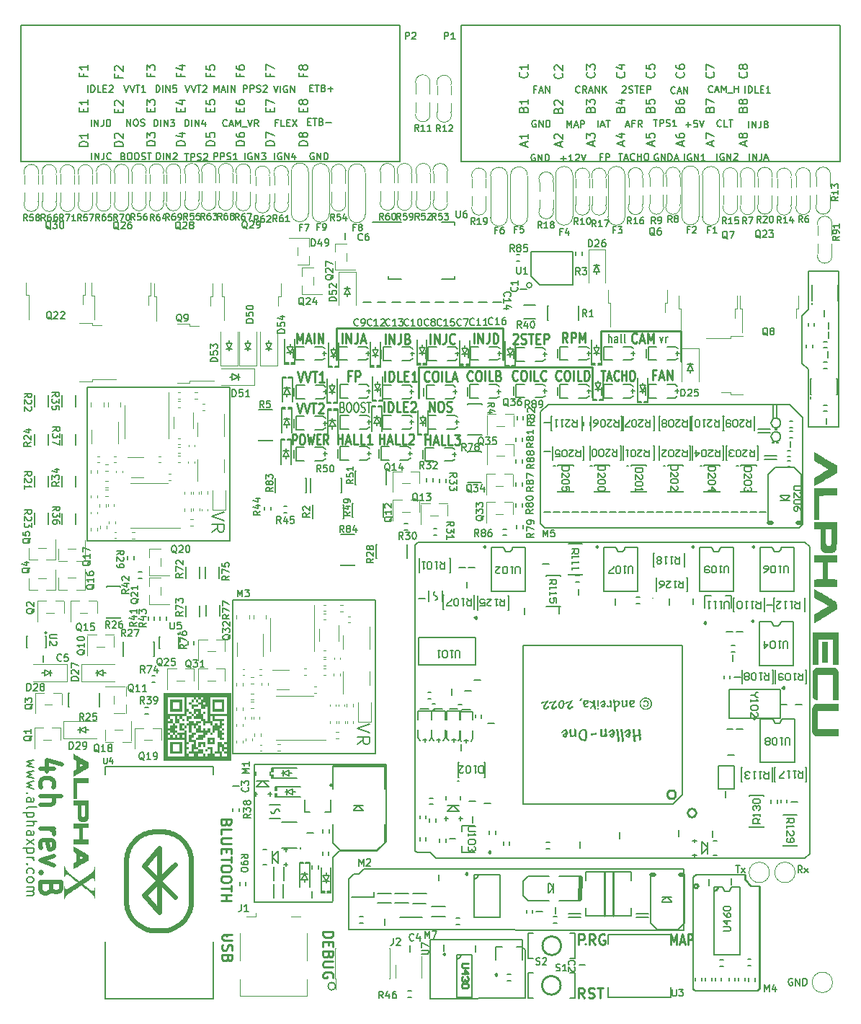
<source format=gto>
G75*
G70*
%OFA0B0*%
%FSLAX25Y25*%
%IPPOS*%
%LPD*%
%AMOC8*
5,1,8,0,0,1.08239X$1,22.5*
%
%ADD107C,0.01968*%
%ADD182C,0.00689*%
%ADD238C,0.00650*%
%ADD58C,0.00787*%
%ADD59C,0.01575*%
%ADD60C,0.01969*%
%ADD62C,0.00800*%
%ADD68C,0.00472*%
%ADD76C,0.00984*%
%ADD77C,0.00669*%
%ADD78C,0.00886*%
%ADD79C,0.00500*%
%ADD80C,0.00591*%
%ADD81C,0.00390*%
%ADD82C,0.01000*%
%ADD83C,0.02484*%
X0000000Y0000000D02*
%LPD*%
G01*
D76*
X0146457Y0296260D02*
X0146457Y0311024D01*
X0268898Y0309646D02*
X0305906Y0309646D01*
X0305906Y0309646D02*
X0305906Y0295866D01*
X0184449Y0278740D02*
X0184449Y0293110D01*
X0264764Y0293110D02*
X0264764Y0278937D01*
X0146457Y0311024D02*
X0223425Y0311024D01*
X0184449Y0293110D02*
X0264764Y0293110D01*
X0268898Y0296260D02*
X0268898Y0309646D01*
X0223425Y0311024D02*
X0223425Y0296457D01*
D77*
X0119282Y0405934D02*
X0118232Y0405934D01*
X0118232Y0404284D02*
X0118232Y0407433D01*
X0119732Y0407433D01*
X0122432Y0404284D02*
X0120932Y0404284D01*
X0120932Y0407433D01*
X0123481Y0405934D02*
X0124531Y0405934D01*
X0124981Y0404284D02*
X0123481Y0404284D01*
X0123481Y0407433D01*
X0124981Y0407433D01*
X0126031Y0407433D02*
X0128131Y0404284D01*
X0128131Y0407433D02*
X0126031Y0404284D01*
X0337190Y0403697D02*
X0337190Y0406846D01*
X0338690Y0403697D02*
X0338690Y0406846D01*
X0340490Y0403697D01*
X0340490Y0406846D01*
X0342889Y0406846D02*
X0342889Y0404597D01*
X0342739Y0404147D01*
X0342439Y0403847D01*
X0341989Y0403697D01*
X0341689Y0403697D01*
X0345439Y0405347D02*
X0345889Y0405197D01*
X0346039Y0405047D01*
X0346189Y0404747D01*
X0346189Y0404297D01*
X0346039Y0403997D01*
X0345889Y0403847D01*
X0345589Y0403697D01*
X0344389Y0403697D01*
X0344389Y0406846D01*
X0345439Y0406846D01*
X0345739Y0406696D01*
X0345889Y0406546D01*
X0346039Y0406246D01*
X0346039Y0405946D01*
X0345889Y0405647D01*
X0345739Y0405497D01*
X0345439Y0405347D01*
X0344389Y0405347D01*
X0303126Y0419780D02*
X0302976Y0419630D01*
X0302526Y0419480D01*
X0302226Y0419480D01*
X0301776Y0419630D01*
X0301476Y0419930D01*
X0301326Y0420230D01*
X0301176Y0420830D01*
X0301176Y0421280D01*
X0301326Y0421880D01*
X0301476Y0422180D01*
X0301776Y0422480D01*
X0302226Y0422630D01*
X0302526Y0422630D01*
X0302976Y0422480D01*
X0303126Y0422330D01*
X0304326Y0420380D02*
X0305826Y0420380D01*
X0304026Y0419480D02*
X0305076Y0422630D01*
X0306125Y0419480D01*
X0307175Y0419480D02*
X0307175Y0422630D01*
X0308975Y0419480D01*
X0308975Y0422630D01*
X0238294Y0391322D02*
X0237994Y0391472D01*
X0237544Y0391472D01*
X0237094Y0391322D01*
X0236794Y0391022D01*
X0236644Y0390722D01*
X0236494Y0390123D01*
X0236494Y0389673D01*
X0236644Y0389073D01*
X0236794Y0388773D01*
X0237094Y0388473D01*
X0237544Y0388323D01*
X0237844Y0388323D01*
X0238294Y0388473D01*
X0238444Y0388623D01*
X0238444Y0389673D01*
X0237844Y0389673D01*
X0239794Y0388323D02*
X0239794Y0391472D01*
X0241594Y0388323D01*
X0241594Y0391472D01*
X0243094Y0388323D02*
X0243094Y0391472D01*
X0243844Y0391472D01*
X0244293Y0391322D01*
X0244593Y0391022D01*
X0244743Y0390722D01*
X0244893Y0390123D01*
X0244893Y0389673D01*
X0244743Y0389073D01*
X0244593Y0388773D01*
X0244293Y0388473D01*
X0243844Y0388323D01*
X0243094Y0388323D01*
D58*
X0296110Y0306946D02*
X0296860Y0304321D01*
X0297610Y0306946D01*
X0298810Y0304321D02*
X0298810Y0306946D01*
X0298810Y0306196D02*
X0298960Y0306571D01*
X0299109Y0306759D01*
X0299409Y0306946D01*
X0299709Y0306946D01*
D77*
X0076378Y0404284D02*
X0076378Y0407433D01*
X0077128Y0407433D01*
X0077578Y0407283D01*
X0077878Y0406984D01*
X0078028Y0406684D01*
X0078178Y0406084D01*
X0078178Y0405634D01*
X0078028Y0405034D01*
X0077878Y0404734D01*
X0077578Y0404434D01*
X0077128Y0404284D01*
X0076378Y0404284D01*
X0079528Y0404284D02*
X0079528Y0407433D01*
X0081027Y0404284D02*
X0081027Y0407433D01*
X0082827Y0404284D01*
X0082827Y0407433D01*
X0085677Y0406384D02*
X0085677Y0404284D01*
X0084927Y0407583D02*
X0084177Y0405334D01*
X0086127Y0405334D01*
X0103459Y0420229D02*
X0103459Y0423378D01*
X0104659Y0423378D01*
X0104959Y0423228D01*
X0105109Y0423078D01*
X0105259Y0422778D01*
X0105259Y0422328D01*
X0105109Y0422028D01*
X0104959Y0421879D01*
X0104659Y0421729D01*
X0103459Y0421729D01*
X0106609Y0420229D02*
X0106609Y0423378D01*
X0107808Y0423378D01*
X0108108Y0423228D01*
X0108258Y0423078D01*
X0108408Y0422778D01*
X0108408Y0422328D01*
X0108258Y0422028D01*
X0108108Y0421879D01*
X0107808Y0421729D01*
X0106609Y0421729D01*
X0109608Y0420379D02*
X0110058Y0420229D01*
X0110808Y0420229D01*
X0111108Y0420379D01*
X0111258Y0420529D01*
X0111408Y0420829D01*
X0111408Y0421129D01*
X0111258Y0421429D01*
X0111108Y0421579D01*
X0110808Y0421729D01*
X0110208Y0421879D01*
X0109908Y0422028D01*
X0109758Y0422178D01*
X0109608Y0422478D01*
X0109608Y0422778D01*
X0109758Y0423078D01*
X0109908Y0423228D01*
X0110208Y0423378D01*
X0110958Y0423378D01*
X0111408Y0423228D01*
X0112608Y0423078D02*
X0112758Y0423228D01*
X0113058Y0423378D01*
X0113808Y0423378D01*
X0114108Y0423228D01*
X0114258Y0423078D01*
X0114408Y0422778D01*
X0114408Y0422478D01*
X0114258Y0422028D01*
X0112458Y0420229D01*
X0114408Y0420229D01*
D76*
X0128468Y0290973D02*
X0129781Y0286249D01*
X0131093Y0290973D01*
X0131843Y0290973D02*
X0133155Y0286249D01*
X0134468Y0290973D01*
X0135217Y0290973D02*
X0137467Y0290973D01*
X0136342Y0286249D02*
X0136342Y0290973D01*
X0140842Y0286249D02*
X0138592Y0286249D01*
X0139717Y0286249D02*
X0139717Y0290973D01*
X0139342Y0290298D01*
X0138967Y0289848D01*
X0138592Y0289623D01*
X0228168Y0308043D02*
X0228356Y0308268D01*
X0228731Y0308493D01*
X0229668Y0308493D01*
X0230043Y0308268D01*
X0230231Y0308043D01*
X0230418Y0307593D01*
X0230418Y0307143D01*
X0230231Y0306468D01*
X0227981Y0303768D01*
X0230418Y0303768D01*
X0231918Y0303993D02*
X0232480Y0303768D01*
X0233418Y0303768D01*
X0233793Y0303993D01*
X0233980Y0304218D01*
X0234168Y0304668D01*
X0234168Y0305118D01*
X0233980Y0305568D01*
X0233793Y0305793D01*
X0233418Y0306018D01*
X0232668Y0306243D01*
X0232293Y0306468D01*
X0232105Y0306693D01*
X0231918Y0307143D01*
X0231918Y0307593D01*
X0232105Y0308043D01*
X0232293Y0308268D01*
X0232668Y0308493D01*
X0233605Y0308493D01*
X0234168Y0308268D01*
X0235292Y0308493D02*
X0237542Y0308493D01*
X0236417Y0303768D02*
X0236417Y0308493D01*
X0238855Y0306243D02*
X0240167Y0306243D01*
X0240729Y0303768D02*
X0238855Y0303768D01*
X0238855Y0308493D01*
X0240729Y0308493D01*
X0242417Y0303768D02*
X0242417Y0308493D01*
X0243916Y0308493D01*
X0244291Y0308268D01*
X0244479Y0308043D01*
X0244666Y0307593D01*
X0244666Y0306918D01*
X0244479Y0306468D01*
X0244291Y0306243D01*
X0243916Y0306018D01*
X0242417Y0306018D01*
D77*
X0047769Y0390579D02*
X0048219Y0390429D01*
X0048369Y0390279D01*
X0048519Y0389979D01*
X0048519Y0389529D01*
X0048369Y0389229D01*
X0048219Y0389079D01*
X0047919Y0388930D01*
X0046719Y0388930D01*
X0046719Y0392079D01*
X0047769Y0392079D01*
X0048069Y0391929D01*
X0048219Y0391779D01*
X0048369Y0391479D01*
X0048369Y0391179D01*
X0048219Y0390879D01*
X0048069Y0390729D01*
X0047769Y0390579D01*
X0046719Y0390579D01*
X0050469Y0392079D02*
X0051069Y0392079D01*
X0051369Y0391929D01*
X0051669Y0391629D01*
X0051819Y0391029D01*
X0051819Y0389979D01*
X0051669Y0389379D01*
X0051369Y0389079D01*
X0051069Y0388930D01*
X0050469Y0388930D01*
X0050169Y0389079D01*
X0049869Y0389379D01*
X0049719Y0389979D01*
X0049719Y0391029D01*
X0049869Y0391629D01*
X0050169Y0391929D01*
X0050469Y0392079D01*
X0053768Y0392079D02*
X0054368Y0392079D01*
X0054668Y0391929D01*
X0054968Y0391629D01*
X0055118Y0391029D01*
X0055118Y0389979D01*
X0054968Y0389379D01*
X0054668Y0389079D01*
X0054368Y0388930D01*
X0053768Y0388930D01*
X0053468Y0389079D01*
X0053168Y0389379D01*
X0053018Y0389979D01*
X0053018Y0391029D01*
X0053168Y0391629D01*
X0053468Y0391929D01*
X0053768Y0392079D01*
X0056318Y0389079D02*
X0056768Y0388930D01*
X0057518Y0388930D01*
X0057818Y0389079D01*
X0057968Y0389229D01*
X0058118Y0389529D01*
X0058118Y0389829D01*
X0057968Y0390129D01*
X0057818Y0390279D01*
X0057518Y0390429D01*
X0056918Y0390579D01*
X0056618Y0390729D01*
X0056468Y0390879D01*
X0056318Y0391179D01*
X0056318Y0391479D01*
X0056468Y0391779D01*
X0056618Y0391929D01*
X0056918Y0392079D01*
X0057668Y0392079D01*
X0058118Y0391929D01*
X0059018Y0392079D02*
X0060817Y0392079D01*
X0059918Y0388930D02*
X0059918Y0392079D01*
D76*
X0168570Y0272272D02*
X0168570Y0276997D01*
X0170444Y0272272D02*
X0170444Y0276997D01*
X0171382Y0276997D01*
X0171944Y0276772D01*
X0172319Y0276322D01*
X0172507Y0275872D01*
X0172694Y0274972D01*
X0172694Y0274297D01*
X0172507Y0273397D01*
X0172319Y0272947D01*
X0171944Y0272497D01*
X0171382Y0272272D01*
X0170444Y0272272D01*
X0176256Y0272272D02*
X0174381Y0272272D01*
X0174381Y0276997D01*
X0177568Y0274747D02*
X0178881Y0274747D01*
X0179443Y0272272D02*
X0177568Y0272272D01*
X0177568Y0276997D01*
X0179443Y0276997D01*
X0180943Y0276547D02*
X0181130Y0276772D01*
X0181505Y0276997D01*
X0182443Y0276997D01*
X0182818Y0276772D01*
X0183005Y0276547D01*
X0183193Y0276097D01*
X0183193Y0275647D01*
X0183005Y0274972D01*
X0180756Y0272272D01*
X0183193Y0272272D01*
D58*
X0272432Y0304321D02*
X0272432Y0308258D01*
X0273781Y0304321D02*
X0273781Y0306384D01*
X0273631Y0306759D01*
X0273331Y0306946D01*
X0272882Y0306946D01*
X0272582Y0306759D01*
X0272432Y0306571D01*
X0276631Y0304321D02*
X0276631Y0306384D01*
X0276481Y0306759D01*
X0276181Y0306946D01*
X0275581Y0306946D01*
X0275281Y0306759D01*
X0276631Y0304509D02*
X0276331Y0304321D01*
X0275581Y0304321D01*
X0275281Y0304509D01*
X0275131Y0304884D01*
X0275131Y0305259D01*
X0275281Y0305634D01*
X0275581Y0305821D01*
X0276331Y0305821D01*
X0276631Y0306009D01*
X0278581Y0304321D02*
X0278281Y0304509D01*
X0278131Y0304884D01*
X0278131Y0308258D01*
X0280231Y0304321D02*
X0279931Y0304509D01*
X0279781Y0304884D01*
X0279781Y0308258D01*
D76*
X0147047Y0257508D02*
X0147047Y0262233D01*
X0147047Y0259983D02*
X0149297Y0259983D01*
X0149297Y0257508D02*
X0149297Y0262233D01*
X0150984Y0258858D02*
X0152859Y0258858D01*
X0150609Y0257508D02*
X0151922Y0262233D01*
X0153234Y0257508D01*
X0156421Y0257508D02*
X0154546Y0257508D01*
X0154546Y0262233D01*
X0159608Y0257508D02*
X0157733Y0257508D01*
X0157733Y0262233D01*
X0162983Y0257508D02*
X0160733Y0257508D01*
X0161858Y0257508D02*
X0161858Y0262233D01*
X0161483Y0261558D01*
X0161108Y0261108D01*
X0160733Y0260883D01*
X0189942Y0303768D02*
X0189942Y0308493D01*
X0191817Y0303768D02*
X0191817Y0308493D01*
X0194066Y0303768D01*
X0194066Y0308493D01*
X0197066Y0308493D02*
X0197066Y0305118D01*
X0196879Y0304443D01*
X0196504Y0303993D01*
X0195941Y0303768D01*
X0195566Y0303768D01*
X0201190Y0304218D02*
X0201003Y0303993D01*
X0200441Y0303768D01*
X0200066Y0303768D01*
X0199503Y0303993D01*
X0199128Y0304443D01*
X0198941Y0304893D01*
X0198753Y0305793D01*
X0198753Y0306468D01*
X0198941Y0307368D01*
X0199128Y0307818D01*
X0199503Y0308268D01*
X0200066Y0308493D01*
X0200441Y0308493D01*
X0201003Y0308268D01*
X0201190Y0308043D01*
X0253300Y0304359D02*
X0251987Y0306609D01*
X0251050Y0304359D02*
X0251050Y0309083D01*
X0252550Y0309083D01*
X0252925Y0308858D01*
X0253112Y0308633D01*
X0253300Y0308183D01*
X0253300Y0307508D01*
X0253112Y0307058D01*
X0252925Y0306834D01*
X0252550Y0306609D01*
X0251050Y0306609D01*
X0254987Y0304359D02*
X0254987Y0309083D01*
X0256487Y0309083D01*
X0256862Y0308858D01*
X0257049Y0308633D01*
X0257237Y0308183D01*
X0257237Y0307508D01*
X0257049Y0307058D01*
X0256862Y0306834D01*
X0256487Y0306609D01*
X0254987Y0306609D01*
X0258924Y0304359D02*
X0258924Y0309083D01*
X0260236Y0305709D01*
X0261549Y0309083D01*
X0261549Y0304359D01*
D77*
X0278748Y0422655D02*
X0278898Y0422805D01*
X0279198Y0422955D01*
X0279948Y0422955D01*
X0280248Y0422805D01*
X0280398Y0422655D01*
X0280548Y0422355D01*
X0280548Y0422055D01*
X0280398Y0421605D01*
X0278598Y0419805D01*
X0280548Y0419805D01*
X0281748Y0419955D02*
X0282198Y0419805D01*
X0282948Y0419805D01*
X0283248Y0419955D01*
X0283398Y0420105D01*
X0283548Y0420405D01*
X0283548Y0420705D01*
X0283398Y0421005D01*
X0283248Y0421155D01*
X0282948Y0421305D01*
X0282348Y0421455D01*
X0282048Y0421605D01*
X0281898Y0421755D01*
X0281748Y0422055D01*
X0281748Y0422355D01*
X0281898Y0422655D01*
X0282048Y0422805D01*
X0282348Y0422955D01*
X0283098Y0422955D01*
X0283548Y0422805D01*
X0284447Y0422955D02*
X0286247Y0422955D01*
X0285347Y0419805D02*
X0285347Y0422955D01*
X0287297Y0421455D02*
X0288347Y0421455D01*
X0288797Y0419805D02*
X0287297Y0419805D01*
X0287297Y0422955D01*
X0288797Y0422955D01*
X0290147Y0419805D02*
X0290147Y0422955D01*
X0291347Y0422955D01*
X0291647Y0422805D01*
X0291797Y0422655D01*
X0291947Y0422355D01*
X0291947Y0421905D01*
X0291797Y0421605D01*
X0291647Y0421455D01*
X0291347Y0421305D01*
X0290147Y0421305D01*
D76*
X0149081Y0303965D02*
X0149081Y0308690D01*
X0150956Y0303965D02*
X0150956Y0308690D01*
X0153206Y0303965D01*
X0153206Y0308690D01*
X0156205Y0308690D02*
X0156205Y0305315D01*
X0156018Y0304640D01*
X0155643Y0304190D01*
X0155081Y0303965D01*
X0154706Y0303965D01*
X0157893Y0305315D02*
X0159768Y0305315D01*
X0157518Y0303965D02*
X0158830Y0308690D01*
X0160142Y0303965D01*
D77*
X0259040Y0420105D02*
X0258890Y0419955D01*
X0258440Y0419805D01*
X0258140Y0419805D01*
X0257690Y0419955D01*
X0257390Y0420255D01*
X0257240Y0420555D01*
X0257091Y0421155D01*
X0257091Y0421605D01*
X0257240Y0422205D01*
X0257390Y0422505D01*
X0257690Y0422805D01*
X0258140Y0422955D01*
X0258440Y0422955D01*
X0258890Y0422805D01*
X0259040Y0422655D01*
X0262190Y0419805D02*
X0261140Y0421305D01*
X0260390Y0419805D02*
X0260390Y0422955D01*
X0261590Y0422955D01*
X0261890Y0422805D01*
X0262040Y0422655D01*
X0262190Y0422355D01*
X0262190Y0421905D01*
X0262040Y0421605D01*
X0261890Y0421455D01*
X0261590Y0421305D01*
X0260390Y0421305D01*
X0263390Y0420705D02*
X0264890Y0420705D01*
X0263090Y0419805D02*
X0264140Y0422955D01*
X0265189Y0419805D01*
X0266239Y0419805D02*
X0266239Y0422955D01*
X0268039Y0419805D01*
X0268039Y0422955D01*
X0269539Y0419805D02*
X0269539Y0422955D01*
X0271339Y0419805D02*
X0269989Y0421605D01*
X0271339Y0422955D02*
X0269539Y0421155D01*
D76*
X0128075Y0276406D02*
X0129387Y0271682D01*
X0130699Y0276406D01*
X0131449Y0276406D02*
X0132762Y0271682D01*
X0134074Y0276406D01*
X0134824Y0276406D02*
X0137073Y0276406D01*
X0135949Y0271682D02*
X0135949Y0276406D01*
X0138198Y0275956D02*
X0138386Y0276181D01*
X0138761Y0276406D01*
X0139698Y0276406D01*
X0140073Y0276181D01*
X0140261Y0275956D01*
X0140448Y0275506D01*
X0140448Y0275056D01*
X0140261Y0274381D01*
X0138011Y0271682D01*
X0140448Y0271682D01*
D77*
X0253145Y0403878D02*
X0253145Y0407027D01*
X0254194Y0404777D01*
X0255244Y0407027D01*
X0255244Y0403878D01*
X0256594Y0404777D02*
X0258094Y0404777D01*
X0256294Y0403878D02*
X0257344Y0407027D01*
X0258394Y0403878D01*
X0259444Y0403878D02*
X0259444Y0407027D01*
X0260644Y0407027D01*
X0260944Y0406877D01*
X0261094Y0406727D01*
X0261244Y0406427D01*
X0261244Y0405977D01*
X0261094Y0405677D01*
X0260944Y0405527D01*
X0260644Y0405377D01*
X0259444Y0405377D01*
D76*
X0209373Y0287092D02*
X0209186Y0286867D01*
X0208624Y0286642D01*
X0208249Y0286642D01*
X0207686Y0286867D01*
X0207311Y0287317D01*
X0207124Y0287767D01*
X0206936Y0288667D01*
X0206936Y0289342D01*
X0207124Y0290242D01*
X0207311Y0290692D01*
X0207686Y0291142D01*
X0208249Y0291367D01*
X0208624Y0291367D01*
X0209186Y0291142D01*
X0209373Y0290917D01*
X0211811Y0291367D02*
X0212561Y0291367D01*
X0212936Y0291142D01*
X0213310Y0290692D01*
X0213498Y0289792D01*
X0213498Y0288217D01*
X0213310Y0287317D01*
X0212936Y0286867D01*
X0212561Y0286642D01*
X0211811Y0286642D01*
X0211436Y0286867D01*
X0211061Y0287317D01*
X0210873Y0288217D01*
X0210873Y0289792D01*
X0211061Y0290692D01*
X0211436Y0291142D01*
X0211811Y0291367D01*
X0215185Y0286642D02*
X0215185Y0291367D01*
X0218935Y0286642D02*
X0217060Y0286642D01*
X0217060Y0291367D01*
X0221559Y0289117D02*
X0222122Y0288892D01*
X0222309Y0288667D01*
X0222497Y0288217D01*
X0222497Y0287542D01*
X0222309Y0287092D01*
X0222122Y0286867D01*
X0221747Y0286642D01*
X0220247Y0286642D01*
X0220247Y0291367D01*
X0221559Y0291367D01*
X0221934Y0291142D01*
X0222122Y0290917D01*
X0222309Y0290467D01*
X0222309Y0290017D01*
X0222122Y0289567D01*
X0221934Y0289342D01*
X0221559Y0289117D01*
X0220247Y0289117D01*
D77*
X0331235Y0062595D02*
X0333080Y0062595D01*
X0332158Y0059366D02*
X0332158Y0062595D01*
X0333849Y0059366D02*
X0335540Y0061519D01*
X0333849Y0061519D02*
X0335540Y0059366D01*
X0250302Y0389523D02*
X0252702Y0389523D01*
X0251502Y0388323D02*
X0251502Y0390722D01*
X0255851Y0388323D02*
X0254052Y0388323D01*
X0254951Y0388323D02*
X0254951Y0391472D01*
X0254652Y0391022D01*
X0254352Y0390722D01*
X0254052Y0390572D01*
X0257051Y0391172D02*
X0257201Y0391322D01*
X0257501Y0391472D01*
X0258251Y0391472D01*
X0258551Y0391322D01*
X0258701Y0391172D01*
X0258851Y0390872D01*
X0258851Y0390572D01*
X0258701Y0390123D01*
X0256901Y0388323D01*
X0258851Y0388323D01*
X0259751Y0391472D02*
X0260801Y0388323D01*
X0261851Y0391472D01*
X0307426Y0388480D02*
X0307426Y0391630D01*
X0310576Y0391480D02*
X0310276Y0391630D01*
X0309826Y0391630D01*
X0309376Y0391480D01*
X0309076Y0391180D01*
X0308926Y0390880D01*
X0308776Y0390280D01*
X0308776Y0389830D01*
X0308926Y0389230D01*
X0309076Y0388930D01*
X0309376Y0388630D01*
X0309826Y0388480D01*
X0310126Y0388480D01*
X0310576Y0388630D01*
X0310726Y0388780D01*
X0310726Y0389830D01*
X0310126Y0389830D01*
X0312076Y0388480D02*
X0312076Y0391630D01*
X0313875Y0388480D01*
X0313875Y0391630D01*
X0317025Y0388480D02*
X0315225Y0388480D01*
X0316125Y0388480D02*
X0316125Y0391630D01*
X0315825Y0391180D01*
X0315525Y0390880D01*
X0315225Y0390730D01*
X0280459Y0404850D02*
X0281959Y0404850D01*
X0280159Y0403950D02*
X0281209Y0407100D01*
X0282259Y0403950D01*
X0284358Y0405600D02*
X0283309Y0405600D01*
X0283309Y0403950D02*
X0283309Y0407100D01*
X0284808Y0407100D01*
X0287808Y0403950D02*
X0286758Y0405450D01*
X0286008Y0403950D02*
X0286008Y0407100D01*
X0287208Y0407100D01*
X0287508Y0406950D01*
X0287658Y0406800D01*
X0287808Y0406500D01*
X0287808Y0406050D01*
X0287658Y0405750D01*
X0287508Y0405600D01*
X0287208Y0405450D01*
X0286008Y0405450D01*
X0031430Y0420229D02*
X0031430Y0423378D01*
X0032930Y0420229D02*
X0032930Y0423378D01*
X0033680Y0423378D01*
X0034130Y0423228D01*
X0034430Y0422928D01*
X0034580Y0422628D01*
X0034730Y0422028D01*
X0034730Y0421579D01*
X0034580Y0420979D01*
X0034430Y0420679D01*
X0034130Y0420379D01*
X0033680Y0420229D01*
X0032930Y0420229D01*
X0037580Y0420229D02*
X0036080Y0420229D01*
X0036080Y0423378D01*
X0038630Y0421879D02*
X0039679Y0421879D01*
X0040129Y0420229D02*
X0038630Y0420229D01*
X0038630Y0423378D01*
X0040129Y0423378D01*
X0041329Y0423078D02*
X0041479Y0423228D01*
X0041779Y0423378D01*
X0042529Y0423378D01*
X0042829Y0423228D01*
X0042979Y0423078D01*
X0043129Y0422778D01*
X0043129Y0422478D01*
X0042979Y0422028D01*
X0041179Y0420229D01*
X0043129Y0420229D01*
D60*
X0015889Y0107251D02*
X0009327Y0107251D01*
X0019638Y0109407D02*
X0012608Y0111563D01*
X0012608Y0105957D01*
X0009796Y0098627D02*
X0009327Y0099489D01*
X0009327Y0101214D01*
X0009796Y0102076D01*
X0010264Y0102508D01*
X0011202Y0102939D01*
X0014014Y0102939D01*
X0014951Y0102508D01*
X0015420Y0102076D01*
X0015889Y0101214D01*
X0015889Y0099489D01*
X0015420Y0098627D01*
X0009327Y0094746D02*
X0019169Y0094746D01*
X0009327Y0090865D02*
X0014483Y0090865D01*
X0015420Y0091296D01*
X0015889Y0092159D01*
X0015889Y0093452D01*
X0015420Y0094315D01*
X0014951Y0094746D01*
X0009327Y0079654D02*
X0015889Y0079654D01*
X0014014Y0079654D02*
X0014951Y0079223D01*
X0015420Y0078792D01*
X0015889Y0077929D01*
X0015889Y0077067D01*
X0009796Y0070599D02*
X0009327Y0071461D01*
X0009327Y0073186D01*
X0009796Y0074049D01*
X0010733Y0074480D01*
X0014483Y0074480D01*
X0015420Y0074049D01*
X0015889Y0073186D01*
X0015889Y0071461D01*
X0015420Y0070599D01*
X0014483Y0070168D01*
X0013545Y0070168D01*
X0012608Y0074480D01*
X0015889Y0067149D02*
X0009327Y0064993D01*
X0015889Y0062837D01*
X0010264Y0059388D02*
X0009796Y0058957D01*
X0009327Y0059388D01*
X0009796Y0059819D01*
X0010264Y0059388D01*
X0009327Y0059388D01*
X0014483Y0052058D02*
X0014014Y0050764D01*
X0013545Y0050333D01*
X0012608Y0049902D01*
X0011202Y0049902D01*
X0010264Y0050333D01*
X0009796Y0050764D01*
X0009327Y0051626D01*
X0009327Y0055076D01*
X0019169Y0055076D01*
X0019169Y0052058D01*
X0018701Y0051195D01*
X0018232Y0050764D01*
X0017295Y0050333D01*
X0016357Y0050333D01*
X0015420Y0050764D01*
X0014951Y0051195D01*
X0014483Y0052058D01*
X0014483Y0055076D01*
D76*
X0153121Y0289013D02*
X0151809Y0289013D01*
X0151809Y0286538D02*
X0151809Y0291262D01*
X0153684Y0291262D01*
X0155184Y0286538D02*
X0155184Y0291262D01*
X0156684Y0291262D01*
X0157058Y0291038D01*
X0157246Y0290813D01*
X0157433Y0290363D01*
X0157433Y0289688D01*
X0157246Y0289238D01*
X0157058Y0289013D01*
X0156684Y0288788D01*
X0155184Y0288788D01*
D77*
X0238842Y0421539D02*
X0237792Y0421539D01*
X0237792Y0419890D02*
X0237792Y0423039D01*
X0239292Y0423039D01*
X0240341Y0420789D02*
X0241841Y0420789D01*
X0240041Y0419890D02*
X0241091Y0423039D01*
X0242141Y0419890D01*
X0243191Y0419890D02*
X0243191Y0423039D01*
X0244991Y0419890D01*
X0244991Y0423039D01*
X0033174Y0388930D02*
X0033174Y0392079D01*
X0034674Y0388930D02*
X0034674Y0392079D01*
X0036474Y0388930D01*
X0036474Y0392079D01*
X0038873Y0392079D02*
X0038873Y0389829D01*
X0038723Y0389379D01*
X0038423Y0389079D01*
X0037973Y0388930D01*
X0037673Y0388930D01*
X0042173Y0389229D02*
X0042023Y0389079D01*
X0041573Y0388930D01*
X0041273Y0388930D01*
X0040823Y0389079D01*
X0040523Y0389379D01*
X0040373Y0389679D01*
X0040223Y0390279D01*
X0040223Y0390729D01*
X0040373Y0391329D01*
X0040523Y0391629D01*
X0040823Y0391929D01*
X0041273Y0392079D01*
X0041573Y0392079D01*
X0042023Y0391929D01*
X0042173Y0391779D01*
X0238683Y0406998D02*
X0238383Y0407148D01*
X0237933Y0407148D01*
X0237483Y0406998D01*
X0237183Y0406698D01*
X0237033Y0406398D01*
X0236883Y0405798D01*
X0236883Y0405348D01*
X0237033Y0404748D01*
X0237183Y0404448D01*
X0237483Y0404148D01*
X0237933Y0403998D01*
X0238233Y0403998D01*
X0238683Y0404148D01*
X0238833Y0404298D01*
X0238833Y0405348D01*
X0238233Y0405348D01*
X0240182Y0403998D02*
X0240182Y0407148D01*
X0241982Y0403998D01*
X0241982Y0407148D01*
X0243482Y0403998D02*
X0243482Y0407148D01*
X0244232Y0407148D01*
X0244682Y0406998D01*
X0244982Y0406698D01*
X0245132Y0406398D01*
X0245282Y0405798D01*
X0245282Y0405348D01*
X0245132Y0404748D01*
X0244982Y0404448D01*
X0244682Y0404148D01*
X0244232Y0403998D01*
X0243482Y0403998D01*
D76*
X0285471Y0304612D02*
X0285283Y0304387D01*
X0284721Y0304162D01*
X0284346Y0304162D01*
X0283783Y0304387D01*
X0283408Y0304837D01*
X0283221Y0305287D01*
X0283033Y0306187D01*
X0283033Y0306862D01*
X0283221Y0307762D01*
X0283408Y0308211D01*
X0283783Y0308661D01*
X0284346Y0308886D01*
X0284721Y0308886D01*
X0285283Y0308661D01*
X0285471Y0308436D01*
X0286970Y0305512D02*
X0288845Y0305512D01*
X0286595Y0304162D02*
X0287908Y0308886D01*
X0289220Y0304162D01*
X0290532Y0304162D02*
X0290532Y0308886D01*
X0291845Y0305512D01*
X0293157Y0308886D01*
X0293157Y0304162D01*
D77*
X0320566Y0420332D02*
X0320416Y0420182D01*
X0319966Y0420032D01*
X0319666Y0420032D01*
X0319216Y0420182D01*
X0318916Y0420482D01*
X0318766Y0420782D01*
X0318616Y0421382D01*
X0318616Y0421832D01*
X0318766Y0422432D01*
X0318916Y0422732D01*
X0319216Y0423031D01*
X0319666Y0423181D01*
X0319966Y0423181D01*
X0320416Y0423031D01*
X0320566Y0422882D01*
X0321766Y0420932D02*
X0323266Y0420932D01*
X0321466Y0420032D02*
X0322516Y0423181D01*
X0323566Y0420032D01*
X0324616Y0420032D02*
X0324616Y0423181D01*
X0325666Y0420932D01*
X0326715Y0423181D01*
X0326715Y0420032D01*
X0327465Y0419732D02*
X0329865Y0419732D01*
X0330615Y0420032D02*
X0330615Y0423181D01*
X0330615Y0421682D02*
X0332415Y0421682D01*
X0332415Y0420032D02*
X0332415Y0423181D01*
X0063189Y0388930D02*
X0063189Y0392079D01*
X0063939Y0392079D01*
X0064389Y0391929D01*
X0064689Y0391629D01*
X0064839Y0391329D01*
X0064989Y0390729D01*
X0064989Y0390279D01*
X0064839Y0389679D01*
X0064689Y0389379D01*
X0064389Y0389079D01*
X0063939Y0388930D01*
X0063189Y0388930D01*
X0066339Y0388930D02*
X0066339Y0392079D01*
X0067838Y0388930D02*
X0067838Y0392079D01*
X0069638Y0388930D01*
X0069638Y0392079D01*
X0070988Y0391779D02*
X0071138Y0391929D01*
X0071438Y0392079D01*
X0072188Y0392079D01*
X0072488Y0391929D01*
X0072638Y0391779D01*
X0072788Y0391479D01*
X0072788Y0391179D01*
X0072638Y0390729D01*
X0070838Y0388930D01*
X0072788Y0388930D01*
D76*
X0166339Y0257508D02*
X0166339Y0262233D01*
X0166339Y0259983D02*
X0168588Y0259983D01*
X0168588Y0257508D02*
X0168588Y0262233D01*
X0170276Y0258858D02*
X0172150Y0258858D01*
X0169901Y0257508D02*
X0171213Y0262233D01*
X0172525Y0257508D01*
X0175712Y0257508D02*
X0173838Y0257508D01*
X0173838Y0262233D01*
X0178900Y0257508D02*
X0177025Y0257508D01*
X0177025Y0262233D01*
X0180024Y0261783D02*
X0180212Y0262008D01*
X0180587Y0262233D01*
X0181524Y0262233D01*
X0181899Y0262008D01*
X0182087Y0261783D01*
X0182274Y0261333D01*
X0182274Y0260883D01*
X0182087Y0260208D01*
X0179837Y0257508D01*
X0182274Y0257508D01*
D77*
X0048247Y0423378D02*
X0049297Y0420229D01*
X0050347Y0423378D01*
X0050947Y0423378D02*
X0051997Y0420229D01*
X0053046Y0423378D01*
X0053646Y0423378D02*
X0055446Y0423378D01*
X0054546Y0420229D02*
X0054546Y0423378D01*
X0058146Y0420229D02*
X0056346Y0420229D01*
X0057246Y0420229D02*
X0057246Y0423378D01*
X0056946Y0422928D01*
X0056646Y0422628D01*
X0056346Y0422478D01*
X0135986Y0391929D02*
X0135686Y0392079D01*
X0135236Y0392079D01*
X0134786Y0391929D01*
X0134486Y0391629D01*
X0134336Y0391329D01*
X0134186Y0390729D01*
X0134186Y0390279D01*
X0134336Y0389679D01*
X0134486Y0389379D01*
X0134786Y0389079D01*
X0135236Y0388930D01*
X0135536Y0388930D01*
X0135986Y0389079D01*
X0136136Y0389229D01*
X0136136Y0390279D01*
X0135536Y0390279D01*
X0137486Y0388930D02*
X0137486Y0392079D01*
X0139286Y0388930D01*
X0139286Y0392079D01*
X0140786Y0388930D02*
X0140786Y0392079D01*
X0141535Y0392079D01*
X0141985Y0391929D01*
X0142285Y0391629D01*
X0142435Y0391329D01*
X0142585Y0390729D01*
X0142585Y0390279D01*
X0142435Y0389679D01*
X0142285Y0389379D01*
X0141985Y0389079D01*
X0141535Y0388930D01*
X0140786Y0388930D01*
X0076594Y0423378D02*
X0077643Y0420229D01*
X0078693Y0423378D01*
X0079293Y0423378D02*
X0080343Y0420229D01*
X0081393Y0423378D01*
X0081993Y0423378D02*
X0083793Y0423378D01*
X0082893Y0420229D02*
X0082893Y0423378D01*
X0084693Y0423078D02*
X0084843Y0423228D01*
X0085142Y0423378D01*
X0085892Y0423378D01*
X0086192Y0423228D01*
X0086342Y0423078D01*
X0086492Y0422778D01*
X0086492Y0422478D01*
X0086342Y0422028D01*
X0084543Y0420229D01*
X0086492Y0420229D01*
D76*
X0187598Y0257115D02*
X0187598Y0261839D01*
X0187598Y0259589D02*
X0189848Y0259589D01*
X0189848Y0257115D02*
X0189848Y0261839D01*
X0191535Y0258465D02*
X0193410Y0258465D01*
X0191160Y0257115D02*
X0192473Y0261839D01*
X0193785Y0257115D01*
X0196972Y0257115D02*
X0195097Y0257115D01*
X0195097Y0261839D01*
X0200159Y0257115D02*
X0198285Y0257115D01*
X0198285Y0261839D01*
X0201097Y0261839D02*
X0203534Y0261839D01*
X0202222Y0260039D01*
X0202784Y0260039D01*
X0203159Y0259814D01*
X0203346Y0259589D01*
X0203534Y0259139D01*
X0203534Y0258015D01*
X0203346Y0257565D01*
X0203159Y0257340D01*
X0202784Y0257115D01*
X0201659Y0257115D01*
X0201284Y0257340D01*
X0201097Y0257565D01*
D77*
X0357383Y0010276D02*
X0357075Y0010429D01*
X0356614Y0010429D01*
X0356153Y0010276D01*
X0355846Y0009968D01*
X0355692Y0009661D01*
X0355538Y0009046D01*
X0355538Y0008585D01*
X0355692Y0007970D01*
X0355846Y0007662D01*
X0356153Y0007355D01*
X0356614Y0007201D01*
X0356922Y0007201D01*
X0357383Y0007355D01*
X0357537Y0007508D01*
X0357537Y0008585D01*
X0356922Y0008585D01*
X0358920Y0007201D02*
X0358920Y0010429D01*
X0360765Y0007201D01*
X0360765Y0010429D01*
X0362302Y0007201D02*
X0362302Y0010429D01*
X0363071Y0010429D01*
X0363532Y0010276D01*
X0363840Y0009968D01*
X0363993Y0009661D01*
X0364147Y0009046D01*
X0364147Y0008585D01*
X0363993Y0007970D01*
X0363840Y0007662D01*
X0363532Y0007355D01*
X0363071Y0007201D01*
X0362302Y0007201D01*
X0337500Y0388733D02*
X0337500Y0391882D01*
X0338999Y0388733D02*
X0338999Y0391882D01*
X0340799Y0388733D01*
X0340799Y0391882D01*
X0343199Y0391882D02*
X0343199Y0389633D01*
X0343049Y0389183D01*
X0342749Y0388883D01*
X0342299Y0388733D01*
X0341999Y0388733D01*
X0344549Y0389633D02*
X0346048Y0389633D01*
X0344249Y0388733D02*
X0345299Y0391882D01*
X0346348Y0388733D01*
X0049494Y0404481D02*
X0049494Y0407630D01*
X0051294Y0404481D01*
X0051294Y0407630D01*
X0053393Y0407630D02*
X0053993Y0407630D01*
X0054293Y0407480D01*
X0054593Y0407180D01*
X0054743Y0406580D01*
X0054743Y0405531D01*
X0054593Y0404931D01*
X0054293Y0404631D01*
X0053993Y0404481D01*
X0053393Y0404481D01*
X0053093Y0404631D01*
X0052793Y0404931D01*
X0052643Y0405531D01*
X0052643Y0406580D01*
X0052793Y0407180D01*
X0053093Y0407480D01*
X0053393Y0407630D01*
X0055943Y0404631D02*
X0056393Y0404481D01*
X0057143Y0404481D01*
X0057443Y0404631D01*
X0057593Y0404781D01*
X0057743Y0405081D01*
X0057743Y0405381D01*
X0057593Y0405681D01*
X0057443Y0405831D01*
X0057143Y0405981D01*
X0056543Y0406130D01*
X0056243Y0406280D01*
X0056093Y0406430D01*
X0055943Y0406730D01*
X0055943Y0407030D01*
X0056093Y0407330D01*
X0056243Y0407480D01*
X0056543Y0407630D01*
X0057293Y0407630D01*
X0057743Y0407480D01*
X0133183Y0406524D02*
X0134233Y0406524D01*
X0134683Y0404874D02*
X0133183Y0404874D01*
X0133183Y0408024D01*
X0134683Y0408024D01*
X0135583Y0408024D02*
X0137383Y0408024D01*
X0136483Y0404874D02*
X0136483Y0408024D01*
X0139483Y0406524D02*
X0139933Y0406374D01*
X0140082Y0406224D01*
X0140232Y0405924D01*
X0140232Y0405474D01*
X0140082Y0405174D01*
X0139933Y0405024D01*
X0139633Y0404874D01*
X0138433Y0404874D01*
X0138433Y0408024D01*
X0139483Y0408024D01*
X0139783Y0407874D01*
X0139933Y0407724D01*
X0140082Y0407424D01*
X0140082Y0407124D01*
X0139933Y0406824D01*
X0139783Y0406674D01*
X0139483Y0406524D01*
X0138433Y0406524D01*
X0141582Y0406074D02*
X0143982Y0406074D01*
X0134168Y0422075D02*
X0135217Y0422075D01*
X0135667Y0420426D02*
X0134168Y0420426D01*
X0134168Y0423575D01*
X0135667Y0423575D01*
X0136567Y0423575D02*
X0138367Y0423575D01*
X0137467Y0420426D02*
X0137467Y0423575D01*
X0140467Y0422075D02*
X0140917Y0421925D01*
X0141067Y0421775D01*
X0141217Y0421475D01*
X0141217Y0421026D01*
X0141067Y0420726D01*
X0140917Y0420576D01*
X0140617Y0420426D01*
X0139417Y0420426D01*
X0139417Y0423575D01*
X0140467Y0423575D01*
X0140767Y0423425D01*
X0140917Y0423275D01*
X0141067Y0422975D01*
X0141067Y0422675D01*
X0140917Y0422375D01*
X0140767Y0422225D01*
X0140467Y0422075D01*
X0139417Y0422075D01*
X0142567Y0421625D02*
X0144966Y0421625D01*
X0143766Y0420426D02*
X0143766Y0422825D01*
X0095866Y0404584D02*
X0095716Y0404434D01*
X0095266Y0404284D01*
X0094966Y0404284D01*
X0094516Y0404434D01*
X0094216Y0404734D01*
X0094066Y0405034D01*
X0093916Y0405634D01*
X0093916Y0406084D01*
X0094066Y0406684D01*
X0094216Y0406984D01*
X0094516Y0407283D01*
X0094966Y0407433D01*
X0095266Y0407433D01*
X0095716Y0407283D01*
X0095866Y0407133D01*
X0097066Y0405184D02*
X0098566Y0405184D01*
X0096766Y0404284D02*
X0097816Y0407433D01*
X0098866Y0404284D01*
X0099916Y0404284D02*
X0099916Y0407433D01*
X0100966Y0405184D01*
X0102015Y0407433D01*
X0102015Y0404284D01*
X0102765Y0403984D02*
X0105165Y0403984D01*
X0105465Y0407433D02*
X0106515Y0404284D01*
X0107565Y0407433D01*
X0110414Y0404284D02*
X0109364Y0405784D01*
X0108615Y0404284D02*
X0108615Y0407433D01*
X0109814Y0407433D01*
X0110114Y0407283D01*
X0110264Y0407133D01*
X0110414Y0406834D01*
X0110414Y0406384D01*
X0110264Y0406084D01*
X0110114Y0405934D01*
X0109814Y0405784D01*
X0108615Y0405784D01*
X0089679Y0388930D02*
X0089679Y0392079D01*
X0090879Y0392079D01*
X0091179Y0391929D01*
X0091329Y0391779D01*
X0091479Y0391479D01*
X0091479Y0391029D01*
X0091329Y0390729D01*
X0091179Y0390579D01*
X0090879Y0390429D01*
X0089679Y0390429D01*
X0092829Y0388930D02*
X0092829Y0392079D01*
X0094029Y0392079D01*
X0094329Y0391929D01*
X0094479Y0391779D01*
X0094629Y0391479D01*
X0094629Y0391029D01*
X0094479Y0390729D01*
X0094329Y0390579D01*
X0094029Y0390429D01*
X0092829Y0390429D01*
X0095829Y0389079D02*
X0096279Y0388930D01*
X0097028Y0388930D01*
X0097328Y0389079D01*
X0097478Y0389229D01*
X0097628Y0389529D01*
X0097628Y0389829D01*
X0097478Y0390129D01*
X0097328Y0390279D01*
X0097028Y0390429D01*
X0096429Y0390579D01*
X0096129Y0390729D01*
X0095979Y0390879D01*
X0095829Y0391179D01*
X0095829Y0391479D01*
X0095979Y0391779D01*
X0096129Y0391929D01*
X0096429Y0392079D01*
X0097178Y0392079D01*
X0097628Y0391929D01*
X0100628Y0388930D02*
X0098828Y0388930D01*
X0099728Y0388930D02*
X0099728Y0392079D01*
X0099428Y0391629D01*
X0099128Y0391329D01*
X0098828Y0391179D01*
D76*
X0210021Y0303965D02*
X0210021Y0308690D01*
X0211895Y0303965D02*
X0211895Y0308690D01*
X0214145Y0303965D01*
X0214145Y0308690D01*
X0217145Y0308690D02*
X0217145Y0305315D01*
X0216957Y0304640D01*
X0216582Y0304190D01*
X0216020Y0303965D01*
X0215645Y0303965D01*
X0219019Y0303965D02*
X0219019Y0308690D01*
X0219957Y0308690D01*
X0220519Y0308465D01*
X0220894Y0308015D01*
X0221082Y0307565D01*
X0221269Y0306665D01*
X0221269Y0305990D01*
X0221082Y0305090D01*
X0220894Y0304640D01*
X0220519Y0304190D01*
X0219957Y0303965D01*
X0219019Y0303965D01*
X0258605Y0026209D02*
X0258605Y0030934D01*
X0260405Y0030934D01*
X0260855Y0030709D01*
X0261080Y0030484D01*
X0261305Y0030034D01*
X0261305Y0029359D01*
X0261080Y0028909D01*
X0260855Y0028684D01*
X0260405Y0028459D01*
X0258605Y0028459D01*
X0266029Y0026209D02*
X0264454Y0028459D01*
X0263330Y0026209D02*
X0263330Y0030934D01*
X0265129Y0030934D01*
X0265579Y0030709D01*
X0265804Y0030484D01*
X0266029Y0030034D01*
X0266029Y0029359D01*
X0265804Y0028909D01*
X0265579Y0028684D01*
X0265129Y0028459D01*
X0263330Y0028459D01*
X0270529Y0030709D02*
X0270079Y0030934D01*
X0269404Y0030934D01*
X0268729Y0030709D01*
X0268279Y0030259D01*
X0268054Y0029809D01*
X0267829Y0028909D01*
X0267829Y0028234D01*
X0268054Y0027334D01*
X0268279Y0026884D01*
X0268729Y0026434D01*
X0269404Y0026209D01*
X0269854Y0026209D01*
X0270529Y0026434D01*
X0270754Y0026659D01*
X0270754Y0028234D01*
X0269854Y0028234D01*
D77*
X0076219Y0391882D02*
X0078018Y0391882D01*
X0077118Y0388733D02*
X0077118Y0391882D01*
X0079068Y0388733D02*
X0079068Y0391882D01*
X0080268Y0391882D01*
X0080568Y0391732D01*
X0080718Y0391582D01*
X0080868Y0391282D01*
X0080868Y0390832D01*
X0080718Y0390532D01*
X0080568Y0390382D01*
X0080268Y0390232D01*
X0079068Y0390232D01*
X0082068Y0388883D02*
X0082518Y0388733D01*
X0083268Y0388733D01*
X0083568Y0388883D01*
X0083718Y0389033D01*
X0083868Y0389333D01*
X0083868Y0389633D01*
X0083718Y0389933D01*
X0083568Y0390082D01*
X0083268Y0390232D01*
X0082668Y0390382D01*
X0082368Y0390532D01*
X0082218Y0390682D01*
X0082068Y0390982D01*
X0082068Y0391282D01*
X0082218Y0391582D01*
X0082368Y0391732D01*
X0082668Y0391882D01*
X0083418Y0391882D01*
X0083868Y0391732D01*
X0085067Y0391582D02*
X0085217Y0391732D01*
X0085517Y0391882D01*
X0086267Y0391882D01*
X0086567Y0391732D01*
X0086717Y0391582D01*
X0086867Y0391282D01*
X0086867Y0390982D01*
X0086717Y0390532D01*
X0084918Y0388733D01*
X0086867Y0388733D01*
X0308064Y0405150D02*
X0310463Y0405150D01*
X0309264Y0403950D02*
X0309264Y0406350D01*
X0313463Y0407100D02*
X0311963Y0407100D01*
X0311813Y0405600D01*
X0311963Y0405750D01*
X0312263Y0405900D01*
X0313013Y0405900D01*
X0313313Y0405750D01*
X0313463Y0405600D01*
X0313613Y0405300D01*
X0313613Y0404550D01*
X0313463Y0404250D01*
X0313313Y0404100D01*
X0313013Y0403950D01*
X0312263Y0403950D01*
X0311963Y0404100D01*
X0311813Y0404250D01*
X0314513Y0407100D02*
X0315563Y0403950D01*
X0316613Y0407100D01*
X0267536Y0403987D02*
X0267536Y0407137D01*
X0268886Y0404887D02*
X0270386Y0404887D01*
X0268586Y0403987D02*
X0269636Y0407137D01*
X0270686Y0403987D01*
X0271286Y0407137D02*
X0273086Y0407137D01*
X0272186Y0403987D02*
X0272186Y0407137D01*
X0335502Y0419842D02*
X0335502Y0422992D01*
X0337002Y0419842D02*
X0337002Y0422992D01*
X0337752Y0422992D01*
X0338202Y0422842D01*
X0338502Y0422542D01*
X0338652Y0422242D01*
X0338802Y0421642D01*
X0338802Y0421192D01*
X0338652Y0420592D01*
X0338502Y0420292D01*
X0338202Y0419992D01*
X0337752Y0419842D01*
X0337002Y0419842D01*
X0341651Y0419842D02*
X0340151Y0419842D01*
X0340151Y0422992D01*
X0342701Y0421492D02*
X0343751Y0421492D01*
X0344201Y0419842D02*
X0342701Y0419842D01*
X0342701Y0422992D01*
X0344201Y0422992D01*
X0347201Y0419842D02*
X0345401Y0419842D01*
X0346301Y0419842D02*
X0346301Y0422992D01*
X0346001Y0422542D01*
X0345701Y0422242D01*
X0345401Y0422092D01*
X0117913Y0388930D02*
X0117913Y0392079D01*
X0121063Y0391929D02*
X0120763Y0392079D01*
X0120313Y0392079D01*
X0119863Y0391929D01*
X0119563Y0391629D01*
X0119413Y0391329D01*
X0119263Y0390729D01*
X0119263Y0390279D01*
X0119413Y0389679D01*
X0119563Y0389379D01*
X0119863Y0389079D01*
X0120313Y0388930D01*
X0120613Y0388930D01*
X0121063Y0389079D01*
X0121213Y0389229D01*
X0121213Y0390279D01*
X0120613Y0390279D01*
X0122563Y0388930D02*
X0122563Y0392079D01*
X0124363Y0388930D01*
X0124363Y0392079D01*
X0127212Y0391029D02*
X0127212Y0388930D01*
X0126462Y0392229D02*
X0125712Y0389979D01*
X0127662Y0389979D01*
D76*
X0098256Y0030765D02*
X0094432Y0030765D01*
X0093982Y0030540D01*
X0093757Y0030315D01*
X0093532Y0029865D01*
X0093532Y0028965D01*
X0093757Y0028515D01*
X0093982Y0028290D01*
X0094432Y0028065D01*
X0098256Y0028065D01*
X0093757Y0026040D02*
X0093532Y0025366D01*
X0093532Y0024241D01*
X0093757Y0023791D01*
X0093982Y0023566D01*
X0094432Y0023341D01*
X0094882Y0023341D01*
X0095332Y0023566D01*
X0095557Y0023791D01*
X0095782Y0024241D01*
X0096007Y0025141D01*
X0096232Y0025591D01*
X0096457Y0025816D01*
X0096907Y0026040D01*
X0097357Y0026040D01*
X0097807Y0025816D01*
X0098031Y0025591D01*
X0098256Y0025141D01*
X0098256Y0024016D01*
X0098031Y0023341D01*
X0096007Y0019741D02*
X0095782Y0019066D01*
X0095557Y0018841D01*
X0095107Y0018616D01*
X0094432Y0018616D01*
X0093982Y0018841D01*
X0093757Y0019066D01*
X0093532Y0019516D01*
X0093532Y0021316D01*
X0098256Y0021316D01*
X0098256Y0019741D01*
X0098031Y0019291D01*
X0097807Y0019066D01*
X0097357Y0018841D01*
X0096907Y0018841D01*
X0096457Y0019066D01*
X0096232Y0019291D01*
X0096007Y0019741D01*
X0096007Y0021316D01*
X0294010Y0289511D02*
X0292697Y0289511D01*
X0292697Y0287036D02*
X0292697Y0291760D01*
X0294572Y0291760D01*
X0295885Y0288386D02*
X0297759Y0288386D01*
X0295510Y0287036D02*
X0296822Y0291760D01*
X0298134Y0287036D01*
X0299447Y0287036D02*
X0299447Y0291760D01*
X0301696Y0287036D01*
X0301696Y0291760D01*
X0140186Y0032030D02*
X0144910Y0032030D01*
X0144910Y0030906D01*
X0144685Y0030231D01*
X0144235Y0029781D01*
X0143785Y0029556D01*
X0142885Y0029331D01*
X0142210Y0029331D01*
X0141310Y0029556D01*
X0140861Y0029781D01*
X0140411Y0030231D01*
X0140186Y0030906D01*
X0140186Y0032030D01*
X0142660Y0027306D02*
X0142660Y0025731D01*
X0140186Y0025056D02*
X0140186Y0027306D01*
X0144910Y0027306D01*
X0144910Y0025056D01*
X0142660Y0021457D02*
X0142435Y0020782D01*
X0142210Y0020557D01*
X0141760Y0020332D01*
X0141085Y0020332D01*
X0140636Y0020557D01*
X0140411Y0020782D01*
X0140186Y0021232D01*
X0140186Y0023031D01*
X0144910Y0023031D01*
X0144910Y0021457D01*
X0144685Y0021007D01*
X0144460Y0020782D01*
X0144010Y0020557D01*
X0143560Y0020557D01*
X0143110Y0020782D01*
X0142885Y0021007D01*
X0142660Y0021457D01*
X0142660Y0023031D01*
X0144910Y0018307D02*
X0141085Y0018307D01*
X0140636Y0018082D01*
X0140411Y0017857D01*
X0140186Y0017407D01*
X0140186Y0016507D01*
X0140411Y0016057D01*
X0140636Y0015832D01*
X0141085Y0015607D01*
X0144910Y0015607D01*
X0144685Y0010883D02*
X0144910Y0011333D01*
X0144910Y0012008D01*
X0144685Y0012683D01*
X0144235Y0013133D01*
X0143785Y0013358D01*
X0142885Y0013583D01*
X0142210Y0013583D01*
X0141310Y0013358D01*
X0140861Y0013133D01*
X0140411Y0012683D01*
X0140186Y0012008D01*
X0140186Y0011558D01*
X0140411Y0010883D01*
X0140636Y0010658D01*
X0142210Y0010658D01*
X0142210Y0011558D01*
D77*
X0324561Y0404419D02*
X0324411Y0404269D01*
X0323961Y0404119D01*
X0323661Y0404119D01*
X0323211Y0404269D01*
X0322911Y0404569D01*
X0322761Y0404869D01*
X0322611Y0405469D01*
X0322611Y0405919D01*
X0322761Y0406519D01*
X0322911Y0406819D01*
X0323211Y0407119D01*
X0323661Y0407269D01*
X0323961Y0407269D01*
X0324411Y0407119D01*
X0324561Y0406969D01*
X0327411Y0404119D02*
X0325911Y0404119D01*
X0325911Y0407269D01*
X0328011Y0407269D02*
X0329810Y0407269D01*
X0328910Y0404119D02*
X0328910Y0407269D01*
D76*
X0230287Y0287289D02*
X0230099Y0287064D01*
X0229537Y0286839D01*
X0229162Y0286839D01*
X0228600Y0287064D01*
X0228225Y0287514D01*
X0228037Y0287964D01*
X0227850Y0288864D01*
X0227850Y0289539D01*
X0228037Y0290439D01*
X0228225Y0290889D01*
X0228600Y0291339D01*
X0229162Y0291564D01*
X0229537Y0291564D01*
X0230099Y0291339D01*
X0230287Y0291114D01*
X0232724Y0291564D02*
X0233474Y0291564D01*
X0233849Y0291339D01*
X0234224Y0290889D01*
X0234411Y0289989D01*
X0234411Y0288414D01*
X0234224Y0287514D01*
X0233849Y0287064D01*
X0233474Y0286839D01*
X0232724Y0286839D01*
X0232349Y0287064D01*
X0231974Y0287514D01*
X0231787Y0288414D01*
X0231787Y0289989D01*
X0231974Y0290889D01*
X0232349Y0291339D01*
X0232724Y0291564D01*
X0236099Y0286839D02*
X0236099Y0291564D01*
X0239848Y0286839D02*
X0237973Y0286839D01*
X0237973Y0291564D01*
X0243410Y0287289D02*
X0243223Y0287064D01*
X0242660Y0286839D01*
X0242285Y0286839D01*
X0241723Y0287064D01*
X0241348Y0287514D01*
X0241160Y0287964D01*
X0240973Y0288864D01*
X0240973Y0289539D01*
X0241160Y0290439D01*
X0241348Y0290889D01*
X0241723Y0291339D01*
X0242285Y0291564D01*
X0242660Y0291564D01*
X0243223Y0291339D01*
X0243410Y0291114D01*
X0128253Y0303965D02*
X0128253Y0308690D01*
X0129565Y0305315D01*
X0130877Y0308690D01*
X0130877Y0303965D01*
X0132565Y0305315D02*
X0134439Y0305315D01*
X0132190Y0303965D02*
X0133502Y0308690D01*
X0134814Y0303965D01*
X0136127Y0303965D02*
X0136127Y0308690D01*
X0138001Y0303965D02*
X0138001Y0308690D01*
X0140251Y0303965D01*
X0140251Y0308690D01*
D77*
X0117417Y0423181D02*
X0118466Y0420032D01*
X0119516Y0423181D01*
X0120566Y0420032D02*
X0120566Y0423181D01*
X0123716Y0423031D02*
X0123416Y0423181D01*
X0122966Y0423181D01*
X0122516Y0423031D01*
X0122216Y0422732D01*
X0122066Y0422432D01*
X0121916Y0421832D01*
X0121916Y0421382D01*
X0122066Y0420782D01*
X0122216Y0420482D01*
X0122516Y0420182D01*
X0122966Y0420032D01*
X0123266Y0420032D01*
X0123716Y0420182D01*
X0123866Y0420332D01*
X0123866Y0421382D01*
X0123266Y0421382D01*
X0125216Y0420032D02*
X0125216Y0423181D01*
X0127015Y0420032D01*
X0127015Y0423181D01*
X0322520Y0388735D02*
X0322520Y0391884D01*
X0325669Y0391734D02*
X0325369Y0391884D01*
X0324919Y0391884D01*
X0324470Y0391734D01*
X0324170Y0391434D01*
X0324020Y0391135D01*
X0323870Y0390535D01*
X0323870Y0390085D01*
X0324020Y0389485D01*
X0324170Y0389185D01*
X0324470Y0388885D01*
X0324919Y0388735D01*
X0325219Y0388735D01*
X0325669Y0388885D01*
X0325819Y0389035D01*
X0325819Y0390085D01*
X0325219Y0390085D01*
X0327169Y0388735D02*
X0327169Y0391884D01*
X0328969Y0388735D01*
X0328969Y0391884D01*
X0330319Y0391584D02*
X0330469Y0391734D01*
X0330769Y0391884D01*
X0331519Y0391884D01*
X0331819Y0391734D01*
X0331969Y0391584D01*
X0332119Y0391284D01*
X0332119Y0390985D01*
X0331969Y0390535D01*
X0330169Y0388735D01*
X0332119Y0388735D01*
X0277009Y0391800D02*
X0278809Y0391800D01*
X0277909Y0388650D02*
X0277909Y0391800D01*
X0279709Y0389550D02*
X0281209Y0389550D01*
X0279409Y0388650D02*
X0280459Y0391800D01*
X0281509Y0388650D01*
X0284358Y0388950D02*
X0284208Y0388800D01*
X0283759Y0388650D01*
X0283459Y0388650D01*
X0283009Y0388800D01*
X0282709Y0389100D01*
X0282559Y0389400D01*
X0282409Y0390000D01*
X0282409Y0390450D01*
X0282559Y0391050D01*
X0282709Y0391350D01*
X0283009Y0391650D01*
X0283459Y0391800D01*
X0283759Y0391800D01*
X0284208Y0391650D01*
X0284358Y0391500D01*
X0285708Y0388650D02*
X0285708Y0391800D01*
X0285708Y0390300D02*
X0287508Y0390300D01*
X0287508Y0388650D02*
X0287508Y0391800D01*
X0289608Y0391800D02*
X0290208Y0391800D01*
X0290508Y0391650D01*
X0290808Y0391350D01*
X0290958Y0390750D01*
X0290958Y0389700D01*
X0290808Y0389100D01*
X0290508Y0388800D01*
X0290208Y0388650D01*
X0289608Y0388650D01*
X0289308Y0388800D01*
X0289008Y0389100D01*
X0288858Y0389700D01*
X0288858Y0390750D01*
X0289008Y0391350D01*
X0289308Y0391650D01*
X0289608Y0391800D01*
D76*
X0261192Y0001406D02*
X0259618Y0003656D01*
X0258493Y0001406D02*
X0258493Y0006130D01*
X0260292Y0006130D01*
X0260742Y0005906D01*
X0260967Y0005681D01*
X0261192Y0005231D01*
X0261192Y0004556D01*
X0260967Y0004106D01*
X0260742Y0003881D01*
X0260292Y0003656D01*
X0258493Y0003656D01*
X0262992Y0001631D02*
X0263667Y0001406D01*
X0264792Y0001406D01*
X0265242Y0001631D01*
X0265467Y0001856D01*
X0265692Y0002306D01*
X0265692Y0002756D01*
X0265467Y0003206D01*
X0265242Y0003431D01*
X0264792Y0003656D01*
X0263892Y0003881D01*
X0263442Y0004106D01*
X0263217Y0004331D01*
X0262992Y0004781D01*
X0262992Y0005231D01*
X0263217Y0005681D01*
X0263442Y0005906D01*
X0263892Y0006130D01*
X0265017Y0006130D01*
X0265692Y0005906D01*
X0267042Y0006130D02*
X0269741Y0006130D01*
X0268391Y0001406D02*
X0268391Y0006130D01*
D77*
X0295177Y0391481D02*
X0294877Y0391631D01*
X0294427Y0391631D01*
X0293977Y0391481D01*
X0293677Y0391181D01*
X0293527Y0390881D01*
X0293377Y0390281D01*
X0293377Y0389831D01*
X0293527Y0389231D01*
X0293677Y0388931D01*
X0293977Y0388631D01*
X0294427Y0388481D01*
X0294727Y0388481D01*
X0295177Y0388631D01*
X0295327Y0388781D01*
X0295327Y0389831D01*
X0294727Y0389831D01*
X0296677Y0388481D02*
X0296677Y0391631D01*
X0298476Y0388481D01*
X0298476Y0391631D01*
X0299976Y0388481D02*
X0299976Y0391631D01*
X0300726Y0391631D01*
X0301176Y0391481D01*
X0301476Y0391181D01*
X0301626Y0390881D01*
X0301776Y0390281D01*
X0301776Y0389831D01*
X0301626Y0389231D01*
X0301476Y0388931D01*
X0301176Y0388631D01*
X0300726Y0388481D01*
X0299976Y0388481D01*
X0302976Y0389381D02*
X0304476Y0389381D01*
X0302676Y0388481D02*
X0303726Y0391631D01*
X0304776Y0388481D01*
D58*
X0006327Y0111530D02*
X0003178Y0110630D01*
X0005427Y0109730D01*
X0003178Y0108830D01*
X0006327Y0107930D01*
X0006327Y0106580D02*
X0003178Y0105681D01*
X0005427Y0104781D01*
X0003178Y0103881D01*
X0006327Y0102981D01*
X0006327Y0101631D02*
X0003178Y0100731D01*
X0005427Y0099831D01*
X0003178Y0098931D01*
X0006327Y0098031D01*
X0003628Y0096232D02*
X0003403Y0096007D01*
X0003178Y0096232D01*
X0003403Y0096457D01*
X0003628Y0096232D01*
X0003178Y0096232D01*
X0003178Y0091957D02*
X0005652Y0091957D01*
X0006102Y0092182D01*
X0006327Y0092632D01*
X0006327Y0093532D01*
X0006102Y0093982D01*
X0003403Y0091957D02*
X0003178Y0092407D01*
X0003178Y0093532D01*
X0003403Y0093982D01*
X0003853Y0094207D01*
X0004303Y0094207D01*
X0004753Y0093982D01*
X0004978Y0093532D01*
X0004978Y0092407D01*
X0005202Y0091957D01*
X0003178Y0089033D02*
X0003403Y0089483D01*
X0003853Y0089708D01*
X0007902Y0089708D01*
X0006327Y0087233D02*
X0001603Y0087233D01*
X0006102Y0087233D02*
X0006327Y0086783D01*
X0006327Y0085883D01*
X0006102Y0085433D01*
X0005877Y0085208D01*
X0005427Y0084983D01*
X0004078Y0084983D01*
X0003628Y0085208D01*
X0003403Y0085433D01*
X0003178Y0085883D01*
X0003178Y0086783D01*
X0003403Y0087233D01*
X0003178Y0082958D02*
X0007902Y0082958D01*
X0003178Y0080934D02*
X0005652Y0080934D01*
X0006102Y0081159D01*
X0006327Y0081609D01*
X0006327Y0082283D01*
X0006102Y0082733D01*
X0005877Y0082958D01*
X0003178Y0076659D02*
X0005652Y0076659D01*
X0006102Y0076884D01*
X0006327Y0077334D01*
X0006327Y0078234D01*
X0006102Y0078684D01*
X0003403Y0076659D02*
X0003178Y0077109D01*
X0003178Y0078234D01*
X0003403Y0078684D01*
X0003853Y0078909D01*
X0004303Y0078909D01*
X0004753Y0078684D01*
X0004978Y0078234D01*
X0004978Y0077109D01*
X0005202Y0076659D01*
X0003178Y0074859D02*
X0006327Y0072385D01*
X0006327Y0074859D02*
X0003178Y0072385D01*
X0006327Y0070585D02*
X0001603Y0070585D01*
X0006102Y0070585D02*
X0006327Y0070135D01*
X0006327Y0069235D01*
X0006102Y0068785D01*
X0005877Y0068560D01*
X0005427Y0068335D01*
X0004078Y0068335D01*
X0003628Y0068560D01*
X0003403Y0068785D01*
X0003178Y0069235D01*
X0003178Y0070135D01*
X0003403Y0070585D01*
X0003178Y0066310D02*
X0006327Y0066310D01*
X0005427Y0066310D02*
X0005877Y0066085D01*
X0006102Y0065861D01*
X0006327Y0065411D01*
X0006327Y0064961D01*
X0003628Y0063386D02*
X0003403Y0063161D01*
X0003178Y0063386D01*
X0003403Y0063611D01*
X0003628Y0063386D01*
X0003178Y0063386D01*
X0003403Y0059111D02*
X0003178Y0059561D01*
X0003178Y0060461D01*
X0003403Y0060911D01*
X0003628Y0061136D01*
X0004078Y0061361D01*
X0005427Y0061361D01*
X0005877Y0061136D01*
X0006102Y0060911D01*
X0006327Y0060461D01*
X0006327Y0059561D01*
X0006102Y0059111D01*
X0003178Y0056412D02*
X0003403Y0056862D01*
X0003628Y0057087D01*
X0004078Y0057312D01*
X0005427Y0057312D01*
X0005877Y0057087D01*
X0006102Y0056862D01*
X0006327Y0056412D01*
X0006327Y0055737D01*
X0006102Y0055287D01*
X0005877Y0055062D01*
X0005427Y0054837D01*
X0004078Y0054837D01*
X0003628Y0055062D01*
X0003403Y0055287D01*
X0003178Y0055737D01*
X0003178Y0056412D01*
X0003178Y0052812D02*
X0006327Y0052812D01*
X0005877Y0052812D02*
X0006102Y0052587D01*
X0006327Y0052137D01*
X0006327Y0051462D01*
X0006102Y0051012D01*
X0005652Y0050787D01*
X0003178Y0050787D01*
X0005652Y0050787D02*
X0006102Y0050562D01*
X0006327Y0050112D01*
X0006327Y0049438D01*
X0006102Y0048988D01*
X0005652Y0048763D01*
X0003178Y0048763D01*
D76*
X0250366Y0287289D02*
X0250178Y0287064D01*
X0249616Y0286839D01*
X0249241Y0286839D01*
X0248678Y0287064D01*
X0248303Y0287514D01*
X0248116Y0287964D01*
X0247928Y0288864D01*
X0247928Y0289539D01*
X0248116Y0290439D01*
X0248303Y0290889D01*
X0248678Y0291339D01*
X0249241Y0291564D01*
X0249616Y0291564D01*
X0250178Y0291339D01*
X0250366Y0291114D01*
X0252803Y0291564D02*
X0253553Y0291564D01*
X0253928Y0291339D01*
X0254303Y0290889D01*
X0254490Y0289989D01*
X0254490Y0288414D01*
X0254303Y0287514D01*
X0253928Y0287064D01*
X0253553Y0286839D01*
X0252803Y0286839D01*
X0252428Y0287064D01*
X0252053Y0287514D01*
X0251865Y0288414D01*
X0251865Y0289989D01*
X0252053Y0290889D01*
X0252428Y0291339D01*
X0252803Y0291564D01*
X0256177Y0286839D02*
X0256177Y0291564D01*
X0259927Y0286839D02*
X0258052Y0286839D01*
X0258052Y0291564D01*
X0261239Y0286839D02*
X0261239Y0291564D01*
X0262177Y0291564D01*
X0262739Y0291339D01*
X0263114Y0290889D01*
X0263301Y0290439D01*
X0263489Y0289539D01*
X0263489Y0288864D01*
X0263301Y0287964D01*
X0263114Y0287514D01*
X0262739Y0287064D01*
X0262177Y0286839D01*
X0261239Y0286839D01*
D78*
X0268757Y0291564D02*
X0270782Y0291564D01*
X0269769Y0286839D02*
X0269769Y0291564D01*
X0271794Y0288189D02*
X0273481Y0288189D01*
X0271457Y0286839D02*
X0272638Y0291564D01*
X0273819Y0286839D01*
X0277025Y0287289D02*
X0276856Y0287064D01*
X0276350Y0286839D01*
X0276012Y0286839D01*
X0275506Y0287064D01*
X0275169Y0287514D01*
X0275000Y0287964D01*
X0274831Y0288864D01*
X0274831Y0289539D01*
X0275000Y0290439D01*
X0275169Y0290889D01*
X0275506Y0291339D01*
X0276012Y0291564D01*
X0276350Y0291564D01*
X0276856Y0291339D01*
X0277025Y0291114D01*
X0278543Y0286839D02*
X0278543Y0291564D01*
X0278543Y0289314D02*
X0280568Y0289314D01*
X0280568Y0286839D02*
X0280568Y0291564D01*
X0282930Y0291564D02*
X0283605Y0291564D01*
X0283943Y0291339D01*
X0284280Y0290889D01*
X0284449Y0289989D01*
X0284449Y0288414D01*
X0284280Y0287514D01*
X0283943Y0287064D01*
X0283605Y0286839D01*
X0282930Y0286839D01*
X0282593Y0287064D01*
X0282255Y0287514D01*
X0282087Y0288414D01*
X0282087Y0289989D01*
X0282255Y0290889D01*
X0282593Y0291339D01*
X0282930Y0291564D01*
D77*
X0104134Y0388930D02*
X0104134Y0392079D01*
X0107283Y0391929D02*
X0106984Y0392079D01*
X0106534Y0392079D01*
X0106084Y0391929D01*
X0105784Y0391629D01*
X0105634Y0391329D01*
X0105484Y0390729D01*
X0105484Y0390279D01*
X0105634Y0389679D01*
X0105784Y0389379D01*
X0106084Y0389079D01*
X0106534Y0388930D01*
X0106834Y0388930D01*
X0107283Y0389079D01*
X0107433Y0389229D01*
X0107433Y0390279D01*
X0106834Y0390279D01*
X0108783Y0388930D02*
X0108783Y0392079D01*
X0110583Y0388930D01*
X0110583Y0392079D01*
X0111783Y0392079D02*
X0113733Y0392079D01*
X0112683Y0390879D01*
X0113133Y0390879D01*
X0113433Y0390729D01*
X0113583Y0390579D01*
X0113733Y0390279D01*
X0113733Y0389529D01*
X0113583Y0389229D01*
X0113433Y0389079D01*
X0113133Y0388930D01*
X0112233Y0388930D01*
X0111933Y0389079D01*
X0111783Y0389229D01*
X0062008Y0404284D02*
X0062008Y0407433D01*
X0062758Y0407433D01*
X0063208Y0407283D01*
X0063508Y0406984D01*
X0063658Y0406684D01*
X0063808Y0406084D01*
X0063808Y0405634D01*
X0063658Y0405034D01*
X0063508Y0404734D01*
X0063208Y0404434D01*
X0062758Y0404284D01*
X0062008Y0404284D01*
X0065157Y0404284D02*
X0065157Y0407433D01*
X0066657Y0404284D02*
X0066657Y0407433D01*
X0068457Y0404284D01*
X0068457Y0407433D01*
X0069657Y0407433D02*
X0071607Y0407433D01*
X0070557Y0406234D01*
X0071007Y0406234D01*
X0071307Y0406084D01*
X0071457Y0405934D01*
X0071607Y0405634D01*
X0071607Y0404884D01*
X0071457Y0404584D01*
X0071307Y0404434D01*
X0071007Y0404284D01*
X0070107Y0404284D01*
X0069807Y0404434D01*
X0069657Y0404584D01*
D78*
X0126069Y0257312D02*
X0126069Y0262036D01*
X0127418Y0262036D01*
X0127756Y0261811D01*
X0127925Y0261586D01*
X0128093Y0261136D01*
X0128093Y0260461D01*
X0127925Y0260011D01*
X0127756Y0259786D01*
X0127418Y0259561D01*
X0126069Y0259561D01*
X0130287Y0262036D02*
X0130962Y0262036D01*
X0131299Y0261811D01*
X0131637Y0261361D01*
X0131805Y0260461D01*
X0131805Y0258886D01*
X0131637Y0257987D01*
X0131299Y0257537D01*
X0130962Y0257312D01*
X0130287Y0257312D01*
X0129949Y0257537D01*
X0129612Y0257987D01*
X0129443Y0258886D01*
X0129443Y0260461D01*
X0129612Y0261361D01*
X0129949Y0261811D01*
X0130287Y0262036D01*
X0132986Y0262036D02*
X0133830Y0257312D01*
X0134505Y0260686D01*
X0135180Y0257312D01*
X0136024Y0262036D01*
X0137373Y0259786D02*
X0138555Y0259786D01*
X0139061Y0257312D02*
X0137373Y0257312D01*
X0137373Y0262036D01*
X0139061Y0262036D01*
X0142604Y0257312D02*
X0141423Y0259561D01*
X0140579Y0257312D02*
X0140579Y0262036D01*
X0141929Y0262036D01*
X0142267Y0261811D01*
X0142435Y0261586D01*
X0142604Y0261136D01*
X0142604Y0260461D01*
X0142435Y0260011D01*
X0142267Y0259786D01*
X0141929Y0259561D01*
X0140579Y0259561D01*
D76*
X0189426Y0272469D02*
X0189426Y0277193D01*
X0191676Y0272469D01*
X0191676Y0277193D01*
X0194301Y0277193D02*
X0195051Y0277193D01*
X0195426Y0276969D01*
X0195801Y0276519D01*
X0195988Y0275619D01*
X0195988Y0274044D01*
X0195801Y0273144D01*
X0195426Y0272694D01*
X0195051Y0272469D01*
X0194301Y0272469D01*
X0193926Y0272694D01*
X0193551Y0273144D01*
X0193363Y0274044D01*
X0193363Y0275619D01*
X0193551Y0276519D01*
X0193926Y0276969D01*
X0194301Y0277193D01*
X0197488Y0272694D02*
X0198050Y0272469D01*
X0198988Y0272469D01*
X0199363Y0272694D01*
X0199550Y0272919D01*
X0199738Y0273369D01*
X0199738Y0273819D01*
X0199550Y0274269D01*
X0199363Y0274494D01*
X0198988Y0274719D01*
X0198238Y0274944D01*
X0197863Y0275169D01*
X0197675Y0275394D01*
X0197488Y0275844D01*
X0197488Y0276294D01*
X0197675Y0276744D01*
X0197863Y0276969D01*
X0198238Y0277193D01*
X0199175Y0277193D01*
X0199738Y0276969D01*
D77*
X0293148Y0407433D02*
X0294948Y0407433D01*
X0294048Y0404284D02*
X0294048Y0407433D01*
X0295997Y0404284D02*
X0295997Y0407433D01*
X0297197Y0407433D01*
X0297497Y0407283D01*
X0297647Y0407133D01*
X0297797Y0406834D01*
X0297797Y0406384D01*
X0297647Y0406084D01*
X0297497Y0405934D01*
X0297197Y0405784D01*
X0295997Y0405784D01*
X0298997Y0404434D02*
X0299447Y0404284D01*
X0300197Y0404284D01*
X0300497Y0404434D01*
X0300647Y0404584D01*
X0300797Y0404884D01*
X0300797Y0405184D01*
X0300647Y0405484D01*
X0300497Y0405634D01*
X0300197Y0405784D01*
X0299597Y0405934D01*
X0299297Y0406084D01*
X0299147Y0406234D01*
X0298997Y0406534D01*
X0298997Y0406834D01*
X0299147Y0407133D01*
X0299297Y0407283D01*
X0299597Y0407433D01*
X0300347Y0407433D01*
X0300797Y0407283D01*
X0303796Y0404284D02*
X0301997Y0404284D01*
X0302897Y0404284D02*
X0302897Y0407433D01*
X0302597Y0406984D01*
X0302297Y0406684D01*
X0301997Y0406534D01*
D76*
X0189426Y0286895D02*
X0189239Y0286670D01*
X0188676Y0286445D01*
X0188301Y0286445D01*
X0187739Y0286670D01*
X0187364Y0287120D01*
X0187177Y0287570D01*
X0186989Y0288470D01*
X0186989Y0289145D01*
X0187177Y0290045D01*
X0187364Y0290495D01*
X0187739Y0290945D01*
X0188301Y0291170D01*
X0188676Y0291170D01*
X0189239Y0290945D01*
X0189426Y0290720D01*
X0191864Y0291170D02*
X0192613Y0291170D01*
X0192988Y0290945D01*
X0193363Y0290495D01*
X0193551Y0289595D01*
X0193551Y0288020D01*
X0193363Y0287120D01*
X0192988Y0286670D01*
X0192613Y0286445D01*
X0191864Y0286445D01*
X0191489Y0286670D01*
X0191114Y0287120D01*
X0190926Y0288020D01*
X0190926Y0289595D01*
X0191114Y0290495D01*
X0191489Y0290945D01*
X0191864Y0291170D01*
X0195238Y0286445D02*
X0195238Y0291170D01*
X0198988Y0286445D02*
X0197113Y0286445D01*
X0197113Y0291170D01*
X0200112Y0287795D02*
X0201987Y0287795D01*
X0199738Y0286445D02*
X0201050Y0291170D01*
X0202362Y0286445D01*
D77*
X0089886Y0420229D02*
X0089886Y0423378D01*
X0090936Y0421129D01*
X0091985Y0423378D01*
X0091985Y0420229D01*
X0093335Y0421129D02*
X0094835Y0421129D01*
X0093035Y0420229D02*
X0094085Y0423378D01*
X0095135Y0420229D01*
X0096185Y0420229D02*
X0096185Y0423378D01*
X0097685Y0420229D02*
X0097685Y0423378D01*
X0099484Y0420229D01*
X0099484Y0423378D01*
X0361897Y0059366D02*
X0360821Y0060904D01*
X0360052Y0059366D02*
X0360052Y0062595D01*
X0361282Y0062595D01*
X0361590Y0062441D01*
X0361744Y0062287D01*
X0361897Y0061980D01*
X0361897Y0061519D01*
X0361744Y0061211D01*
X0361590Y0061057D01*
X0361282Y0060904D01*
X0360052Y0060904D01*
X0362973Y0059366D02*
X0364664Y0061519D01*
X0362973Y0061519D02*
X0364664Y0059366D01*
X0269484Y0390131D02*
X0268434Y0390131D01*
X0268434Y0388481D02*
X0268434Y0391631D01*
X0269934Y0391631D01*
X0271133Y0388481D02*
X0271133Y0391631D01*
X0272333Y0391631D01*
X0272633Y0391481D01*
X0272783Y0391331D01*
X0272933Y0391031D01*
X0272933Y0390581D01*
X0272783Y0390281D01*
X0272633Y0390131D01*
X0272333Y0389981D01*
X0271133Y0389981D01*
D76*
X0168963Y0286445D02*
X0168963Y0291170D01*
X0170838Y0286445D02*
X0170838Y0291170D01*
X0171775Y0291170D01*
X0172338Y0290945D01*
X0172713Y0290495D01*
X0172900Y0290045D01*
X0173088Y0289145D01*
X0173088Y0288470D01*
X0172900Y0287570D01*
X0172713Y0287120D01*
X0172338Y0286670D01*
X0171775Y0286445D01*
X0170838Y0286445D01*
X0176650Y0286445D02*
X0174775Y0286445D01*
X0174775Y0291170D01*
X0177962Y0288920D02*
X0179274Y0288920D01*
X0179837Y0286445D02*
X0177962Y0286445D01*
X0177962Y0291170D01*
X0179837Y0291170D01*
X0183586Y0286445D02*
X0181337Y0286445D01*
X0182462Y0286445D02*
X0182462Y0291170D01*
X0182087Y0290495D01*
X0181712Y0290045D01*
X0181337Y0289820D01*
D77*
X0032977Y0404284D02*
X0032977Y0407433D01*
X0034477Y0404284D02*
X0034477Y0407433D01*
X0036277Y0404284D01*
X0036277Y0407433D01*
X0038676Y0407433D02*
X0038676Y0405184D01*
X0038526Y0404734D01*
X0038226Y0404434D01*
X0037777Y0404284D01*
X0037477Y0404284D01*
X0040176Y0404284D02*
X0040176Y0407433D01*
X0040926Y0407433D01*
X0041376Y0407283D01*
X0041676Y0406984D01*
X0041826Y0406684D01*
X0041976Y0406084D01*
X0041976Y0405634D01*
X0041826Y0405034D01*
X0041676Y0404734D01*
X0041376Y0404434D01*
X0040926Y0404284D01*
X0040176Y0404284D01*
D76*
X0301134Y0026209D02*
X0301134Y0030934D01*
X0302447Y0027559D01*
X0303759Y0030934D01*
X0303759Y0026209D01*
X0305446Y0027559D02*
X0307321Y0027559D01*
X0305071Y0026209D02*
X0306384Y0030934D01*
X0307696Y0026209D01*
X0309008Y0026209D02*
X0309008Y0030934D01*
X0310508Y0030934D01*
X0310883Y0030709D01*
X0311070Y0030484D01*
X0311258Y0030034D01*
X0311258Y0029359D01*
X0311070Y0028909D01*
X0310883Y0028684D01*
X0310508Y0028459D01*
X0309008Y0028459D01*
D58*
X0149344Y0274550D02*
X0149794Y0274325D01*
X0149944Y0274100D01*
X0150094Y0273650D01*
X0150094Y0272975D01*
X0149944Y0272525D01*
X0149794Y0272300D01*
X0149494Y0272075D01*
X0148294Y0272075D01*
X0148294Y0276800D01*
X0149344Y0276800D01*
X0149644Y0276575D01*
X0149794Y0276350D01*
X0149944Y0275900D01*
X0149944Y0275450D01*
X0149794Y0275000D01*
X0149644Y0274775D01*
X0149344Y0274550D01*
X0148294Y0274550D01*
X0152043Y0276800D02*
X0152643Y0276800D01*
X0152943Y0276575D01*
X0153243Y0276125D01*
X0153393Y0275225D01*
X0153393Y0273650D01*
X0153243Y0272750D01*
X0152943Y0272300D01*
X0152643Y0272075D01*
X0152043Y0272075D01*
X0151744Y0272300D01*
X0151444Y0272750D01*
X0151294Y0273650D01*
X0151294Y0275225D01*
X0151444Y0276125D01*
X0151744Y0276575D01*
X0152043Y0276800D01*
X0155343Y0276800D02*
X0155943Y0276800D01*
X0156243Y0276575D01*
X0156543Y0276125D01*
X0156693Y0275225D01*
X0156693Y0273650D01*
X0156543Y0272750D01*
X0156243Y0272300D01*
X0155943Y0272075D01*
X0155343Y0272075D01*
X0155043Y0272300D01*
X0154743Y0272750D01*
X0154593Y0273650D01*
X0154593Y0275225D01*
X0154743Y0276125D01*
X0155043Y0276575D01*
X0155343Y0276800D01*
X0157893Y0272300D02*
X0158343Y0272075D01*
X0159093Y0272075D01*
X0159393Y0272300D01*
X0159543Y0272525D01*
X0159693Y0272975D01*
X0159693Y0273425D01*
X0159543Y0273875D01*
X0159393Y0274100D01*
X0159093Y0274325D01*
X0158493Y0274550D01*
X0158193Y0274775D01*
X0158043Y0275000D01*
X0157893Y0275450D01*
X0157893Y0275900D01*
X0158043Y0276350D01*
X0158193Y0276575D01*
X0158493Y0276800D01*
X0159243Y0276800D01*
X0159693Y0276575D01*
X0160592Y0276800D02*
X0162392Y0276800D01*
X0161492Y0272075D02*
X0161492Y0276800D01*
D77*
X0062992Y0420229D02*
X0062992Y0423378D01*
X0063742Y0423378D01*
X0064192Y0423228D01*
X0064492Y0422928D01*
X0064642Y0422628D01*
X0064792Y0422028D01*
X0064792Y0421579D01*
X0064642Y0420979D01*
X0064492Y0420679D01*
X0064192Y0420379D01*
X0063742Y0420229D01*
X0062992Y0420229D01*
X0066142Y0420229D02*
X0066142Y0423378D01*
X0067642Y0420229D02*
X0067642Y0423378D01*
X0069441Y0420229D01*
X0069441Y0423378D01*
X0072441Y0423378D02*
X0070941Y0423378D01*
X0070791Y0421879D01*
X0070941Y0422028D01*
X0071241Y0422178D01*
X0071991Y0422178D01*
X0072291Y0422028D01*
X0072441Y0421879D01*
X0072591Y0421579D01*
X0072591Y0420829D01*
X0072441Y0420529D01*
X0072291Y0420379D01*
X0071991Y0420229D01*
X0071241Y0420229D01*
X0070941Y0420379D01*
X0070791Y0420529D01*
D76*
X0169076Y0303768D02*
X0169076Y0308493D01*
X0170951Y0303768D02*
X0170951Y0308493D01*
X0173200Y0303768D01*
X0173200Y0308493D01*
X0176200Y0308493D02*
X0176200Y0305118D01*
X0176012Y0304443D01*
X0175637Y0303993D01*
X0175075Y0303768D01*
X0174700Y0303768D01*
X0179387Y0306243D02*
X0179949Y0306018D01*
X0180137Y0305793D01*
X0180324Y0305343D01*
X0180324Y0304668D01*
X0180137Y0304218D01*
X0179949Y0303993D01*
X0179574Y0303768D01*
X0178075Y0303768D01*
X0178075Y0308493D01*
X0179387Y0308493D01*
X0179762Y0308268D01*
X0179949Y0308043D01*
X0180137Y0307593D01*
X0180137Y0307143D01*
X0179949Y0306693D01*
X0179762Y0306468D01*
X0179387Y0306243D01*
X0178075Y0306243D01*
X0095495Y0082407D02*
X0095270Y0081732D01*
X0095045Y0081507D01*
X0094595Y0081282D01*
X0093920Y0081282D01*
X0093470Y0081507D01*
X0093245Y0081732D01*
X0093020Y0082182D01*
X0093020Y0083982D01*
X0097745Y0083982D01*
X0097745Y0082407D01*
X0097520Y0081957D01*
X0097295Y0081732D01*
X0096845Y0081507D01*
X0096395Y0081507D01*
X0095945Y0081732D01*
X0095720Y0081957D01*
X0095495Y0082407D01*
X0095495Y0083982D01*
X0093020Y0077008D02*
X0093020Y0079258D01*
X0097745Y0079258D01*
X0097745Y0075433D02*
X0093920Y0075433D01*
X0093470Y0075208D01*
X0093245Y0074983D01*
X0093020Y0074533D01*
X0093020Y0073633D01*
X0093245Y0073183D01*
X0093470Y0072958D01*
X0093920Y0072733D01*
X0097745Y0072733D01*
X0095495Y0070484D02*
X0095495Y0068909D01*
X0093020Y0068234D02*
X0093020Y0070484D01*
X0097745Y0070484D01*
X0097745Y0068234D01*
X0097745Y0066884D02*
X0097745Y0064184D01*
X0093020Y0065534D02*
X0097745Y0065534D01*
X0097745Y0061710D02*
X0097745Y0060810D01*
X0097520Y0060360D01*
X0097070Y0059910D01*
X0096170Y0059685D01*
X0094595Y0059685D01*
X0093695Y0059910D01*
X0093245Y0060360D01*
X0093020Y0060810D01*
X0093020Y0061710D01*
X0093245Y0062160D01*
X0093695Y0062610D01*
X0094595Y0062835D01*
X0096170Y0062835D01*
X0097070Y0062610D01*
X0097520Y0062160D01*
X0097745Y0061710D01*
X0097745Y0056760D02*
X0097745Y0055861D01*
X0097520Y0055411D01*
X0097070Y0054961D01*
X0096170Y0054736D01*
X0094595Y0054736D01*
X0093695Y0054961D01*
X0093245Y0055411D01*
X0093020Y0055861D01*
X0093020Y0056760D01*
X0093245Y0057210D01*
X0093695Y0057660D01*
X0094595Y0057885D01*
X0096170Y0057885D01*
X0097070Y0057660D01*
X0097520Y0057210D01*
X0097745Y0056760D01*
X0097745Y0053386D02*
X0097745Y0050686D01*
X0093020Y0052036D02*
X0097745Y0052036D01*
X0093020Y0049111D02*
X0097745Y0049111D01*
X0095495Y0049111D02*
X0095495Y0046412D01*
X0093020Y0046412D02*
X0097745Y0046412D01*
D77*
X0185752Y0021714D02*
X0188365Y0021714D01*
X0188673Y0021867D01*
X0188826Y0022021D01*
X0188980Y0022328D01*
X0188980Y0022943D01*
X0188826Y0023251D01*
X0188673Y0023405D01*
X0188365Y0023558D01*
X0185752Y0023558D01*
X0185752Y0024788D02*
X0185752Y0026940D01*
X0188980Y0025557D01*
X0344511Y0004484D02*
X0344511Y0007713D01*
X0345587Y0005407D01*
X0346663Y0007713D01*
X0346663Y0004484D01*
X0349584Y0006637D02*
X0349584Y0004484D01*
X0348815Y0007867D02*
X0348047Y0005561D01*
X0350045Y0005561D01*
X0091421Y0295686D02*
X0088193Y0295686D01*
X0088193Y0296455D01*
X0088346Y0296916D01*
X0088654Y0297223D01*
X0088961Y0297377D01*
X0089576Y0297531D01*
X0090037Y0297531D01*
X0090652Y0297377D01*
X0090960Y0297223D01*
X0091267Y0296916D01*
X0091421Y0296455D01*
X0091421Y0295686D01*
X0088193Y0300452D02*
X0088193Y0298915D01*
X0089730Y0298761D01*
X0089576Y0298915D01*
X0089423Y0299222D01*
X0089423Y0299991D01*
X0089576Y0300298D01*
X0089730Y0300452D01*
X0090037Y0300606D01*
X0090806Y0300606D01*
X0091114Y0300452D01*
X0091267Y0300298D01*
X0091421Y0299991D01*
X0091421Y0299222D01*
X0091267Y0298915D01*
X0091114Y0298761D01*
X0088193Y0301682D02*
X0088193Y0303680D01*
X0089423Y0302604D01*
X0089423Y0303065D01*
X0089576Y0303373D01*
X0089730Y0303526D01*
X0090037Y0303680D01*
X0090806Y0303680D01*
X0091114Y0303526D01*
X0091267Y0303373D01*
X0091421Y0303065D01*
X0091421Y0302143D01*
X0091267Y0301835D01*
X0091114Y0301682D01*
D79*
X0301665Y0360081D02*
X0300665Y0361510D01*
X0299951Y0360081D02*
X0299951Y0363081D01*
X0301094Y0363081D01*
X0301380Y0362938D01*
X0301522Y0362795D01*
X0301665Y0362510D01*
X0301665Y0362081D01*
X0301522Y0361795D01*
X0301380Y0361653D01*
X0301094Y0361510D01*
X0299951Y0361510D01*
X0303380Y0361795D02*
X0303094Y0361938D01*
X0302951Y0362081D01*
X0302808Y0362367D01*
X0302808Y0362510D01*
X0302951Y0362795D01*
X0303094Y0362938D01*
X0303380Y0363081D01*
X0303951Y0363081D01*
X0304237Y0362938D01*
X0304380Y0362795D01*
X0304522Y0362510D01*
X0304522Y0362367D01*
X0304380Y0362081D01*
X0304237Y0361938D01*
X0303951Y0361795D01*
X0303380Y0361795D01*
X0303094Y0361653D01*
X0302951Y0361510D01*
X0302808Y0361224D01*
X0302808Y0360653D01*
X0302951Y0360367D01*
X0303094Y0360224D01*
X0303380Y0360081D01*
X0303951Y0360081D01*
X0304237Y0360224D01*
X0304380Y0360367D01*
X0304522Y0360653D01*
X0304522Y0361224D01*
X0304380Y0361510D01*
X0304237Y0361653D01*
X0303951Y0361795D01*
D77*
X0044839Y0206400D02*
X0046376Y0207476D01*
X0044839Y0208245D02*
X0048067Y0208245D01*
X0048067Y0207015D01*
X0047913Y0206708D01*
X0047760Y0206554D01*
X0047452Y0206400D01*
X0046991Y0206400D01*
X0046684Y0206554D01*
X0046530Y0206708D01*
X0046376Y0207015D01*
X0046376Y0208245D01*
X0047760Y0205171D02*
X0047913Y0205017D01*
X0048067Y0204709D01*
X0048067Y0203941D01*
X0047913Y0203633D01*
X0047760Y0203479D01*
X0047452Y0203326D01*
X0047145Y0203326D01*
X0046684Y0203479D01*
X0044839Y0205324D01*
X0044839Y0203326D01*
X0044839Y0201788D02*
X0044839Y0201174D01*
X0044992Y0200866D01*
X0045146Y0200712D01*
X0045607Y0200405D01*
X0046222Y0200251D01*
X0047452Y0200251D01*
X0047760Y0200405D01*
X0047913Y0200559D01*
X0048067Y0200866D01*
X0048067Y0201481D01*
X0047913Y0201788D01*
X0047760Y0201942D01*
X0047452Y0202096D01*
X0046684Y0202096D01*
X0046376Y0201942D01*
X0046222Y0201788D01*
X0046069Y0201481D01*
X0046069Y0200866D01*
X0046222Y0200559D01*
X0046376Y0200405D01*
X0046684Y0200251D01*
X0102319Y0066046D02*
X0103856Y0067122D01*
X0102319Y0067891D02*
X0105547Y0067891D01*
X0105547Y0066661D01*
X0105394Y0066353D01*
X0105240Y0066200D01*
X0104933Y0066046D01*
X0104471Y0066046D01*
X0104164Y0066200D01*
X0104010Y0066353D01*
X0103856Y0066661D01*
X0103856Y0067891D01*
X0102319Y0064509D02*
X0102319Y0063894D01*
X0102473Y0063586D01*
X0102627Y0063433D01*
X0103088Y0063125D01*
X0103703Y0062971D01*
X0104933Y0062971D01*
X0105240Y0063125D01*
X0105394Y0063279D01*
X0105547Y0063586D01*
X0105547Y0064201D01*
X0105394Y0064509D01*
X0105240Y0064662D01*
X0104933Y0064816D01*
X0104164Y0064816D01*
X0103856Y0064662D01*
X0103703Y0064509D01*
X0103549Y0064201D01*
X0103549Y0063586D01*
X0103703Y0063279D01*
X0103856Y0063125D01*
X0104164Y0062971D01*
X0105547Y0060973D02*
X0105547Y0060665D01*
X0105394Y0060358D01*
X0105240Y0060204D01*
X0104933Y0060051D01*
X0104318Y0059897D01*
X0103549Y0059897D01*
X0102934Y0060051D01*
X0102627Y0060204D01*
X0102473Y0060358D01*
X0102319Y0060665D01*
X0102319Y0060973D01*
X0102473Y0061280D01*
X0102627Y0061434D01*
X0102934Y0061588D01*
X0103549Y0061742D01*
X0104318Y0061742D01*
X0104933Y0061588D01*
X0105240Y0061434D01*
X0105394Y0061280D01*
X0105547Y0060973D01*
X0134102Y0225623D02*
X0132602Y0224573D01*
X0134102Y0223823D02*
X0130952Y0223823D01*
X0130952Y0225023D01*
X0131102Y0225323D01*
X0131252Y0225473D01*
X0131552Y0225623D01*
X0132002Y0225623D01*
X0132302Y0225473D01*
X0132452Y0225323D01*
X0132602Y0225023D01*
X0132602Y0223823D01*
X0131252Y0226822D02*
X0131102Y0226972D01*
X0130952Y0227272D01*
X0130952Y0228022D01*
X0131102Y0228322D01*
X0131252Y0228472D01*
X0131552Y0228622D01*
X0131852Y0228622D01*
X0132302Y0228472D01*
X0134102Y0226672D01*
X0134102Y0228622D01*
X0216489Y0274771D02*
X0217988Y0275821D01*
X0216489Y0276571D02*
X0219638Y0276571D01*
X0219638Y0275371D01*
X0219488Y0275071D01*
X0219338Y0274921D01*
X0219038Y0274771D01*
X0218588Y0274771D01*
X0218288Y0274921D01*
X0218138Y0275071D01*
X0217988Y0275371D01*
X0217988Y0276571D01*
X0218588Y0272072D02*
X0216489Y0272072D01*
X0219788Y0272821D02*
X0217538Y0273571D01*
X0217538Y0271622D01*
X0105562Y0098796D02*
X0105716Y0098643D01*
X0105870Y0098182D01*
X0105870Y0097874D01*
X0105716Y0097413D01*
X0105409Y0097105D01*
X0105101Y0096952D01*
X0104486Y0096798D01*
X0104025Y0096798D01*
X0103410Y0096952D01*
X0103103Y0097105D01*
X0102795Y0097413D01*
X0102642Y0097874D01*
X0102642Y0098182D01*
X0102795Y0098643D01*
X0102949Y0098796D01*
X0102642Y0099873D02*
X0102642Y0101871D01*
X0103871Y0100795D01*
X0103871Y0101256D01*
X0104025Y0101564D01*
X0104179Y0101717D01*
X0104486Y0101871D01*
X0105255Y0101871D01*
X0105562Y0101717D01*
X0105716Y0101564D01*
X0105870Y0101256D01*
X0105870Y0100334D01*
X0105716Y0100026D01*
X0105562Y0099873D01*
X0237642Y0237694D02*
X0236104Y0236618D01*
X0237642Y0235849D02*
X0234413Y0235849D01*
X0234413Y0237079D01*
X0234567Y0237387D01*
X0234721Y0237540D01*
X0235028Y0237694D01*
X0235489Y0237694D01*
X0235797Y0237540D01*
X0235951Y0237387D01*
X0236104Y0237079D01*
X0236104Y0235849D01*
X0235797Y0239539D02*
X0235643Y0239231D01*
X0235489Y0239078D01*
X0235182Y0238924D01*
X0235028Y0238924D01*
X0234721Y0239078D01*
X0234567Y0239231D01*
X0234413Y0239539D01*
X0234413Y0240154D01*
X0234567Y0240461D01*
X0234721Y0240615D01*
X0235028Y0240769D01*
X0235182Y0240769D01*
X0235489Y0240615D01*
X0235643Y0240461D01*
X0235797Y0240154D01*
X0235797Y0239539D01*
X0235951Y0239231D01*
X0236104Y0239078D01*
X0236412Y0238924D01*
X0237027Y0238924D01*
X0237334Y0239078D01*
X0237488Y0239231D01*
X0237642Y0239539D01*
X0237642Y0240154D01*
X0237488Y0240461D01*
X0237334Y0240615D01*
X0237027Y0240769D01*
X0236412Y0240769D01*
X0236104Y0240615D01*
X0235951Y0240461D01*
X0235797Y0240154D01*
X0234413Y0241845D02*
X0234413Y0243997D01*
X0237642Y0242614D01*
D79*
X0176221Y0361241D02*
X0175221Y0362670D01*
X0174507Y0361241D02*
X0174507Y0364241D01*
X0175650Y0364241D01*
X0175935Y0364098D01*
X0176078Y0363956D01*
X0176221Y0363670D01*
X0176221Y0363241D01*
X0176078Y0362956D01*
X0175935Y0362813D01*
X0175650Y0362670D01*
X0174507Y0362670D01*
X0178935Y0364241D02*
X0177507Y0364241D01*
X0177364Y0362813D01*
X0177507Y0362956D01*
X0177792Y0363098D01*
X0178507Y0363098D01*
X0178792Y0362956D01*
X0178935Y0362813D01*
X0179078Y0362527D01*
X0179078Y0361813D01*
X0178935Y0361527D01*
X0178792Y0361384D01*
X0178507Y0361241D01*
X0177792Y0361241D01*
X0177507Y0361384D01*
X0177364Y0361527D01*
X0180507Y0361241D02*
X0181078Y0361241D01*
X0181364Y0361384D01*
X0181507Y0361527D01*
X0181792Y0361956D01*
X0181935Y0362527D01*
X0181935Y0363670D01*
X0181792Y0363956D01*
X0181650Y0364098D01*
X0181364Y0364241D01*
X0180792Y0364241D01*
X0180507Y0364098D01*
X0180364Y0363956D01*
X0180221Y0363670D01*
X0180221Y0362956D01*
X0180364Y0362670D01*
X0180507Y0362527D01*
X0180792Y0362384D01*
X0181364Y0362384D01*
X0181650Y0362527D01*
X0181792Y0362670D01*
X0181935Y0362956D01*
X0293988Y0359470D02*
X0292988Y0360898D01*
X0292274Y0359470D02*
X0292274Y0362470D01*
X0293417Y0362470D01*
X0293702Y0362327D01*
X0293845Y0362184D01*
X0293988Y0361898D01*
X0293988Y0361470D01*
X0293845Y0361184D01*
X0293702Y0361041D01*
X0293417Y0360898D01*
X0292274Y0360898D01*
X0295417Y0359470D02*
X0295988Y0359470D01*
X0296274Y0359612D01*
X0296417Y0359755D01*
X0296702Y0360184D01*
X0296845Y0360755D01*
X0296845Y0361898D01*
X0296702Y0362184D01*
X0296560Y0362327D01*
X0296274Y0362470D01*
X0295702Y0362470D01*
X0295417Y0362327D01*
X0295274Y0362184D01*
X0295131Y0361898D01*
X0295131Y0361184D01*
X0295274Y0360898D01*
X0295417Y0360755D01*
X0295702Y0360612D01*
X0296274Y0360612D01*
X0296560Y0360755D01*
X0296702Y0360898D01*
X0296845Y0361184D01*
X0093347Y0361241D02*
X0092347Y0362670D01*
X0091633Y0361241D02*
X0091633Y0364241D01*
X0092776Y0364241D01*
X0093061Y0364098D01*
X0093204Y0363956D01*
X0093347Y0363670D01*
X0093347Y0363241D01*
X0093204Y0362956D01*
X0093061Y0362813D01*
X0092776Y0362670D01*
X0091633Y0362670D01*
X0095918Y0364241D02*
X0095347Y0364241D01*
X0095061Y0364098D01*
X0094918Y0363956D01*
X0094633Y0363527D01*
X0094490Y0362956D01*
X0094490Y0361813D01*
X0094633Y0361527D01*
X0094776Y0361384D01*
X0095061Y0361241D01*
X0095633Y0361241D01*
X0095918Y0361384D01*
X0096061Y0361527D01*
X0096204Y0361813D01*
X0096204Y0362527D01*
X0096061Y0362813D01*
X0095918Y0362956D01*
X0095633Y0363098D01*
X0095061Y0363098D01*
X0094776Y0362956D01*
X0094633Y0362813D01*
X0094490Y0362527D01*
X0097918Y0362956D02*
X0097633Y0363098D01*
X0097490Y0363241D01*
X0097347Y0363527D01*
X0097347Y0363670D01*
X0097490Y0363956D01*
X0097633Y0364098D01*
X0097918Y0364241D01*
X0098490Y0364241D01*
X0098776Y0364098D01*
X0098918Y0363956D01*
X0099061Y0363670D01*
X0099061Y0363527D01*
X0098918Y0363241D01*
X0098776Y0363098D01*
X0098490Y0362956D01*
X0097918Y0362956D01*
X0097633Y0362813D01*
X0097490Y0362670D01*
X0097347Y0362384D01*
X0097347Y0361813D01*
X0097490Y0361527D01*
X0097633Y0361384D01*
X0097918Y0361241D01*
X0098490Y0361241D01*
X0098776Y0361384D01*
X0098918Y0361527D01*
X0099061Y0361813D01*
X0099061Y0362384D01*
X0098918Y0362670D01*
X0098776Y0362813D01*
X0098490Y0362956D01*
D77*
X0002083Y0242823D02*
X0003620Y0243900D01*
X0002083Y0244668D02*
X0005311Y0244668D01*
X0005311Y0243438D01*
X0005157Y0243131D01*
X0005004Y0242977D01*
X0004696Y0242823D01*
X0004235Y0242823D01*
X0003928Y0242977D01*
X0003774Y0243131D01*
X0003620Y0243438D01*
X0003620Y0244668D01*
X0005004Y0241594D02*
X0005157Y0241440D01*
X0005311Y0241132D01*
X0005311Y0240364D01*
X0005157Y0240056D01*
X0005004Y0239903D01*
X0004696Y0239749D01*
X0004389Y0239749D01*
X0003928Y0239903D01*
X0002083Y0241747D01*
X0002083Y0239749D01*
X0002083Y0236674D02*
X0002083Y0238519D01*
X0002083Y0237597D02*
X0005311Y0237597D01*
X0004850Y0237904D01*
X0004543Y0238212D01*
X0004389Y0238519D01*
X0238035Y0268009D02*
X0236498Y0266933D01*
X0238035Y0266164D02*
X0234807Y0266164D01*
X0234807Y0267394D01*
X0234961Y0267702D01*
X0235114Y0267855D01*
X0235422Y0268009D01*
X0235883Y0268009D01*
X0236190Y0267855D01*
X0236344Y0267702D01*
X0236498Y0267394D01*
X0236498Y0266164D01*
X0236190Y0269854D02*
X0236037Y0269546D01*
X0235883Y0269393D01*
X0235576Y0269239D01*
X0235422Y0269239D01*
X0235114Y0269393D01*
X0234961Y0269546D01*
X0234807Y0269854D01*
X0234807Y0270469D01*
X0234961Y0270776D01*
X0235114Y0270930D01*
X0235422Y0271084D01*
X0235576Y0271084D01*
X0235883Y0270930D01*
X0236037Y0270776D01*
X0236190Y0270469D01*
X0236190Y0269854D01*
X0236344Y0269546D01*
X0236498Y0269393D01*
X0236805Y0269239D01*
X0237420Y0269239D01*
X0237728Y0269393D01*
X0237882Y0269546D01*
X0238035Y0269854D01*
X0238035Y0270469D01*
X0237882Y0270776D01*
X0237728Y0270930D01*
X0237420Y0271084D01*
X0236805Y0271084D01*
X0236498Y0270930D01*
X0236344Y0270776D01*
X0236190Y0270469D01*
X0235114Y0272314D02*
X0234961Y0272467D01*
X0234807Y0272775D01*
X0234807Y0273543D01*
X0234961Y0273851D01*
X0235114Y0274005D01*
X0235422Y0274158D01*
X0235729Y0274158D01*
X0236190Y0274005D01*
X0238035Y0272160D01*
X0238035Y0274158D01*
X0134859Y0349091D02*
X0134859Y0352319D01*
X0135628Y0352319D01*
X0136089Y0352165D01*
X0136397Y0351858D01*
X0136550Y0351550D01*
X0136704Y0350936D01*
X0136704Y0350474D01*
X0136550Y0349859D01*
X0136397Y0349552D01*
X0136089Y0349244D01*
X0135628Y0349091D01*
X0134859Y0349091D01*
X0139471Y0351243D02*
X0139471Y0349091D01*
X0138703Y0352473D02*
X0137934Y0350167D01*
X0139933Y0350167D01*
X0141316Y0349091D02*
X0141931Y0349091D01*
X0142238Y0349244D01*
X0142392Y0349398D01*
X0142700Y0349859D01*
X0142853Y0350474D01*
X0142853Y0351704D01*
X0142700Y0352012D01*
X0142546Y0352165D01*
X0142238Y0352319D01*
X0141624Y0352319D01*
X0141316Y0352165D01*
X0141162Y0352012D01*
X0141009Y0351704D01*
X0141009Y0350936D01*
X0141162Y0350628D01*
X0141316Y0350474D01*
X0141624Y0350321D01*
X0142238Y0350321D01*
X0142546Y0350474D01*
X0142700Y0350628D01*
X0142853Y0350936D01*
D79*
X0250969Y0355726D02*
X0249969Y0355726D01*
X0249969Y0354155D02*
X0249969Y0357155D01*
X0251397Y0357155D01*
X0253826Y0356155D02*
X0253826Y0354155D01*
X0253111Y0357298D02*
X0252397Y0355155D01*
X0254254Y0355155D01*
D77*
X0183982Y0231106D02*
X0183675Y0231260D01*
X0183367Y0231567D01*
X0182906Y0232028D01*
X0182598Y0232182D01*
X0182291Y0232182D01*
X0182445Y0231414D02*
X0182137Y0231567D01*
X0181830Y0231875D01*
X0181676Y0232490D01*
X0181676Y0233566D01*
X0181830Y0234181D01*
X0182137Y0234488D01*
X0182445Y0234642D01*
X0183060Y0234642D01*
X0183367Y0234488D01*
X0183675Y0234181D01*
X0183828Y0233566D01*
X0183828Y0232490D01*
X0183675Y0231875D01*
X0183367Y0231567D01*
X0183060Y0231414D01*
X0182445Y0231414D01*
X0186903Y0231414D02*
X0185058Y0231414D01*
X0185980Y0231414D02*
X0185980Y0234642D01*
X0185673Y0234181D01*
X0185366Y0233873D01*
X0185058Y0233720D01*
X0187979Y0234642D02*
X0189978Y0234642D01*
X0188901Y0233412D01*
X0189363Y0233412D01*
X0189670Y0233258D01*
X0189824Y0233105D01*
X0189978Y0232797D01*
X0189978Y0232028D01*
X0189824Y0231721D01*
X0189670Y0231567D01*
X0189363Y0231414D01*
X0188440Y0231414D01*
X0188133Y0231567D01*
X0187979Y0231721D01*
D79*
X0378995Y0353583D02*
X0377566Y0352583D01*
X0378995Y0351869D02*
X0375995Y0351869D01*
X0375995Y0353012D01*
X0376138Y0353298D01*
X0376281Y0353440D01*
X0376566Y0353583D01*
X0376995Y0353583D01*
X0377281Y0353440D01*
X0377424Y0353298D01*
X0377566Y0353012D01*
X0377566Y0351869D01*
X0378995Y0355012D02*
X0378995Y0355583D01*
X0378852Y0355869D01*
X0378709Y0356012D01*
X0378281Y0356298D01*
X0377709Y0356440D01*
X0376566Y0356440D01*
X0376281Y0356298D01*
X0376138Y0356155D01*
X0375995Y0355869D01*
X0375995Y0355298D01*
X0376138Y0355012D01*
X0376281Y0354869D01*
X0376566Y0354726D01*
X0377281Y0354726D01*
X0377566Y0354869D01*
X0377709Y0355012D01*
X0377852Y0355298D01*
X0377852Y0355869D01*
X0377709Y0356155D01*
X0377566Y0356298D01*
X0377281Y0356440D01*
X0378995Y0359298D02*
X0378995Y0357583D01*
X0378995Y0358440D02*
X0375995Y0358440D01*
X0376424Y0358155D01*
X0376709Y0357869D01*
X0376852Y0357583D01*
D77*
X0242062Y0214610D02*
X0242062Y0217839D01*
X0243138Y0215533D01*
X0244214Y0217839D01*
X0244214Y0214610D01*
X0247289Y0217839D02*
X0245751Y0217839D01*
X0245598Y0216301D01*
X0245751Y0216455D01*
X0246059Y0216609D01*
X0246828Y0216609D01*
X0247135Y0216455D01*
X0247289Y0216301D01*
X0247443Y0215994D01*
X0247443Y0215225D01*
X0247289Y0214918D01*
X0247135Y0214764D01*
X0246828Y0214610D01*
X0246059Y0214610D01*
X0245751Y0214764D01*
X0245598Y0214918D01*
X0230051Y0330017D02*
X0230204Y0329863D01*
X0230358Y0329402D01*
X0230358Y0329095D01*
X0230204Y0328633D01*
X0229897Y0328326D01*
X0229589Y0328172D01*
X0228975Y0328018D01*
X0228513Y0328018D01*
X0227898Y0328172D01*
X0227591Y0328326D01*
X0227283Y0328633D01*
X0227130Y0329095D01*
X0227130Y0329402D01*
X0227283Y0329863D01*
X0227437Y0330017D01*
X0230358Y0333092D02*
X0230358Y0331247D01*
X0230358Y0332169D02*
X0227130Y0332169D01*
X0227591Y0331862D01*
X0227898Y0331554D01*
X0228052Y0331247D01*
X0105242Y0357090D02*
X0104934Y0357244D01*
X0104627Y0357552D01*
X0104166Y0358013D01*
X0103858Y0358166D01*
X0103551Y0358166D01*
X0103705Y0357398D02*
X0103397Y0357552D01*
X0103090Y0357859D01*
X0102936Y0358474D01*
X0102936Y0359550D01*
X0103090Y0360165D01*
X0103397Y0360472D01*
X0103705Y0360626D01*
X0104319Y0360626D01*
X0104627Y0360472D01*
X0104934Y0360165D01*
X0105088Y0359550D01*
X0105088Y0358474D01*
X0104934Y0357859D01*
X0104627Y0357552D01*
X0104319Y0357398D01*
X0103705Y0357398D01*
X0106318Y0360319D02*
X0106472Y0360472D01*
X0106779Y0360626D01*
X0107548Y0360626D01*
X0107855Y0360472D01*
X0108009Y0360319D01*
X0108163Y0360011D01*
X0108163Y0359704D01*
X0108009Y0359243D01*
X0106164Y0357398D01*
X0108163Y0357398D01*
X0109700Y0357398D02*
X0110315Y0357398D01*
X0110622Y0357552D01*
X0110776Y0357705D01*
X0111084Y0358166D01*
X0111237Y0358781D01*
X0111237Y0360011D01*
X0111084Y0360319D01*
X0110930Y0360472D01*
X0110622Y0360626D01*
X0110007Y0360626D01*
X0109700Y0360472D01*
X0109546Y0360319D01*
X0109393Y0360011D01*
X0109393Y0359243D01*
X0109546Y0358935D01*
X0109700Y0358781D01*
X0110007Y0358628D01*
X0110622Y0358628D01*
X0110930Y0358781D01*
X0111084Y0358935D01*
X0111237Y0359243D01*
X0248082Y0014079D02*
X0248532Y0013930D01*
X0249282Y0013930D01*
X0249582Y0014079D01*
X0249732Y0014229D01*
X0249882Y0014529D01*
X0249882Y0014829D01*
X0249732Y0015129D01*
X0249582Y0015279D01*
X0249282Y0015429D01*
X0248682Y0015579D01*
X0248382Y0015729D01*
X0248232Y0015879D01*
X0248082Y0016179D01*
X0248082Y0016479D01*
X0248232Y0016779D01*
X0248382Y0016929D01*
X0248682Y0017079D01*
X0249432Y0017079D01*
X0249882Y0016929D01*
X0252882Y0013930D02*
X0251082Y0013930D01*
X0251982Y0013930D02*
X0251982Y0017079D01*
X0251682Y0016629D01*
X0251382Y0016329D01*
X0251082Y0016179D01*
X0182222Y0028217D02*
X0182068Y0028063D01*
X0181607Y0027910D01*
X0181299Y0027910D01*
X0180838Y0028063D01*
X0180531Y0028371D01*
X0180377Y0028678D01*
X0180223Y0029293D01*
X0180223Y0029754D01*
X0180377Y0030369D01*
X0180531Y0030677D01*
X0180838Y0030984D01*
X0181299Y0031138D01*
X0181607Y0031138D01*
X0182068Y0030984D01*
X0182222Y0030831D01*
X0184989Y0030062D02*
X0184989Y0027910D01*
X0184220Y0031292D02*
X0183452Y0028986D01*
X0185450Y0028986D01*
X0005508Y0122724D02*
X0005354Y0122417D01*
X0005047Y0122109D01*
X0004586Y0121648D01*
X0004432Y0121340D01*
X0004432Y0121033D01*
X0005201Y0121187D02*
X0005047Y0120879D01*
X0004739Y0120572D01*
X0004124Y0120418D01*
X0003048Y0120418D01*
X0002433Y0120572D01*
X0002126Y0120879D01*
X0001972Y0121187D01*
X0001972Y0121802D01*
X0002126Y0122109D01*
X0002433Y0122417D01*
X0003048Y0122570D01*
X0004124Y0122570D01*
X0004739Y0122417D01*
X0005047Y0122109D01*
X0005201Y0121802D01*
X0005201Y0121187D01*
X0005201Y0125645D02*
X0005201Y0123800D01*
X0005201Y0124723D02*
X0001972Y0124723D01*
X0002433Y0124415D01*
X0002741Y0124108D01*
X0002895Y0123800D01*
X0005098Y0258381D02*
X0003561Y0257305D01*
X0005098Y0256537D02*
X0001870Y0256537D01*
X0001870Y0257766D01*
X0002024Y0258074D01*
X0002177Y0258228D01*
X0002485Y0258381D01*
X0002946Y0258381D01*
X0003253Y0258228D01*
X0003407Y0258074D01*
X0003561Y0257766D01*
X0003561Y0256537D01*
X0002177Y0259611D02*
X0002024Y0259765D01*
X0001870Y0260072D01*
X0001870Y0260841D01*
X0002024Y0261149D01*
X0002177Y0261302D01*
X0002485Y0261456D01*
X0002792Y0261456D01*
X0003253Y0261302D01*
X0005098Y0259457D01*
X0005098Y0261456D01*
X0002946Y0264223D02*
X0005098Y0264223D01*
X0001716Y0263454D02*
X0004022Y0262686D01*
X0004022Y0264684D01*
X0139205Y0244638D02*
X0138155Y0246138D01*
X0137405Y0244638D02*
X0137405Y0247788D01*
X0138605Y0247788D01*
X0138905Y0247638D01*
X0139055Y0247488D01*
X0139205Y0247188D01*
X0139205Y0246738D01*
X0139055Y0246438D01*
X0138905Y0246288D01*
X0138605Y0246138D01*
X0137405Y0246138D01*
X0142055Y0247788D02*
X0140555Y0247788D01*
X0140405Y0246288D01*
X0140555Y0246438D01*
X0140855Y0246588D01*
X0141605Y0246588D01*
X0141905Y0246438D01*
X0142055Y0246288D01*
X0142205Y0245988D01*
X0142205Y0245238D01*
X0142055Y0244938D01*
X0141905Y0244788D01*
X0141605Y0244638D01*
X0140855Y0244638D01*
X0140555Y0244788D01*
X0140405Y0244938D01*
X0144155Y0247788D02*
X0144455Y0247788D01*
X0144754Y0247638D01*
X0144904Y0247488D01*
X0145054Y0247188D01*
X0145204Y0246588D01*
X0145204Y0245838D01*
X0145054Y0245238D01*
X0144904Y0244938D01*
X0144754Y0244788D01*
X0144455Y0244638D01*
X0144155Y0244638D01*
X0143855Y0244788D01*
X0143705Y0244938D01*
X0143555Y0245238D01*
X0143405Y0245838D01*
X0143405Y0246588D01*
X0143555Y0247188D01*
X0143705Y0247488D01*
X0143855Y0247638D01*
X0144155Y0247788D01*
X0069588Y0175193D02*
X0069588Y0172580D01*
X0069741Y0172272D01*
X0069895Y0172118D01*
X0070202Y0171965D01*
X0070817Y0171965D01*
X0071125Y0172118D01*
X0071279Y0172272D01*
X0071432Y0172580D01*
X0071432Y0175193D01*
X0074507Y0175193D02*
X0072970Y0175193D01*
X0072816Y0173656D01*
X0072970Y0173810D01*
X0073277Y0173963D01*
X0074046Y0173963D01*
X0074353Y0173810D01*
X0074507Y0173656D01*
X0074661Y0173348D01*
X0074661Y0172580D01*
X0074507Y0172272D01*
X0074353Y0172118D01*
X0074046Y0171965D01*
X0073277Y0171965D01*
X0072970Y0172118D01*
X0072816Y0172272D01*
X0003308Y0143563D02*
X0003308Y0146792D01*
X0004077Y0146792D01*
X0004538Y0146638D01*
X0004846Y0146330D01*
X0004999Y0146023D01*
X0005153Y0145408D01*
X0005153Y0144947D01*
X0004999Y0144332D01*
X0004846Y0144024D01*
X0004538Y0143717D01*
X0004077Y0143563D01*
X0003308Y0143563D01*
X0006383Y0146484D02*
X0006537Y0146638D01*
X0006844Y0146792D01*
X0007613Y0146792D01*
X0007920Y0146638D01*
X0008074Y0146484D01*
X0008228Y0146177D01*
X0008228Y0145869D01*
X0008074Y0145408D01*
X0006229Y0143563D01*
X0008228Y0143563D01*
X0010072Y0145408D02*
X0009765Y0145562D01*
X0009611Y0145715D01*
X0009457Y0146023D01*
X0009457Y0146177D01*
X0009611Y0146484D01*
X0009765Y0146638D01*
X0010072Y0146792D01*
X0010687Y0146792D01*
X0010995Y0146638D01*
X0011148Y0146484D01*
X0011302Y0146177D01*
X0011302Y0146023D01*
X0011148Y0145715D01*
X0010995Y0145562D01*
X0010687Y0145408D01*
X0010072Y0145408D01*
X0009765Y0145254D01*
X0009611Y0145101D01*
X0009457Y0144793D01*
X0009457Y0144178D01*
X0009611Y0143871D01*
X0009765Y0143717D01*
X0010072Y0143563D01*
X0010687Y0143563D01*
X0010995Y0143717D01*
X0011148Y0143871D01*
X0011302Y0144178D01*
X0011302Y0144793D01*
X0011148Y0145101D01*
X0010995Y0145254D01*
X0010687Y0145408D01*
X0178326Y0444603D02*
X0178326Y0447831D01*
X0179556Y0447831D01*
X0179863Y0447677D01*
X0180017Y0447523D01*
X0180171Y0447216D01*
X0180171Y0446755D01*
X0180017Y0446447D01*
X0179863Y0446294D01*
X0179556Y0446140D01*
X0178326Y0446140D01*
X0181400Y0447523D02*
X0181554Y0447677D01*
X0181862Y0447831D01*
X0182630Y0447831D01*
X0182938Y0447677D01*
X0183091Y0447523D01*
X0183245Y0447216D01*
X0183245Y0446909D01*
X0183091Y0446447D01*
X0181247Y0444603D01*
X0183245Y0444603D01*
D80*
X0101884Y0428609D02*
X0101884Y0427297D01*
X0103946Y0427297D02*
X0100009Y0427297D01*
X0100009Y0429171D01*
X0100009Y0432358D02*
X0100009Y0431609D01*
X0100197Y0431234D01*
X0100384Y0431046D01*
X0100947Y0430671D01*
X0101697Y0430484D01*
X0103196Y0430484D01*
X0103571Y0430671D01*
X0103759Y0430859D01*
X0103946Y0431234D01*
X0103946Y0431984D01*
X0103759Y0432358D01*
X0103571Y0432546D01*
X0103196Y0432733D01*
X0102259Y0432733D01*
X0101884Y0432546D01*
X0101697Y0432358D01*
X0101509Y0431984D01*
X0101509Y0431234D01*
X0101697Y0430859D01*
X0101884Y0430671D01*
X0102259Y0430484D01*
X0062608Y0395519D02*
X0058671Y0395519D01*
X0058671Y0396457D01*
X0058858Y0397019D01*
X0059233Y0397394D01*
X0059608Y0397582D01*
X0060358Y0397769D01*
X0060921Y0397769D01*
X0061670Y0397582D01*
X0062045Y0397394D01*
X0062420Y0397019D01*
X0062608Y0396457D01*
X0062608Y0395519D01*
X0058671Y0399081D02*
X0058671Y0401519D01*
X0060171Y0400206D01*
X0060171Y0400769D01*
X0060358Y0401144D01*
X0060546Y0401331D01*
X0060921Y0401519D01*
X0061858Y0401519D01*
X0062233Y0401331D01*
X0062420Y0401144D01*
X0062608Y0400769D01*
X0062608Y0399644D01*
X0062420Y0399269D01*
X0062233Y0399081D01*
X0029443Y0411061D02*
X0029443Y0412373D01*
X0031505Y0412936D02*
X0031505Y0411061D01*
X0027568Y0411061D01*
X0027568Y0412936D01*
X0031505Y0416685D02*
X0031505Y0414436D01*
X0031505Y0415561D02*
X0027568Y0415561D01*
X0028131Y0415186D01*
X0028506Y0414811D01*
X0028693Y0414436D01*
X0088105Y0428609D02*
X0088105Y0427297D01*
X0090167Y0427297D02*
X0086230Y0427297D01*
X0086230Y0429171D01*
X0086230Y0432546D02*
X0086230Y0430671D01*
X0088105Y0430484D01*
X0087917Y0430671D01*
X0087730Y0431046D01*
X0087730Y0431984D01*
X0087917Y0432358D01*
X0088105Y0432546D01*
X0088480Y0432733D01*
X0089417Y0432733D01*
X0089792Y0432546D01*
X0089979Y0432358D01*
X0090167Y0431984D01*
X0090167Y0431046D01*
X0089979Y0430671D01*
X0089792Y0430484D01*
X0103946Y0395519D02*
X0100009Y0395519D01*
X0100009Y0396457D01*
X0100197Y0397019D01*
X0100572Y0397394D01*
X0100947Y0397582D01*
X0101697Y0397769D01*
X0102259Y0397769D01*
X0103009Y0397582D01*
X0103384Y0397394D01*
X0103759Y0397019D01*
X0103946Y0396457D01*
X0103946Y0395519D01*
X0100009Y0401144D02*
X0100009Y0400394D01*
X0100197Y0400019D01*
X0100384Y0399831D01*
X0100947Y0399456D01*
X0101697Y0399269D01*
X0103196Y0399269D01*
X0103571Y0399456D01*
X0103759Y0399644D01*
X0103946Y0400019D01*
X0103946Y0400769D01*
X0103759Y0401144D01*
X0103571Y0401331D01*
X0103196Y0401519D01*
X0102259Y0401519D01*
X0101884Y0401331D01*
X0101697Y0401144D01*
X0101509Y0400769D01*
X0101509Y0400019D01*
X0101697Y0399644D01*
X0101884Y0399456D01*
X0102259Y0399269D01*
X0088105Y0411061D02*
X0088105Y0412373D01*
X0090167Y0412936D02*
X0090167Y0411061D01*
X0086230Y0411061D01*
X0086230Y0412936D01*
X0086230Y0416498D02*
X0086230Y0414623D01*
X0088105Y0414436D01*
X0087917Y0414623D01*
X0087730Y0414998D01*
X0087730Y0415936D01*
X0087917Y0416310D01*
X0088105Y0416498D01*
X0088480Y0416685D01*
X0089417Y0416685D01*
X0089792Y0416498D01*
X0089979Y0416310D01*
X0090167Y0415936D01*
X0090167Y0414998D01*
X0089979Y0414623D01*
X0089792Y0414436D01*
X0060546Y0428609D02*
X0060546Y0427297D01*
X0062608Y0427297D02*
X0058671Y0427297D01*
X0058671Y0429171D01*
X0058671Y0430296D02*
X0058671Y0432733D01*
X0060171Y0431421D01*
X0060171Y0431984D01*
X0060358Y0432358D01*
X0060546Y0432546D01*
X0060921Y0432733D01*
X0061858Y0432733D01*
X0062233Y0432546D01*
X0062420Y0432358D01*
X0062608Y0431984D01*
X0062608Y0430859D01*
X0062420Y0430484D01*
X0062233Y0430296D01*
X0047647Y0395126D02*
X0043710Y0395126D01*
X0043710Y0396063D01*
X0043898Y0396625D01*
X0044273Y0397000D01*
X0044648Y0397188D01*
X0045397Y0397375D01*
X0045960Y0397375D01*
X0046710Y0397188D01*
X0047085Y0397000D01*
X0047460Y0396625D01*
X0047647Y0396063D01*
X0047647Y0395126D01*
X0044085Y0398875D02*
X0043898Y0399063D01*
X0043710Y0399438D01*
X0043710Y0400375D01*
X0043898Y0400750D01*
X0044085Y0400937D01*
X0044460Y0401125D01*
X0044835Y0401125D01*
X0045397Y0400937D01*
X0047647Y0398688D01*
X0047647Y0401125D01*
X0133080Y0395519D02*
X0129143Y0395519D01*
X0129143Y0396457D01*
X0129331Y0397019D01*
X0129706Y0397394D01*
X0130081Y0397582D01*
X0130831Y0397769D01*
X0131393Y0397769D01*
X0132143Y0397582D01*
X0132518Y0397394D01*
X0132893Y0397019D01*
X0133080Y0396457D01*
X0133080Y0395519D01*
X0130831Y0400019D02*
X0130643Y0399644D01*
X0130456Y0399456D01*
X0130081Y0399269D01*
X0129893Y0399269D01*
X0129518Y0399456D01*
X0129331Y0399644D01*
X0129143Y0400019D01*
X0129143Y0400769D01*
X0129331Y0401144D01*
X0129518Y0401331D01*
X0129893Y0401519D01*
X0130081Y0401519D01*
X0130456Y0401331D01*
X0130643Y0401144D01*
X0130831Y0400769D01*
X0130831Y0400019D01*
X0131018Y0399644D01*
X0131205Y0399456D01*
X0131580Y0399269D01*
X0132330Y0399269D01*
X0132705Y0399456D01*
X0132893Y0399644D01*
X0133080Y0400019D01*
X0133080Y0400769D01*
X0132893Y0401144D01*
X0132705Y0401331D01*
X0132330Y0401519D01*
X0131580Y0401519D01*
X0131205Y0401331D01*
X0131018Y0401144D01*
X0130831Y0400769D01*
X0115664Y0428609D02*
X0115664Y0427297D01*
X0117726Y0427297D02*
X0113789Y0427297D01*
X0113789Y0429171D01*
X0113789Y0430296D02*
X0113789Y0432921D01*
X0117726Y0431234D01*
X0074325Y0411061D02*
X0074325Y0412373D01*
X0076387Y0412936D02*
X0076387Y0411061D01*
X0072450Y0411061D01*
X0072450Y0412936D01*
X0073763Y0416310D02*
X0076387Y0416310D01*
X0072263Y0415373D02*
X0075075Y0414436D01*
X0075075Y0416873D01*
X0090167Y0395519D02*
X0086230Y0395519D01*
X0086230Y0396457D01*
X0086417Y0397019D01*
X0086792Y0397394D01*
X0087167Y0397582D01*
X0087917Y0397769D01*
X0088480Y0397769D01*
X0089229Y0397582D01*
X0089604Y0397394D01*
X0089979Y0397019D01*
X0090167Y0396457D01*
X0090167Y0395519D01*
X0086230Y0401331D02*
X0086230Y0399456D01*
X0088105Y0399269D01*
X0087917Y0399456D01*
X0087730Y0399831D01*
X0087730Y0400769D01*
X0087917Y0401144D01*
X0088105Y0401331D01*
X0088480Y0401519D01*
X0089417Y0401519D01*
X0089792Y0401331D01*
X0089979Y0401144D01*
X0090167Y0400769D01*
X0090167Y0399831D01*
X0089979Y0399456D01*
X0089792Y0399269D01*
X0029443Y0428609D02*
X0029443Y0427297D01*
X0031505Y0427297D02*
X0027568Y0427297D01*
X0027568Y0429171D01*
X0031505Y0432733D02*
X0031505Y0430484D01*
X0031505Y0431609D02*
X0027568Y0431609D01*
X0028131Y0431234D01*
X0028506Y0430859D01*
X0028693Y0430484D01*
X0101884Y0411061D02*
X0101884Y0412373D01*
X0103946Y0412936D02*
X0103946Y0411061D01*
X0100009Y0411061D01*
X0100009Y0412936D01*
X0100009Y0416310D02*
X0100009Y0415561D01*
X0100197Y0415186D01*
X0100384Y0414998D01*
X0100947Y0414623D01*
X0101697Y0414436D01*
X0103196Y0414436D01*
X0103571Y0414623D01*
X0103759Y0414811D01*
X0103946Y0415186D01*
X0103946Y0415936D01*
X0103759Y0416310D01*
X0103571Y0416498D01*
X0103196Y0416685D01*
X0102259Y0416685D01*
X0101884Y0416498D01*
X0101697Y0416310D01*
X0101509Y0415936D01*
X0101509Y0415186D01*
X0101697Y0414811D01*
X0101884Y0414623D01*
X0102259Y0414436D01*
X0074325Y0428609D02*
X0074325Y0427297D01*
X0076387Y0427297D02*
X0072450Y0427297D01*
X0072450Y0429171D01*
X0073763Y0432358D02*
X0076387Y0432358D01*
X0072263Y0431421D02*
X0075075Y0430484D01*
X0075075Y0432921D01*
X0117726Y0395519D02*
X0113789Y0395519D01*
X0113789Y0396457D01*
X0113976Y0397019D01*
X0114351Y0397394D01*
X0114726Y0397582D01*
X0115476Y0397769D01*
X0116039Y0397769D01*
X0116789Y0397582D01*
X0117163Y0397394D01*
X0117538Y0397019D01*
X0117726Y0396457D01*
X0117726Y0395519D01*
X0113789Y0399081D02*
X0113789Y0401706D01*
X0117726Y0400019D01*
X0076387Y0395519D02*
X0072450Y0395519D01*
X0072450Y0396457D01*
X0072638Y0397019D01*
X0073013Y0397394D01*
X0073388Y0397582D01*
X0074138Y0397769D01*
X0074700Y0397769D01*
X0075450Y0397582D01*
X0075825Y0397394D01*
X0076200Y0397019D01*
X0076387Y0396457D01*
X0076387Y0395519D01*
X0073763Y0401144D02*
X0076387Y0401144D01*
X0072263Y0400206D02*
X0075075Y0399269D01*
X0075075Y0401706D01*
X0045585Y0410667D02*
X0045585Y0411980D01*
X0047647Y0412542D02*
X0047647Y0410667D01*
X0043710Y0410667D01*
X0043710Y0412542D01*
X0044085Y0414042D02*
X0043898Y0414229D01*
X0043710Y0414604D01*
X0043710Y0415542D01*
X0043898Y0415917D01*
X0044085Y0416104D01*
X0044460Y0416292D01*
X0044835Y0416292D01*
X0045397Y0416104D01*
X0047647Y0413855D01*
X0047647Y0416292D01*
X0131018Y0428609D02*
X0131018Y0427297D01*
X0133080Y0427297D02*
X0129143Y0427297D01*
X0129143Y0429171D01*
X0130831Y0431234D02*
X0130643Y0430859D01*
X0130456Y0430671D01*
X0130081Y0430484D01*
X0129893Y0430484D01*
X0129518Y0430671D01*
X0129331Y0430859D01*
X0129143Y0431234D01*
X0129143Y0431984D01*
X0129331Y0432358D01*
X0129518Y0432546D01*
X0129893Y0432733D01*
X0130081Y0432733D01*
X0130456Y0432546D01*
X0130643Y0432358D01*
X0130831Y0431984D01*
X0130831Y0431234D01*
X0131018Y0430859D01*
X0131205Y0430671D01*
X0131580Y0430484D01*
X0132330Y0430484D01*
X0132705Y0430671D01*
X0132893Y0430859D01*
X0133080Y0431234D01*
X0133080Y0431984D01*
X0132893Y0432358D01*
X0132705Y0432546D01*
X0132330Y0432733D01*
X0131580Y0432733D01*
X0131205Y0432546D01*
X0131018Y0432358D01*
X0130831Y0431984D01*
X0031505Y0395126D02*
X0027568Y0395126D01*
X0027568Y0396063D01*
X0027756Y0396625D01*
X0028131Y0397000D01*
X0028506Y0397188D01*
X0029256Y0397375D01*
X0029818Y0397375D01*
X0030568Y0397188D01*
X0030943Y0397000D01*
X0031318Y0396625D01*
X0031505Y0396063D01*
X0031505Y0395126D01*
X0031505Y0401125D02*
X0031505Y0398875D01*
X0031505Y0400000D02*
X0027568Y0400000D01*
X0028131Y0399625D01*
X0028506Y0399250D01*
X0028693Y0398875D01*
X0045585Y0428215D02*
X0045585Y0426903D01*
X0047647Y0426903D02*
X0043710Y0426903D01*
X0043710Y0428778D01*
X0044085Y0430090D02*
X0043898Y0430277D01*
X0043710Y0430652D01*
X0043710Y0431590D01*
X0043898Y0431965D01*
X0044085Y0432152D01*
X0044460Y0432340D01*
X0044835Y0432340D01*
X0045397Y0432152D01*
X0047647Y0429903D01*
X0047647Y0432340D01*
X0131018Y0411061D02*
X0131018Y0412373D01*
X0133080Y0412936D02*
X0133080Y0411061D01*
X0129143Y0411061D01*
X0129143Y0412936D01*
X0130831Y0415186D02*
X0130643Y0414811D01*
X0130456Y0414623D01*
X0130081Y0414436D01*
X0129893Y0414436D01*
X0129518Y0414623D01*
X0129331Y0414811D01*
X0129143Y0415186D01*
X0129143Y0415936D01*
X0129331Y0416310D01*
X0129518Y0416498D01*
X0129893Y0416685D01*
X0130081Y0416685D01*
X0130456Y0416498D01*
X0130643Y0416310D01*
X0130831Y0415936D01*
X0130831Y0415186D01*
X0131018Y0414811D01*
X0131205Y0414623D01*
X0131580Y0414436D01*
X0132330Y0414436D01*
X0132705Y0414623D01*
X0132893Y0414811D01*
X0133080Y0415186D01*
X0133080Y0415936D01*
X0132893Y0416310D01*
X0132705Y0416498D01*
X0132330Y0416685D01*
X0131580Y0416685D01*
X0131205Y0416498D01*
X0131018Y0416310D01*
X0130831Y0415936D01*
X0060546Y0411061D02*
X0060546Y0412373D01*
X0062608Y0412936D02*
X0062608Y0411061D01*
X0058671Y0411061D01*
X0058671Y0412936D01*
X0058671Y0414248D02*
X0058671Y0416685D01*
X0060171Y0415373D01*
X0060171Y0415936D01*
X0060358Y0416310D01*
X0060546Y0416498D01*
X0060921Y0416685D01*
X0061858Y0416685D01*
X0062233Y0416498D01*
X0062420Y0416310D01*
X0062608Y0415936D01*
X0062608Y0414811D01*
X0062420Y0414436D01*
X0062233Y0414248D01*
X0115664Y0411061D02*
X0115664Y0412373D01*
X0117726Y0412936D02*
X0117726Y0411061D01*
X0113789Y0411061D01*
X0113789Y0412936D01*
X0113789Y0414248D02*
X0113789Y0416873D01*
X0117726Y0415186D01*
D77*
X0106728Y0086474D02*
X0105191Y0085398D01*
X0106728Y0084629D02*
X0103500Y0084629D01*
X0103500Y0085859D01*
X0103654Y0086166D01*
X0103807Y0086320D01*
X0104115Y0086474D01*
X0104576Y0086474D01*
X0104883Y0086320D01*
X0105037Y0086166D01*
X0105191Y0085859D01*
X0105191Y0084629D01*
X0103500Y0087550D02*
X0103500Y0089548D01*
X0104730Y0088472D01*
X0104730Y0088933D01*
X0104883Y0089241D01*
X0105037Y0089395D01*
X0105345Y0089548D01*
X0106113Y0089548D01*
X0106421Y0089395D01*
X0106574Y0089241D01*
X0106728Y0088933D01*
X0106728Y0088011D01*
X0106574Y0087704D01*
X0106421Y0087550D01*
X0104883Y0091393D02*
X0104730Y0091086D01*
X0104576Y0090932D01*
X0104268Y0090778D01*
X0104115Y0090778D01*
X0103807Y0090932D01*
X0103654Y0091086D01*
X0103500Y0091393D01*
X0103500Y0092008D01*
X0103654Y0092315D01*
X0103807Y0092469D01*
X0104115Y0092623D01*
X0104268Y0092623D01*
X0104576Y0092469D01*
X0104730Y0092315D01*
X0104883Y0092008D01*
X0104883Y0091393D01*
X0105037Y0091086D01*
X0105191Y0090932D01*
X0105498Y0090778D01*
X0106113Y0090778D01*
X0106421Y0090932D01*
X0106574Y0091086D01*
X0106728Y0091393D01*
X0106728Y0092008D01*
X0106574Y0092315D01*
X0106421Y0092469D01*
X0106113Y0092623D01*
X0105498Y0092623D01*
X0105191Y0092469D01*
X0105037Y0092315D01*
X0104883Y0092008D01*
X0186907Y0246217D02*
X0185831Y0247754D01*
X0185062Y0246217D02*
X0185062Y0249445D01*
X0186292Y0249445D01*
X0186599Y0249291D01*
X0186753Y0249138D01*
X0186907Y0248830D01*
X0186907Y0248369D01*
X0186753Y0248061D01*
X0186599Y0247908D01*
X0186292Y0247754D01*
X0185062Y0247754D01*
X0187983Y0249445D02*
X0189981Y0249445D01*
X0188905Y0248215D01*
X0189366Y0248215D01*
X0189674Y0248061D01*
X0189828Y0247908D01*
X0189981Y0247600D01*
X0189981Y0246832D01*
X0189828Y0246524D01*
X0189674Y0246370D01*
X0189366Y0246217D01*
X0188444Y0246217D01*
X0188137Y0246370D01*
X0187983Y0246524D01*
X0191211Y0249138D02*
X0191365Y0249291D01*
X0191672Y0249445D01*
X0192441Y0249445D01*
X0192748Y0249291D01*
X0192902Y0249138D01*
X0193056Y0248830D01*
X0193056Y0248523D01*
X0192902Y0248061D01*
X0191057Y0246217D01*
X0193056Y0246217D01*
X0204230Y0312469D02*
X0204076Y0312315D01*
X0203615Y0312162D01*
X0203307Y0312162D01*
X0202846Y0312315D01*
X0202539Y0312623D01*
X0202385Y0312930D01*
X0202231Y0313545D01*
X0202231Y0314006D01*
X0202385Y0314621D01*
X0202539Y0314929D01*
X0202846Y0315236D01*
X0203307Y0315390D01*
X0203615Y0315390D01*
X0204076Y0315236D01*
X0204230Y0315082D01*
X0205306Y0315390D02*
X0207458Y0315390D01*
X0206074Y0312162D01*
D79*
X0184489Y0402186D02*
X0183489Y0403615D01*
X0182774Y0402186D02*
X0182774Y0405186D01*
X0183917Y0405186D01*
X0184203Y0405043D01*
X0184346Y0404900D01*
X0184489Y0404615D01*
X0184489Y0404186D01*
X0184346Y0403900D01*
X0184203Y0403758D01*
X0183917Y0403615D01*
X0182774Y0403615D01*
X0187346Y0402186D02*
X0185632Y0402186D01*
X0186489Y0402186D02*
X0186489Y0405186D01*
X0186203Y0404758D01*
X0185917Y0404472D01*
X0185632Y0404329D01*
X0190203Y0402186D02*
X0188489Y0402186D01*
X0189346Y0402186D02*
X0189346Y0405186D01*
X0189060Y0404758D01*
X0188774Y0404472D01*
X0188489Y0404329D01*
X0362098Y0360060D02*
X0361098Y0361489D01*
X0360384Y0360060D02*
X0360384Y0363060D01*
X0361527Y0363060D01*
X0361813Y0362917D01*
X0361956Y0362774D01*
X0362098Y0362489D01*
X0362098Y0362060D01*
X0361956Y0361774D01*
X0361813Y0361632D01*
X0361527Y0361489D01*
X0360384Y0361489D01*
X0364670Y0363060D02*
X0364098Y0363060D01*
X0363813Y0362917D01*
X0363670Y0362774D01*
X0363384Y0362346D01*
X0363241Y0361774D01*
X0363241Y0360632D01*
X0363384Y0360346D01*
X0363527Y0360203D01*
X0363813Y0360060D01*
X0364384Y0360060D01*
X0364670Y0360203D01*
X0364813Y0360346D01*
X0364956Y0360632D01*
X0364956Y0361346D01*
X0364813Y0361632D01*
X0364670Y0361774D01*
X0364384Y0361917D01*
X0363813Y0361917D01*
X0363527Y0361774D01*
X0363384Y0361632D01*
X0363241Y0361346D01*
D77*
X0214494Y0257090D02*
X0214186Y0257244D01*
X0213879Y0257552D01*
X0213418Y0258013D01*
X0213110Y0258166D01*
X0212803Y0258166D01*
X0212957Y0257398D02*
X0212649Y0257552D01*
X0212342Y0257859D01*
X0212188Y0258474D01*
X0212188Y0259550D01*
X0212342Y0260165D01*
X0212649Y0260472D01*
X0212957Y0260626D01*
X0213571Y0260626D01*
X0213879Y0260472D01*
X0214186Y0260165D01*
X0214340Y0259550D01*
X0214340Y0258474D01*
X0214186Y0257859D01*
X0213879Y0257552D01*
X0213571Y0257398D01*
X0212957Y0257398D01*
X0215416Y0260626D02*
X0217415Y0260626D01*
X0216339Y0259396D01*
X0216800Y0259396D01*
X0217107Y0259243D01*
X0217261Y0259089D01*
X0217415Y0258781D01*
X0217415Y0258013D01*
X0217261Y0257705D01*
X0217107Y0257552D01*
X0216800Y0257398D01*
X0215877Y0257398D01*
X0215570Y0257552D01*
X0215416Y0257705D01*
X0220336Y0260626D02*
X0218798Y0260626D01*
X0218645Y0259089D01*
X0218798Y0259243D01*
X0219106Y0259396D01*
X0219874Y0259396D01*
X0220182Y0259243D01*
X0220336Y0259089D01*
X0220489Y0258781D01*
X0220489Y0258013D01*
X0220336Y0257705D01*
X0220182Y0257552D01*
X0219874Y0257398D01*
X0219106Y0257398D01*
X0218798Y0257552D01*
X0218645Y0257705D01*
D79*
X0168150Y0361241D02*
X0167150Y0362670D01*
X0166436Y0361241D02*
X0166436Y0364241D01*
X0167579Y0364241D01*
X0167864Y0364098D01*
X0168007Y0363956D01*
X0168150Y0363670D01*
X0168150Y0363241D01*
X0168007Y0362956D01*
X0167864Y0362813D01*
X0167579Y0362670D01*
X0166436Y0362670D01*
X0170722Y0364241D02*
X0170150Y0364241D01*
X0169864Y0364098D01*
X0169722Y0363956D01*
X0169436Y0363527D01*
X0169293Y0362956D01*
X0169293Y0361813D01*
X0169436Y0361527D01*
X0169579Y0361384D01*
X0169864Y0361241D01*
X0170436Y0361241D01*
X0170722Y0361384D01*
X0170864Y0361527D01*
X0171007Y0361813D01*
X0171007Y0362527D01*
X0170864Y0362813D01*
X0170722Y0362956D01*
X0170436Y0363098D01*
X0169864Y0363098D01*
X0169579Y0362956D01*
X0169436Y0362813D01*
X0169293Y0362527D01*
X0172864Y0364241D02*
X0173150Y0364241D01*
X0173436Y0364098D01*
X0173579Y0363956D01*
X0173722Y0363670D01*
X0173864Y0363098D01*
X0173864Y0362384D01*
X0173722Y0361813D01*
X0173579Y0361527D01*
X0173436Y0361384D01*
X0173150Y0361241D01*
X0172864Y0361241D01*
X0172579Y0361384D01*
X0172436Y0361527D01*
X0172293Y0361813D01*
X0172150Y0362384D01*
X0172150Y0363098D01*
X0172293Y0363670D01*
X0172436Y0363956D01*
X0172579Y0364098D01*
X0172864Y0364241D01*
D77*
X0102467Y0044780D02*
X0102467Y0042474D01*
X0102313Y0042013D01*
X0102006Y0041705D01*
X0101545Y0041551D01*
X0101237Y0041551D01*
X0105696Y0041551D02*
X0103851Y0041551D01*
X0104773Y0041551D02*
X0104773Y0044780D01*
X0104466Y0044319D01*
X0104158Y0044011D01*
X0103851Y0043857D01*
X0015162Y0226721D02*
X0016699Y0227797D01*
X0015162Y0228566D02*
X0018390Y0228566D01*
X0018390Y0227336D01*
X0018237Y0227028D01*
X0018083Y0226875D01*
X0017775Y0226721D01*
X0017314Y0226721D01*
X0017007Y0226875D01*
X0016853Y0227028D01*
X0016699Y0227336D01*
X0016699Y0228566D01*
X0018390Y0225645D02*
X0018390Y0223646D01*
X0017160Y0224723D01*
X0017160Y0224261D01*
X0017007Y0223954D01*
X0016853Y0223800D01*
X0016545Y0223646D01*
X0015777Y0223646D01*
X0015469Y0223800D01*
X0015316Y0223954D01*
X0015162Y0224261D01*
X0015162Y0225184D01*
X0015316Y0225491D01*
X0015469Y0225645D01*
X0018390Y0220879D02*
X0018390Y0221494D01*
X0018237Y0221802D01*
X0018083Y0221955D01*
X0017622Y0222263D01*
X0017007Y0222417D01*
X0015777Y0222417D01*
X0015469Y0222263D01*
X0015316Y0222109D01*
X0015162Y0221802D01*
X0015162Y0221187D01*
X0015316Y0220879D01*
X0015469Y0220726D01*
X0015777Y0220572D01*
X0016545Y0220572D01*
X0016853Y0220726D01*
X0017007Y0220879D01*
X0017160Y0221187D01*
X0017160Y0221802D01*
X0017007Y0222109D01*
X0016853Y0222263D01*
X0016545Y0222417D01*
X0237838Y0248127D02*
X0236301Y0247051D01*
X0237838Y0246282D02*
X0234610Y0246282D01*
X0234610Y0247512D01*
X0234764Y0247820D01*
X0234918Y0247973D01*
X0235225Y0248127D01*
X0235686Y0248127D01*
X0235994Y0247973D01*
X0236147Y0247820D01*
X0236301Y0247512D01*
X0236301Y0246282D01*
X0235994Y0249972D02*
X0235840Y0249665D01*
X0235686Y0249511D01*
X0235379Y0249357D01*
X0235225Y0249357D01*
X0234918Y0249511D01*
X0234764Y0249665D01*
X0234610Y0249972D01*
X0234610Y0250587D01*
X0234764Y0250894D01*
X0234918Y0251048D01*
X0235225Y0251202D01*
X0235379Y0251202D01*
X0235686Y0251048D01*
X0235840Y0250894D01*
X0235994Y0250587D01*
X0235994Y0249972D01*
X0236147Y0249665D01*
X0236301Y0249511D01*
X0236609Y0249357D01*
X0237223Y0249357D01*
X0237531Y0249511D01*
X0237685Y0249665D01*
X0237838Y0249972D01*
X0237838Y0250587D01*
X0237685Y0250894D01*
X0237531Y0251048D01*
X0237223Y0251202D01*
X0236609Y0251202D01*
X0236301Y0251048D01*
X0236147Y0250894D01*
X0235994Y0250587D01*
X0235994Y0253047D02*
X0235840Y0252739D01*
X0235686Y0252585D01*
X0235379Y0252432D01*
X0235225Y0252432D01*
X0234918Y0252585D01*
X0234764Y0252739D01*
X0234610Y0253047D01*
X0234610Y0253662D01*
X0234764Y0253969D01*
X0234918Y0254123D01*
X0235225Y0254276D01*
X0235379Y0254276D01*
X0235686Y0254123D01*
X0235840Y0253969D01*
X0235994Y0253662D01*
X0235994Y0253047D01*
X0236147Y0252739D01*
X0236301Y0252585D01*
X0236609Y0252432D01*
X0237223Y0252432D01*
X0237531Y0252585D01*
X0237685Y0252739D01*
X0237838Y0253047D01*
X0237838Y0253662D01*
X0237685Y0253969D01*
X0237531Y0254123D01*
X0237223Y0254276D01*
X0236609Y0254276D01*
X0236301Y0254123D01*
X0236147Y0253969D01*
X0235994Y0253662D01*
X0345952Y0307681D02*
X0345645Y0307835D01*
X0345337Y0308142D01*
X0344876Y0308603D01*
X0344569Y0308757D01*
X0344261Y0308757D01*
X0344415Y0307988D02*
X0344108Y0308142D01*
X0343800Y0308450D01*
X0343646Y0309064D01*
X0343646Y0310141D01*
X0343800Y0310756D01*
X0344108Y0311063D01*
X0344415Y0311217D01*
X0345030Y0311217D01*
X0345337Y0311063D01*
X0345645Y0310756D01*
X0345799Y0310141D01*
X0345799Y0309064D01*
X0345645Y0308450D01*
X0345337Y0308142D01*
X0345030Y0307988D01*
X0344415Y0307988D01*
X0347643Y0309833D02*
X0347336Y0309987D01*
X0347182Y0310141D01*
X0347028Y0310448D01*
X0347028Y0310602D01*
X0347182Y0310909D01*
X0347336Y0311063D01*
X0347643Y0311217D01*
X0348258Y0311217D01*
X0348566Y0311063D01*
X0348720Y0310909D01*
X0348873Y0310602D01*
X0348873Y0310448D01*
X0348720Y0310141D01*
X0348566Y0309987D01*
X0348258Y0309833D01*
X0347643Y0309833D01*
X0347336Y0309679D01*
X0347182Y0309526D01*
X0347028Y0309218D01*
X0347028Y0308603D01*
X0347182Y0308296D01*
X0347336Y0308142D01*
X0347643Y0307988D01*
X0348258Y0307988D01*
X0348566Y0308142D01*
X0348720Y0308296D01*
X0348873Y0308603D01*
X0348873Y0309218D01*
X0348720Y0309526D01*
X0348566Y0309679D01*
X0348258Y0309833D01*
X0004524Y0200283D02*
X0004370Y0199976D01*
X0004063Y0199668D01*
X0003601Y0199207D01*
X0003448Y0198900D01*
X0003448Y0198592D01*
X0004216Y0198746D02*
X0004063Y0198438D01*
X0003755Y0198131D01*
X0003140Y0197977D01*
X0002064Y0197977D01*
X0001449Y0198131D01*
X0001142Y0198438D01*
X0000988Y0198746D01*
X0000988Y0199361D01*
X0001142Y0199668D01*
X0001449Y0199976D01*
X0002064Y0200129D01*
X0003140Y0200129D01*
X0003755Y0199976D01*
X0004063Y0199668D01*
X0004216Y0199361D01*
X0004216Y0198746D01*
X0002064Y0202897D02*
X0004216Y0202897D01*
X0000834Y0202128D02*
X0003140Y0201359D01*
X0003140Y0203358D01*
X0005902Y0137291D02*
X0005748Y0136984D01*
X0005441Y0136676D01*
X0004979Y0136215D01*
X0004826Y0135907D01*
X0004826Y0135600D01*
X0005594Y0135754D02*
X0005441Y0135446D01*
X0005133Y0135139D01*
X0004518Y0134985D01*
X0003442Y0134985D01*
X0002827Y0135139D01*
X0002520Y0135446D01*
X0002366Y0135754D01*
X0002366Y0136369D01*
X0002520Y0136676D01*
X0002827Y0136984D01*
X0003442Y0137137D01*
X0004518Y0137137D01*
X0005133Y0136984D01*
X0005441Y0136676D01*
X0005594Y0136369D01*
X0005594Y0135754D01*
X0002366Y0138213D02*
X0002366Y0140212D01*
X0003596Y0139136D01*
X0003596Y0139597D01*
X0003750Y0139904D01*
X0003903Y0140058D01*
X0004211Y0140212D01*
X0004979Y0140212D01*
X0005287Y0140058D01*
X0005441Y0139904D01*
X0005594Y0139597D01*
X0005594Y0138675D01*
X0005441Y0138367D01*
X0005287Y0138213D01*
X0201871Y0365351D02*
X0201871Y0362737D01*
X0202025Y0362430D01*
X0202178Y0362276D01*
X0202486Y0362122D01*
X0203101Y0362122D01*
X0203408Y0362276D01*
X0203562Y0362430D01*
X0203716Y0362737D01*
X0203716Y0365351D01*
X0206637Y0365351D02*
X0206022Y0365351D01*
X0205714Y0365197D01*
X0205561Y0365043D01*
X0205253Y0364582D01*
X0205099Y0363967D01*
X0205099Y0362737D01*
X0205253Y0362430D01*
X0205407Y0362276D01*
X0205714Y0362122D01*
X0206329Y0362122D01*
X0206637Y0362276D01*
X0206790Y0362430D01*
X0206944Y0362737D01*
X0206944Y0363506D01*
X0206790Y0363813D01*
X0206637Y0363967D01*
X0206329Y0364121D01*
X0205714Y0364121D01*
X0205407Y0363967D01*
X0205253Y0363813D01*
X0205099Y0363506D01*
X0079258Y0154138D02*
X0078950Y0154291D01*
X0078643Y0154599D01*
X0078181Y0155060D01*
X0077874Y0155214D01*
X0077567Y0155214D01*
X0077720Y0154445D02*
X0077413Y0154599D01*
X0077105Y0154906D01*
X0076952Y0155521D01*
X0076952Y0156597D01*
X0077105Y0157212D01*
X0077413Y0157520D01*
X0077720Y0157673D01*
X0078335Y0157673D01*
X0078643Y0157520D01*
X0078950Y0157212D01*
X0079104Y0156597D01*
X0079104Y0155521D01*
X0078950Y0154906D01*
X0078643Y0154599D01*
X0078335Y0154445D01*
X0077720Y0154445D01*
X0080180Y0157673D02*
X0082178Y0157673D01*
X0081102Y0156444D01*
X0081564Y0156444D01*
X0081871Y0156290D01*
X0082025Y0156136D01*
X0082178Y0155829D01*
X0082178Y0155060D01*
X0082025Y0154753D01*
X0081871Y0154599D01*
X0081564Y0154445D01*
X0080641Y0154445D01*
X0080334Y0154599D01*
X0080180Y0154753D01*
X0085253Y0154445D02*
X0083408Y0154445D01*
X0084331Y0154445D02*
X0084331Y0157673D01*
X0084023Y0157212D01*
X0083716Y0156905D01*
X0083408Y0156751D01*
X0218796Y0313060D02*
X0218643Y0312906D01*
X0218182Y0312752D01*
X0217874Y0312752D01*
X0217413Y0312906D01*
X0217105Y0313213D01*
X0216952Y0313521D01*
X0216798Y0314136D01*
X0216798Y0314597D01*
X0216952Y0315212D01*
X0217105Y0315519D01*
X0217413Y0315827D01*
X0217874Y0315981D01*
X0218182Y0315981D01*
X0218643Y0315827D01*
X0218796Y0315673D01*
X0221871Y0312752D02*
X0220026Y0312752D01*
X0220949Y0312752D02*
X0220949Y0315981D01*
X0220641Y0315519D01*
X0220334Y0315212D01*
X0220026Y0315058D01*
X0224638Y0315981D02*
X0224023Y0315981D01*
X0223716Y0315827D01*
X0223562Y0315673D01*
X0223255Y0315212D01*
X0223101Y0314597D01*
X0223101Y0313367D01*
X0223255Y0313060D01*
X0223408Y0312906D01*
X0223716Y0312752D01*
X0224331Y0312752D01*
X0224638Y0312906D01*
X0224792Y0313060D01*
X0224946Y0313367D01*
X0224946Y0314136D01*
X0224792Y0314443D01*
X0224638Y0314597D01*
X0224331Y0314751D01*
X0223716Y0314751D01*
X0223408Y0314597D01*
X0223255Y0314443D01*
X0223101Y0314136D01*
X0177261Y0213540D02*
X0176185Y0215077D01*
X0175416Y0213540D02*
X0175416Y0216768D01*
X0176646Y0216768D01*
X0176954Y0216614D01*
X0177107Y0216460D01*
X0177261Y0216153D01*
X0177261Y0215692D01*
X0177107Y0215384D01*
X0176954Y0215231D01*
X0176646Y0215077D01*
X0175416Y0215077D01*
X0178337Y0216768D02*
X0180336Y0216768D01*
X0179260Y0215538D01*
X0179721Y0215538D01*
X0180028Y0215384D01*
X0180182Y0215231D01*
X0180336Y0214923D01*
X0180336Y0214154D01*
X0180182Y0213847D01*
X0180028Y0213693D01*
X0179721Y0213540D01*
X0178798Y0213540D01*
X0178491Y0213693D01*
X0178337Y0213847D01*
X0182334Y0216768D02*
X0182642Y0216768D01*
X0182949Y0216614D01*
X0183103Y0216460D01*
X0183257Y0216153D01*
X0183410Y0215538D01*
X0183410Y0214769D01*
X0183257Y0214154D01*
X0183103Y0213847D01*
X0182949Y0213693D01*
X0182642Y0213540D01*
X0182334Y0213540D01*
X0182027Y0213693D01*
X0181873Y0213847D01*
X0181719Y0214154D01*
X0181566Y0214769D01*
X0181566Y0215538D01*
X0181719Y0216153D01*
X0181873Y0216460D01*
X0182027Y0216614D01*
X0182334Y0216768D01*
X0053980Y0175096D02*
X0052443Y0174020D01*
X0053980Y0173251D02*
X0050752Y0173251D01*
X0050752Y0174481D01*
X0050906Y0174788D01*
X0051059Y0174942D01*
X0051367Y0175096D01*
X0051828Y0175096D01*
X0052135Y0174942D01*
X0052289Y0174788D01*
X0052443Y0174481D01*
X0052443Y0173251D01*
X0051828Y0177863D02*
X0053980Y0177863D01*
X0050598Y0177094D02*
X0052904Y0176326D01*
X0052904Y0178324D01*
X0053980Y0181245D02*
X0053980Y0179400D01*
X0053980Y0180323D02*
X0050752Y0180323D01*
X0051213Y0180015D01*
X0051520Y0179708D01*
X0051674Y0179400D01*
X0016996Y0169483D02*
X0014383Y0169483D01*
X0014075Y0169330D01*
X0013922Y0169176D01*
X0013768Y0168868D01*
X0013768Y0168254D01*
X0013922Y0167946D01*
X0014075Y0167792D01*
X0014383Y0167639D01*
X0016996Y0167639D01*
X0016689Y0166255D02*
X0016843Y0166101D01*
X0016996Y0165794D01*
X0016996Y0165025D01*
X0016843Y0164718D01*
X0016689Y0164564D01*
X0016381Y0164410D01*
X0016074Y0164410D01*
X0015613Y0164564D01*
X0013768Y0166409D01*
X0013768Y0164410D01*
D79*
X0011654Y0360716D02*
X0010654Y0362145D01*
X0009940Y0360716D02*
X0009940Y0363716D01*
X0011083Y0363716D01*
X0011368Y0363574D01*
X0011511Y0363431D01*
X0011654Y0363145D01*
X0011654Y0362716D01*
X0011511Y0362431D01*
X0011368Y0362288D01*
X0011083Y0362145D01*
X0009940Y0362145D01*
X0014226Y0363716D02*
X0013654Y0363716D01*
X0013368Y0363574D01*
X0013226Y0363431D01*
X0012940Y0363002D01*
X0012797Y0362431D01*
X0012797Y0361288D01*
X0012940Y0361002D01*
X0013083Y0360859D01*
X0013368Y0360716D01*
X0013940Y0360716D01*
X0014226Y0360859D01*
X0014368Y0361002D01*
X0014511Y0361288D01*
X0014511Y0362002D01*
X0014368Y0362288D01*
X0014226Y0362431D01*
X0013940Y0362574D01*
X0013368Y0362574D01*
X0013083Y0362431D01*
X0012940Y0362288D01*
X0012797Y0362002D01*
X0017083Y0363716D02*
X0016511Y0363716D01*
X0016226Y0363574D01*
X0016083Y0363431D01*
X0015797Y0363002D01*
X0015654Y0362431D01*
X0015654Y0361288D01*
X0015797Y0361002D01*
X0015940Y0360859D01*
X0016226Y0360716D01*
X0016797Y0360716D01*
X0017083Y0360859D01*
X0017226Y0361002D01*
X0017368Y0361288D01*
X0017368Y0362002D01*
X0017226Y0362288D01*
X0017083Y0362431D01*
X0016797Y0362574D01*
X0016226Y0362574D01*
X0015940Y0362431D01*
X0015797Y0362288D01*
X0015654Y0362002D01*
D77*
X0028580Y0171082D02*
X0028273Y0171236D01*
X0027966Y0171544D01*
X0027504Y0172005D01*
X0027197Y0172159D01*
X0026889Y0172159D01*
X0027043Y0171390D02*
X0026736Y0171544D01*
X0026428Y0171851D01*
X0026274Y0172466D01*
X0026274Y0173542D01*
X0026428Y0174157D01*
X0026736Y0174465D01*
X0027043Y0174618D01*
X0027658Y0174618D01*
X0027966Y0174465D01*
X0028273Y0174157D01*
X0028427Y0173542D01*
X0028427Y0172466D01*
X0028273Y0171851D01*
X0027966Y0171544D01*
X0027658Y0171390D01*
X0027043Y0171390D01*
X0031501Y0171390D02*
X0029657Y0171390D01*
X0030579Y0171390D02*
X0030579Y0174618D01*
X0030271Y0174157D01*
X0029964Y0173850D01*
X0029657Y0173696D01*
X0034422Y0174618D02*
X0032885Y0174618D01*
X0032731Y0173081D01*
X0032885Y0173235D01*
X0033192Y0173388D01*
X0033961Y0173388D01*
X0034268Y0173235D01*
X0034422Y0173081D01*
X0034576Y0172774D01*
X0034576Y0172005D01*
X0034422Y0171697D01*
X0034268Y0171544D01*
X0033961Y0171390D01*
X0033192Y0171390D01*
X0032885Y0171544D01*
X0032731Y0171697D01*
D79*
X0266575Y0358044D02*
X0265575Y0359473D01*
X0264861Y0358044D02*
X0264861Y0361044D01*
X0266004Y0361044D01*
X0266290Y0360902D01*
X0266433Y0360759D01*
X0266575Y0360473D01*
X0266575Y0360044D01*
X0266433Y0359759D01*
X0266290Y0359616D01*
X0266004Y0359473D01*
X0264861Y0359473D01*
X0269433Y0358044D02*
X0267718Y0358044D01*
X0268575Y0358044D02*
X0268575Y0361044D01*
X0268290Y0360616D01*
X0268004Y0360330D01*
X0267718Y0360187D01*
X0270433Y0361044D02*
X0272433Y0361044D01*
X0271147Y0358044D01*
D77*
X0237838Y0216237D02*
X0236301Y0215161D01*
X0237838Y0214393D02*
X0234610Y0214393D01*
X0234610Y0215623D01*
X0234764Y0215930D01*
X0234918Y0216084D01*
X0235225Y0216237D01*
X0235686Y0216237D01*
X0235994Y0216084D01*
X0236147Y0215930D01*
X0236301Y0215623D01*
X0236301Y0214393D01*
X0234610Y0217314D02*
X0234610Y0219466D01*
X0237838Y0218082D01*
X0237838Y0220849D02*
X0237838Y0221464D01*
X0237685Y0221772D01*
X0237531Y0221925D01*
X0237070Y0222233D01*
X0236455Y0222387D01*
X0235225Y0222387D01*
X0234918Y0222233D01*
X0234764Y0222079D01*
X0234610Y0221772D01*
X0234610Y0221157D01*
X0234764Y0220849D01*
X0234918Y0220696D01*
X0235225Y0220542D01*
X0235994Y0220542D01*
X0236301Y0220696D01*
X0236455Y0220849D01*
X0236609Y0221157D01*
X0236609Y0221772D01*
X0236455Y0222079D01*
X0236301Y0222233D01*
X0235994Y0222387D01*
X0198973Y0242227D02*
X0200510Y0243303D01*
X0198973Y0244072D02*
X0202201Y0244072D01*
X0202201Y0242842D01*
X0202047Y0242535D01*
X0201894Y0242381D01*
X0201586Y0242227D01*
X0201125Y0242227D01*
X0200817Y0242381D01*
X0200664Y0242535D01*
X0200510Y0242842D01*
X0200510Y0244072D01*
X0202201Y0241151D02*
X0202201Y0239153D01*
X0200971Y0240229D01*
X0200971Y0239767D01*
X0200817Y0239460D01*
X0200664Y0239306D01*
X0200356Y0239153D01*
X0199588Y0239153D01*
X0199280Y0239306D01*
X0199126Y0239460D01*
X0198973Y0239767D01*
X0198973Y0240690D01*
X0199126Y0240997D01*
X0199280Y0241151D01*
X0202201Y0238076D02*
X0202201Y0236078D01*
X0200971Y0237154D01*
X0200971Y0236693D01*
X0200817Y0236385D01*
X0200664Y0236232D01*
X0200356Y0236078D01*
X0199588Y0236078D01*
X0199280Y0236232D01*
X0199126Y0236385D01*
X0198973Y0236693D01*
X0198973Y0237615D01*
X0199126Y0237923D01*
X0199280Y0238076D01*
X0237642Y0257970D02*
X0236104Y0256894D01*
X0237642Y0256125D02*
X0234413Y0256125D01*
X0234413Y0257355D01*
X0234567Y0257662D01*
X0234721Y0257816D01*
X0235028Y0257970D01*
X0235489Y0257970D01*
X0235797Y0257816D01*
X0235951Y0257662D01*
X0236104Y0257355D01*
X0236104Y0256125D01*
X0235797Y0259814D02*
X0235643Y0259507D01*
X0235489Y0259353D01*
X0235182Y0259200D01*
X0235028Y0259200D01*
X0234721Y0259353D01*
X0234567Y0259507D01*
X0234413Y0259814D01*
X0234413Y0260429D01*
X0234567Y0260737D01*
X0234721Y0260891D01*
X0235028Y0261044D01*
X0235182Y0261044D01*
X0235489Y0260891D01*
X0235643Y0260737D01*
X0235797Y0260429D01*
X0235797Y0259814D01*
X0235951Y0259507D01*
X0236104Y0259353D01*
X0236412Y0259200D01*
X0237027Y0259200D01*
X0237334Y0259353D01*
X0237488Y0259507D01*
X0237642Y0259814D01*
X0237642Y0260429D01*
X0237488Y0260737D01*
X0237334Y0260891D01*
X0237027Y0261044D01*
X0236412Y0261044D01*
X0236104Y0260891D01*
X0235951Y0260737D01*
X0235797Y0260429D01*
X0237642Y0264119D02*
X0237642Y0262274D01*
X0237642Y0263197D02*
X0234413Y0263197D01*
X0234874Y0262889D01*
X0235182Y0262582D01*
X0235336Y0262274D01*
X0214563Y0224533D02*
X0214409Y0224226D01*
X0214102Y0223918D01*
X0213641Y0223457D01*
X0213487Y0223150D01*
X0213487Y0222842D01*
X0214256Y0222996D02*
X0214102Y0222688D01*
X0213795Y0222381D01*
X0213180Y0222227D01*
X0212103Y0222227D01*
X0211489Y0222381D01*
X0211181Y0222688D01*
X0211027Y0222996D01*
X0211027Y0223611D01*
X0211181Y0223918D01*
X0211489Y0224226D01*
X0212103Y0224379D01*
X0213180Y0224379D01*
X0213795Y0224226D01*
X0214102Y0223918D01*
X0214256Y0223611D01*
X0214256Y0222996D01*
X0211027Y0225456D02*
X0211027Y0227454D01*
X0212257Y0226378D01*
X0212257Y0226839D01*
X0212411Y0227147D01*
X0212565Y0227300D01*
X0212872Y0227454D01*
X0213641Y0227454D01*
X0213948Y0227300D01*
X0214102Y0227147D01*
X0214256Y0226839D01*
X0214256Y0225917D01*
X0214102Y0225609D01*
X0213948Y0225456D01*
X0211027Y0228530D02*
X0211027Y0230529D01*
X0212257Y0229453D01*
X0212257Y0229914D01*
X0212411Y0230221D01*
X0212565Y0230375D01*
X0212872Y0230529D01*
X0213641Y0230529D01*
X0213948Y0230375D01*
X0214102Y0230221D01*
X0214256Y0229914D01*
X0214256Y0228991D01*
X0214102Y0228684D01*
X0213948Y0228530D01*
X0057596Y0111421D02*
X0057289Y0111575D01*
X0056981Y0111882D01*
X0056520Y0112343D01*
X0056213Y0112497D01*
X0055905Y0112497D01*
X0056059Y0111729D02*
X0055751Y0111882D01*
X0055444Y0112190D01*
X0055290Y0112805D01*
X0055290Y0113881D01*
X0055444Y0114496D01*
X0055751Y0114803D01*
X0056059Y0114957D01*
X0056674Y0114957D01*
X0056981Y0114803D01*
X0057289Y0114496D01*
X0057442Y0113881D01*
X0057442Y0112805D01*
X0057289Y0112190D01*
X0056981Y0111882D01*
X0056674Y0111729D01*
X0056059Y0111729D01*
X0060517Y0111729D02*
X0058672Y0111729D01*
X0059595Y0111729D02*
X0059595Y0114957D01*
X0059287Y0114496D01*
X0058980Y0114188D01*
X0058672Y0114034D01*
X0062054Y0111729D02*
X0062669Y0111729D01*
X0062977Y0111882D01*
X0063130Y0112036D01*
X0063438Y0112497D01*
X0063592Y0113112D01*
X0063592Y0114342D01*
X0063438Y0114649D01*
X0063284Y0114803D01*
X0062977Y0114957D01*
X0062362Y0114957D01*
X0062054Y0114803D01*
X0061901Y0114649D01*
X0061747Y0114342D01*
X0061747Y0113573D01*
X0061901Y0113266D01*
X0062054Y0113112D01*
X0062362Y0112958D01*
X0062977Y0112958D01*
X0063284Y0113112D01*
X0063438Y0113266D01*
X0063592Y0113573D01*
X0238830Y0017032D02*
X0239280Y0016882D01*
X0240030Y0016882D01*
X0240330Y0017032D01*
X0240480Y0017182D01*
X0240630Y0017482D01*
X0240630Y0017782D01*
X0240480Y0018082D01*
X0240330Y0018232D01*
X0240030Y0018382D01*
X0239430Y0018532D01*
X0239130Y0018682D01*
X0238980Y0018832D01*
X0238830Y0019132D01*
X0238830Y0019432D01*
X0238980Y0019732D01*
X0239130Y0019882D01*
X0239430Y0020032D01*
X0240180Y0020032D01*
X0240630Y0019882D01*
X0241830Y0019732D02*
X0241980Y0019882D01*
X0242280Y0020032D01*
X0243030Y0020032D01*
X0243330Y0019882D01*
X0243480Y0019732D01*
X0243630Y0019432D01*
X0243630Y0019132D01*
X0243480Y0018682D01*
X0241680Y0016882D01*
X0243630Y0016882D01*
X0097437Y0169415D02*
X0097283Y0169108D01*
X0096976Y0168800D01*
X0096515Y0168339D01*
X0096361Y0168031D01*
X0096361Y0167724D01*
X0097130Y0167878D02*
X0096976Y0167570D01*
X0096669Y0167263D01*
X0096054Y0167109D01*
X0094978Y0167109D01*
X0094363Y0167263D01*
X0094055Y0167570D01*
X0093901Y0167878D01*
X0093901Y0168493D01*
X0094055Y0168800D01*
X0094363Y0169108D01*
X0094978Y0169261D01*
X0096054Y0169261D01*
X0096669Y0169108D01*
X0096976Y0168800D01*
X0097130Y0168493D01*
X0097130Y0167878D01*
X0093901Y0170337D02*
X0093901Y0172336D01*
X0095131Y0171260D01*
X0095131Y0171721D01*
X0095285Y0172028D01*
X0095439Y0172182D01*
X0095746Y0172336D01*
X0096515Y0172336D01*
X0096822Y0172182D01*
X0096976Y0172028D01*
X0097130Y0171721D01*
X0097130Y0170799D01*
X0096976Y0170491D01*
X0096822Y0170337D01*
X0094209Y0173566D02*
X0094055Y0173720D01*
X0093901Y0174027D01*
X0093901Y0174796D01*
X0094055Y0175103D01*
X0094209Y0175257D01*
X0094516Y0175411D01*
X0094824Y0175411D01*
X0095285Y0175257D01*
X0097130Y0173412D01*
X0097130Y0175411D01*
D79*
X0085473Y0361241D02*
X0084473Y0362670D01*
X0083759Y0361241D02*
X0083759Y0364241D01*
X0084902Y0364241D01*
X0085187Y0364098D01*
X0085330Y0363956D01*
X0085473Y0363670D01*
X0085473Y0363241D01*
X0085330Y0362956D01*
X0085187Y0362813D01*
X0084902Y0362670D01*
X0083759Y0362670D01*
X0088044Y0364241D02*
X0087473Y0364241D01*
X0087187Y0364098D01*
X0087044Y0363956D01*
X0086759Y0363527D01*
X0086616Y0362956D01*
X0086616Y0361813D01*
X0086759Y0361527D01*
X0086902Y0361384D01*
X0087187Y0361241D01*
X0087759Y0361241D01*
X0088044Y0361384D01*
X0088187Y0361527D01*
X0088330Y0361813D01*
X0088330Y0362527D01*
X0088187Y0362813D01*
X0088044Y0362956D01*
X0087759Y0363098D01*
X0087187Y0363098D01*
X0086902Y0362956D01*
X0086759Y0362813D01*
X0086616Y0362527D01*
X0089330Y0364241D02*
X0091187Y0364241D01*
X0090187Y0363098D01*
X0090616Y0363098D01*
X0090902Y0362956D01*
X0091044Y0362813D01*
X0091187Y0362527D01*
X0091187Y0361813D01*
X0091044Y0361527D01*
X0090902Y0361384D01*
X0090616Y0361241D01*
X0089759Y0361241D01*
X0089473Y0361384D01*
X0089330Y0361527D01*
D77*
X0036628Y0115067D02*
X0036320Y0115220D01*
X0036013Y0115528D01*
X0035552Y0115989D01*
X0035244Y0116143D01*
X0034937Y0116143D01*
X0035090Y0115374D02*
X0034783Y0115528D01*
X0034475Y0115835D01*
X0034322Y0116450D01*
X0034322Y0117526D01*
X0034475Y0118141D01*
X0034783Y0118449D01*
X0035090Y0118603D01*
X0035705Y0118603D01*
X0036013Y0118449D01*
X0036320Y0118141D01*
X0036474Y0117526D01*
X0036474Y0116450D01*
X0036320Y0115835D01*
X0036013Y0115528D01*
X0035705Y0115374D01*
X0035090Y0115374D01*
X0039549Y0115374D02*
X0037704Y0115374D01*
X0038626Y0115374D02*
X0038626Y0118603D01*
X0038319Y0118141D01*
X0038011Y0117834D01*
X0037704Y0117680D01*
X0041393Y0117219D02*
X0041086Y0117373D01*
X0040932Y0117526D01*
X0040778Y0117834D01*
X0040778Y0117988D01*
X0040932Y0118295D01*
X0041086Y0118449D01*
X0041393Y0118603D01*
X0042008Y0118603D01*
X0042316Y0118449D01*
X0042469Y0118295D01*
X0042623Y0117988D01*
X0042623Y0117834D01*
X0042469Y0117526D01*
X0042316Y0117373D01*
X0042008Y0117219D01*
X0041393Y0117219D01*
X0041086Y0117065D01*
X0040932Y0116912D01*
X0040778Y0116604D01*
X0040778Y0115989D01*
X0040932Y0115682D01*
X0041086Y0115528D01*
X0041393Y0115374D01*
X0042008Y0115374D01*
X0042316Y0115528D01*
X0042469Y0115682D01*
X0042623Y0115989D01*
X0042623Y0116604D01*
X0042469Y0116912D01*
X0042316Y0117065D01*
X0042008Y0117219D01*
X0057773Y0151729D02*
X0056697Y0153266D01*
X0055928Y0151729D02*
X0055928Y0154957D01*
X0057158Y0154957D01*
X0057465Y0154803D01*
X0057619Y0154649D01*
X0057773Y0154342D01*
X0057773Y0153881D01*
X0057619Y0153573D01*
X0057465Y0153420D01*
X0057158Y0153266D01*
X0055928Y0153266D01*
X0058849Y0154957D02*
X0061001Y0154957D01*
X0059618Y0151729D01*
X0063615Y0153881D02*
X0063615Y0151729D01*
X0062846Y0155111D02*
X0062077Y0152805D01*
X0064076Y0152805D01*
X0018193Y0240051D02*
X0016655Y0238975D01*
X0018193Y0238206D02*
X0014964Y0238206D01*
X0014964Y0239436D01*
X0015118Y0239743D01*
X0015272Y0239897D01*
X0015579Y0240051D01*
X0016040Y0240051D01*
X0016348Y0239897D01*
X0016502Y0239743D01*
X0016655Y0239436D01*
X0016655Y0238206D01*
X0014964Y0241127D02*
X0014964Y0243125D01*
X0016194Y0242049D01*
X0016194Y0242510D01*
X0016348Y0242818D01*
X0016502Y0242972D01*
X0016809Y0243125D01*
X0017578Y0243125D01*
X0017885Y0242972D01*
X0018039Y0242818D01*
X0018193Y0242510D01*
X0018193Y0241588D01*
X0018039Y0241281D01*
X0017885Y0241127D01*
X0016040Y0245892D02*
X0018193Y0245892D01*
X0014811Y0245124D02*
X0017117Y0244355D01*
X0017117Y0246354D01*
X0263009Y0348736D02*
X0263009Y0351965D01*
X0263778Y0351965D01*
X0264239Y0351811D01*
X0264546Y0351504D01*
X0264700Y0351196D01*
X0264854Y0350581D01*
X0264854Y0350120D01*
X0264700Y0349505D01*
X0264546Y0349198D01*
X0264239Y0348890D01*
X0263778Y0348736D01*
X0263009Y0348736D01*
X0266084Y0351657D02*
X0266237Y0351811D01*
X0266545Y0351965D01*
X0267313Y0351965D01*
X0267621Y0351811D01*
X0267775Y0351657D01*
X0267928Y0351350D01*
X0267928Y0351042D01*
X0267775Y0350581D01*
X0265930Y0348736D01*
X0267928Y0348736D01*
X0270696Y0351965D02*
X0270081Y0351965D01*
X0269773Y0351811D01*
X0269619Y0351657D01*
X0269312Y0351196D01*
X0269158Y0350581D01*
X0269158Y0349351D01*
X0269312Y0349044D01*
X0269466Y0348890D01*
X0269773Y0348736D01*
X0270388Y0348736D01*
X0270696Y0348890D01*
X0270849Y0349044D01*
X0271003Y0349351D01*
X0271003Y0350120D01*
X0270849Y0350427D01*
X0270696Y0350581D01*
X0270388Y0350735D01*
X0269773Y0350735D01*
X0269466Y0350581D01*
X0269312Y0350427D01*
X0269158Y0350120D01*
D79*
X0282914Y0359273D02*
X0281914Y0360701D01*
X0281200Y0359273D02*
X0281200Y0362273D01*
X0282343Y0362273D01*
X0282628Y0362130D01*
X0282771Y0361987D01*
X0282914Y0361701D01*
X0282914Y0361273D01*
X0282771Y0360987D01*
X0282628Y0360844D01*
X0282343Y0360701D01*
X0281200Y0360701D01*
X0285771Y0359273D02*
X0284057Y0359273D01*
X0284914Y0359273D02*
X0284914Y0362273D01*
X0284628Y0361844D01*
X0284343Y0361558D01*
X0284057Y0361416D01*
X0288343Y0362273D02*
X0287771Y0362273D01*
X0287485Y0362130D01*
X0287343Y0361987D01*
X0287057Y0361558D01*
X0286914Y0360987D01*
X0286914Y0359844D01*
X0287057Y0359558D01*
X0287200Y0359416D01*
X0287485Y0359273D01*
X0288057Y0359273D01*
X0288343Y0359416D01*
X0288485Y0359558D01*
X0288628Y0359844D01*
X0288628Y0360558D01*
X0288485Y0360844D01*
X0288343Y0360987D01*
X0288057Y0361130D01*
X0287485Y0361130D01*
X0287200Y0360987D01*
X0287057Y0360844D01*
X0286914Y0360558D01*
X0045119Y0360848D02*
X0044119Y0362276D01*
X0043404Y0360848D02*
X0043404Y0363848D01*
X0044547Y0363848D01*
X0044833Y0363705D01*
X0044976Y0363562D01*
X0045119Y0363276D01*
X0045119Y0362848D01*
X0044976Y0362562D01*
X0044833Y0362419D01*
X0044547Y0362276D01*
X0043404Y0362276D01*
X0046119Y0363848D02*
X0048119Y0363848D01*
X0046833Y0360848D01*
X0049833Y0363848D02*
X0050119Y0363848D01*
X0050404Y0363705D01*
X0050547Y0363562D01*
X0050690Y0363276D01*
X0050833Y0362705D01*
X0050833Y0361990D01*
X0050690Y0361419D01*
X0050547Y0361133D01*
X0050404Y0360990D01*
X0050119Y0360848D01*
X0049833Y0360848D01*
X0049547Y0360990D01*
X0049404Y0361133D01*
X0049262Y0361419D01*
X0049119Y0361990D01*
X0049119Y0362705D01*
X0049262Y0363276D01*
X0049404Y0363562D01*
X0049547Y0363705D01*
X0049833Y0363848D01*
D77*
X0187385Y0029051D02*
X0187385Y0032280D01*
X0188461Y0029974D01*
X0189537Y0032280D01*
X0189537Y0029051D01*
X0190767Y0032280D02*
X0192919Y0032280D01*
X0191536Y0029051D01*
X0014297Y0356894D02*
X0013990Y0357047D01*
X0013682Y0357355D01*
X0013221Y0357816D01*
X0012913Y0357970D01*
X0012606Y0357970D01*
X0012760Y0357201D02*
X0012452Y0357355D01*
X0012145Y0357662D01*
X0011991Y0358277D01*
X0011991Y0359353D01*
X0012145Y0359968D01*
X0012452Y0360276D01*
X0012760Y0360429D01*
X0013375Y0360429D01*
X0013682Y0360276D01*
X0013990Y0359968D01*
X0014143Y0359353D01*
X0014143Y0358277D01*
X0013990Y0357662D01*
X0013682Y0357355D01*
X0013375Y0357201D01*
X0012760Y0357201D01*
X0015219Y0360429D02*
X0017218Y0360429D01*
X0016142Y0359199D01*
X0016603Y0359199D01*
X0016910Y0359046D01*
X0017064Y0358892D01*
X0017218Y0358585D01*
X0017218Y0357816D01*
X0017064Y0357508D01*
X0016910Y0357355D01*
X0016603Y0357201D01*
X0015681Y0357201D01*
X0015373Y0357355D01*
X0015219Y0357508D01*
X0019216Y0360429D02*
X0019524Y0360429D01*
X0019831Y0360276D01*
X0019985Y0360122D01*
X0020139Y0359814D01*
X0020292Y0359199D01*
X0020292Y0358431D01*
X0020139Y0357816D01*
X0019985Y0357508D01*
X0019831Y0357355D01*
X0019524Y0357201D01*
X0019216Y0357201D01*
X0018909Y0357355D01*
X0018755Y0357508D01*
X0018601Y0357816D01*
X0018448Y0358431D01*
X0018448Y0359199D01*
X0018601Y0359814D01*
X0018755Y0360122D01*
X0018909Y0360276D01*
X0019216Y0360429D01*
X0152920Y0226096D02*
X0151421Y0225046D01*
X0152920Y0224296D02*
X0149771Y0224296D01*
X0149771Y0225496D01*
X0149921Y0225796D01*
X0150071Y0225946D01*
X0150371Y0226096D01*
X0150821Y0226096D01*
X0151121Y0225946D01*
X0151271Y0225796D01*
X0151421Y0225496D01*
X0151421Y0224296D01*
X0150821Y0228796D02*
X0152920Y0228796D01*
X0149621Y0228046D02*
X0151871Y0227296D01*
X0151871Y0229246D01*
X0152920Y0230596D02*
X0152920Y0231196D01*
X0152770Y0231496D01*
X0152620Y0231646D01*
X0152170Y0231945D01*
X0151571Y0232095D01*
X0150371Y0232095D01*
X0150071Y0231945D01*
X0149921Y0231796D01*
X0149771Y0231496D01*
X0149771Y0230896D01*
X0149921Y0230596D01*
X0150071Y0230446D01*
X0150371Y0230296D01*
X0151121Y0230296D01*
X0151421Y0230446D01*
X0151571Y0230596D01*
X0151721Y0230896D01*
X0151721Y0231496D01*
X0151571Y0231796D01*
X0151421Y0231945D01*
X0151121Y0232095D01*
X0106145Y0105338D02*
X0102917Y0105338D01*
X0105223Y0106414D01*
X0102917Y0107490D01*
X0106145Y0107490D01*
X0106145Y0110718D02*
X0106145Y0108873D01*
X0106145Y0109796D02*
X0102917Y0109796D01*
X0103378Y0109488D01*
X0103686Y0109181D01*
X0103840Y0108873D01*
X0014922Y0279516D02*
X0016459Y0280592D01*
X0014922Y0281361D02*
X0018150Y0281361D01*
X0018150Y0280131D01*
X0017997Y0279823D01*
X0017843Y0279670D01*
X0017535Y0279516D01*
X0017074Y0279516D01*
X0016767Y0279670D01*
X0016613Y0279823D01*
X0016459Y0280131D01*
X0016459Y0281361D01*
X0018150Y0278440D02*
X0018150Y0276441D01*
X0016920Y0277517D01*
X0016920Y0277056D01*
X0016767Y0276749D01*
X0016613Y0276595D01*
X0016306Y0276441D01*
X0015537Y0276441D01*
X0015229Y0276595D01*
X0015076Y0276749D01*
X0014922Y0277056D01*
X0014922Y0277979D01*
X0015076Y0278286D01*
X0015229Y0278440D01*
X0018150Y0273520D02*
X0018150Y0275058D01*
X0016613Y0275211D01*
X0016767Y0275058D01*
X0016920Y0274750D01*
X0016920Y0273982D01*
X0016767Y0273674D01*
X0016613Y0273520D01*
X0016306Y0273367D01*
X0015537Y0273367D01*
X0015229Y0273520D01*
X0015076Y0273674D01*
X0014922Y0273982D01*
X0014922Y0274750D01*
X0015076Y0275058D01*
X0015229Y0275211D01*
X0171187Y0245082D02*
X0170879Y0245236D01*
X0170572Y0245544D01*
X0170111Y0246005D01*
X0169803Y0246159D01*
X0169496Y0246159D01*
X0169649Y0245390D02*
X0169342Y0245544D01*
X0169034Y0245851D01*
X0168881Y0246466D01*
X0168881Y0247542D01*
X0169034Y0248157D01*
X0169342Y0248465D01*
X0169649Y0248618D01*
X0170264Y0248618D01*
X0170572Y0248465D01*
X0170879Y0248157D01*
X0171033Y0247542D01*
X0171033Y0246466D01*
X0170879Y0245851D01*
X0170572Y0245544D01*
X0170264Y0245390D01*
X0169649Y0245390D01*
X0174108Y0245390D02*
X0172263Y0245390D01*
X0173185Y0245390D02*
X0173185Y0248618D01*
X0172878Y0248157D01*
X0172570Y0247850D01*
X0172263Y0247696D01*
X0176875Y0247542D02*
X0176875Y0245390D01*
X0176106Y0248772D02*
X0175337Y0246466D01*
X0177336Y0246466D01*
X0144996Y0335832D02*
X0144843Y0335525D01*
X0144535Y0335217D01*
X0144074Y0334756D01*
X0143920Y0334449D01*
X0143920Y0334141D01*
X0144689Y0334295D02*
X0144535Y0333988D01*
X0144228Y0333680D01*
X0143613Y0333526D01*
X0142537Y0333526D01*
X0141922Y0333680D01*
X0141614Y0333988D01*
X0141460Y0334295D01*
X0141460Y0334910D01*
X0141614Y0335217D01*
X0141922Y0335525D01*
X0142537Y0335679D01*
X0143613Y0335679D01*
X0144228Y0335525D01*
X0144535Y0335217D01*
X0144689Y0334910D01*
X0144689Y0334295D01*
X0141768Y0336909D02*
X0141614Y0337062D01*
X0141460Y0337370D01*
X0141460Y0338138D01*
X0141614Y0338446D01*
X0141768Y0338600D01*
X0142075Y0338753D01*
X0142383Y0338753D01*
X0142844Y0338600D01*
X0144689Y0336755D01*
X0144689Y0338753D01*
X0141460Y0339829D02*
X0141460Y0341982D01*
X0144689Y0340598D01*
X0022930Y0116532D02*
X0022930Y0119760D01*
X0023699Y0119760D01*
X0024160Y0119606D01*
X0024468Y0119299D01*
X0024621Y0118991D01*
X0024775Y0118376D01*
X0024775Y0117915D01*
X0024621Y0117300D01*
X0024468Y0116993D01*
X0024160Y0116685D01*
X0023699Y0116532D01*
X0022930Y0116532D01*
X0026005Y0119453D02*
X0026159Y0119606D01*
X0026466Y0119760D01*
X0027235Y0119760D01*
X0027542Y0119606D01*
X0027696Y0119453D01*
X0027850Y0119145D01*
X0027850Y0118838D01*
X0027696Y0118376D01*
X0025851Y0116532D01*
X0027850Y0116532D01*
X0029387Y0116532D02*
X0030002Y0116532D01*
X0030309Y0116685D01*
X0030463Y0116839D01*
X0030771Y0117300D01*
X0030924Y0117915D01*
X0030924Y0119145D01*
X0030771Y0119453D01*
X0030617Y0119606D01*
X0030309Y0119760D01*
X0029694Y0119760D01*
X0029387Y0119606D01*
X0029233Y0119453D01*
X0029079Y0119145D01*
X0029079Y0118376D01*
X0029233Y0118069D01*
X0029387Y0117915D01*
X0029694Y0117762D01*
X0030309Y0117762D01*
X0030617Y0117915D01*
X0030771Y0118069D01*
X0030924Y0118376D01*
X0208982Y0235240D02*
X0208675Y0235394D01*
X0208367Y0235701D01*
X0207906Y0236162D01*
X0207598Y0236316D01*
X0207291Y0236316D01*
X0207445Y0235547D02*
X0207137Y0235701D01*
X0206830Y0236009D01*
X0206676Y0236624D01*
X0206676Y0237700D01*
X0206830Y0238315D01*
X0207137Y0238622D01*
X0207445Y0238776D01*
X0208060Y0238776D01*
X0208367Y0238622D01*
X0208675Y0238315D01*
X0208828Y0237700D01*
X0208828Y0236624D01*
X0208675Y0236009D01*
X0208367Y0235701D01*
X0208060Y0235547D01*
X0207445Y0235547D01*
X0209904Y0238776D02*
X0211903Y0238776D01*
X0210827Y0237546D01*
X0211288Y0237546D01*
X0211595Y0237392D01*
X0211749Y0237238D01*
X0211903Y0236931D01*
X0211903Y0236162D01*
X0211749Y0235855D01*
X0211595Y0235701D01*
X0211288Y0235547D01*
X0210366Y0235547D01*
X0210058Y0235701D01*
X0209904Y0235855D01*
X0214670Y0237700D02*
X0214670Y0235547D01*
X0213901Y0238930D02*
X0213133Y0236624D01*
X0215131Y0236624D01*
X0156592Y0312469D02*
X0156438Y0312315D01*
X0155977Y0312162D01*
X0155669Y0312162D01*
X0155208Y0312315D01*
X0154901Y0312623D01*
X0154747Y0312930D01*
X0154593Y0313545D01*
X0154593Y0314006D01*
X0154747Y0314621D01*
X0154901Y0314929D01*
X0155208Y0315236D01*
X0155669Y0315390D01*
X0155977Y0315390D01*
X0156438Y0315236D01*
X0156592Y0315082D01*
X0158129Y0312162D02*
X0158744Y0312162D01*
X0159051Y0312315D01*
X0159205Y0312469D01*
X0159513Y0312930D01*
X0159666Y0313545D01*
X0159666Y0314775D01*
X0159513Y0315082D01*
X0159359Y0315236D01*
X0159051Y0315390D01*
X0158437Y0315390D01*
X0158129Y0315236D01*
X0157975Y0315082D01*
X0157822Y0314775D01*
X0157822Y0314006D01*
X0157975Y0313699D01*
X0158129Y0313545D01*
X0158437Y0313391D01*
X0159051Y0313391D01*
X0159359Y0313545D01*
X0159513Y0313699D01*
X0159666Y0314006D01*
X0019277Y0157485D02*
X0019123Y0157331D01*
X0018662Y0157177D01*
X0018354Y0157177D01*
X0017893Y0157331D01*
X0017586Y0157639D01*
X0017432Y0157946D01*
X0017278Y0158561D01*
X0017278Y0159022D01*
X0017432Y0159637D01*
X0017586Y0159945D01*
X0017893Y0160252D01*
X0018354Y0160406D01*
X0018662Y0160406D01*
X0019123Y0160252D01*
X0019277Y0160098D01*
X0022198Y0160406D02*
X0020660Y0160406D01*
X0020507Y0158868D01*
X0020660Y0159022D01*
X0020968Y0159176D01*
X0021737Y0159176D01*
X0022044Y0159022D01*
X0022198Y0158868D01*
X0022351Y0158561D01*
X0022351Y0157792D01*
X0022198Y0157485D01*
X0022044Y0157331D01*
X0021737Y0157177D01*
X0020968Y0157177D01*
X0020660Y0157331D01*
X0020507Y0157485D01*
X0100733Y0186925D02*
X0100733Y0190154D01*
X0101809Y0187848D01*
X0102885Y0190154D01*
X0102885Y0186925D01*
X0104115Y0190154D02*
X0106114Y0190154D01*
X0105037Y0188924D01*
X0105499Y0188924D01*
X0105806Y0188770D01*
X0105960Y0188616D01*
X0106114Y0188309D01*
X0106114Y0187540D01*
X0105960Y0187233D01*
X0105806Y0187079D01*
X0105499Y0186925D01*
X0104576Y0186925D01*
X0104269Y0187079D01*
X0104115Y0187233D01*
X0259151Y0335784D02*
X0258075Y0337321D01*
X0257306Y0335784D02*
X0257306Y0339012D01*
X0258536Y0339012D01*
X0258843Y0338858D01*
X0258997Y0338705D01*
X0259151Y0338397D01*
X0259151Y0337936D01*
X0258997Y0337628D01*
X0258843Y0337475D01*
X0258536Y0337321D01*
X0257306Y0337321D01*
X0260227Y0339012D02*
X0262225Y0339012D01*
X0261149Y0337782D01*
X0261611Y0337782D01*
X0261918Y0337628D01*
X0262072Y0337475D01*
X0262225Y0337167D01*
X0262225Y0336399D01*
X0262072Y0336091D01*
X0261918Y0335937D01*
X0261611Y0335784D01*
X0260688Y0335784D01*
X0260381Y0335937D01*
X0260227Y0336091D01*
X0107957Y0313580D02*
X0104728Y0313580D01*
X0104728Y0314349D01*
X0104882Y0314810D01*
X0105189Y0315117D01*
X0105497Y0315271D01*
X0106112Y0315425D01*
X0106573Y0315425D01*
X0107188Y0315271D01*
X0107495Y0315117D01*
X0107803Y0314810D01*
X0107957Y0314349D01*
X0107957Y0313580D01*
X0104728Y0318346D02*
X0104728Y0316808D01*
X0106265Y0316654D01*
X0106112Y0316808D01*
X0105958Y0317116D01*
X0105958Y0317884D01*
X0106112Y0318192D01*
X0106265Y0318346D01*
X0106573Y0318499D01*
X0107342Y0318499D01*
X0107649Y0318346D01*
X0107803Y0318192D01*
X0107957Y0317884D01*
X0107957Y0317116D01*
X0107803Y0316808D01*
X0107649Y0316654D01*
X0104728Y0320498D02*
X0104728Y0320805D01*
X0104882Y0321113D01*
X0105036Y0321266D01*
X0105343Y0321420D01*
X0105958Y0321574D01*
X0106727Y0321574D01*
X0107342Y0321420D01*
X0107649Y0321266D01*
X0107803Y0321113D01*
X0107957Y0320805D01*
X0107957Y0320498D01*
X0107803Y0320190D01*
X0107649Y0320037D01*
X0107342Y0319883D01*
X0106727Y0319729D01*
X0105958Y0319729D01*
X0105343Y0319883D01*
X0105036Y0320037D01*
X0104882Y0320190D01*
X0104728Y0320498D01*
X0002083Y0225107D02*
X0003620Y0226183D01*
X0002083Y0226952D02*
X0005311Y0226952D01*
X0005311Y0225722D01*
X0005157Y0225414D01*
X0005004Y0225261D01*
X0004696Y0225107D01*
X0004235Y0225107D01*
X0003928Y0225261D01*
X0003774Y0225414D01*
X0003620Y0225722D01*
X0003620Y0226952D01*
X0005004Y0223877D02*
X0005157Y0223723D01*
X0005311Y0223416D01*
X0005311Y0222647D01*
X0005157Y0222340D01*
X0005004Y0222186D01*
X0004696Y0222032D01*
X0004389Y0222032D01*
X0003928Y0222186D01*
X0002083Y0224031D01*
X0002083Y0222032D01*
X0005311Y0220956D02*
X0005311Y0218958D01*
X0004081Y0220034D01*
X0004081Y0219573D01*
X0003928Y0219265D01*
X0003774Y0219111D01*
X0003466Y0218958D01*
X0002698Y0218958D01*
X0002390Y0219111D01*
X0002237Y0219265D01*
X0002083Y0219573D01*
X0002083Y0220495D01*
X0002237Y0220802D01*
X0002390Y0220956D01*
D79*
X0258308Y0359076D02*
X0257308Y0360504D01*
X0256593Y0359076D02*
X0256593Y0362076D01*
X0257736Y0362076D01*
X0258022Y0361933D01*
X0258165Y0361790D01*
X0258308Y0361504D01*
X0258308Y0361076D01*
X0258165Y0360790D01*
X0258022Y0360647D01*
X0257736Y0360504D01*
X0256593Y0360504D01*
X0261165Y0359076D02*
X0259451Y0359076D01*
X0260308Y0359076D02*
X0260308Y0362076D01*
X0260022Y0361647D01*
X0259736Y0361362D01*
X0259451Y0361219D01*
X0263022Y0362076D02*
X0263308Y0362076D01*
X0263593Y0361933D01*
X0263736Y0361790D01*
X0263879Y0361504D01*
X0264022Y0360933D01*
X0264022Y0360219D01*
X0263879Y0359647D01*
X0263736Y0359362D01*
X0263593Y0359219D01*
X0263308Y0359076D01*
X0263022Y0359076D01*
X0262736Y0359219D01*
X0262593Y0359362D01*
X0262451Y0359647D01*
X0262308Y0360219D01*
X0262308Y0360933D01*
X0262451Y0361504D01*
X0262593Y0361790D01*
X0262736Y0361933D01*
X0263022Y0362076D01*
D77*
X0077208Y0164859D02*
X0075671Y0163783D01*
X0077208Y0163015D02*
X0073980Y0163015D01*
X0073980Y0164245D01*
X0074134Y0164552D01*
X0074288Y0164706D01*
X0074595Y0164859D01*
X0075056Y0164859D01*
X0075364Y0164706D01*
X0075517Y0164552D01*
X0075671Y0164245D01*
X0075671Y0163015D01*
X0073980Y0165936D02*
X0073980Y0168088D01*
X0077208Y0166704D01*
X0073980Y0170701D02*
X0073980Y0170086D01*
X0074134Y0169779D01*
X0074288Y0169625D01*
X0074749Y0169318D01*
X0075364Y0169164D01*
X0076594Y0169164D01*
X0076901Y0169318D01*
X0077055Y0169471D01*
X0077208Y0169779D01*
X0077208Y0170394D01*
X0077055Y0170701D01*
X0076901Y0170855D01*
X0076594Y0171009D01*
X0075825Y0171009D01*
X0075517Y0170855D01*
X0075364Y0170701D01*
X0075210Y0170394D01*
X0075210Y0169779D01*
X0075364Y0169471D01*
X0075517Y0169318D01*
X0075825Y0169164D01*
D79*
X0110276Y0360060D02*
X0109276Y0361489D01*
X0108562Y0360060D02*
X0108562Y0363060D01*
X0109705Y0363060D01*
X0109990Y0362917D01*
X0110133Y0362774D01*
X0110276Y0362489D01*
X0110276Y0362060D01*
X0110133Y0361774D01*
X0109990Y0361632D01*
X0109705Y0361489D01*
X0108562Y0361489D01*
X0112848Y0363060D02*
X0112276Y0363060D01*
X0111990Y0362917D01*
X0111848Y0362774D01*
X0111562Y0362346D01*
X0111419Y0361774D01*
X0111419Y0360632D01*
X0111562Y0360346D01*
X0111705Y0360203D01*
X0111990Y0360060D01*
X0112562Y0360060D01*
X0112848Y0360203D01*
X0112990Y0360346D01*
X0113133Y0360632D01*
X0113133Y0361346D01*
X0112990Y0361632D01*
X0112848Y0361774D01*
X0112562Y0361917D01*
X0111990Y0361917D01*
X0111705Y0361774D01*
X0111562Y0361632D01*
X0111419Y0361346D01*
X0114276Y0362774D02*
X0114419Y0362917D01*
X0114705Y0363060D01*
X0115419Y0363060D01*
X0115705Y0362917D01*
X0115848Y0362774D01*
X0115990Y0362489D01*
X0115990Y0362203D01*
X0115848Y0361774D01*
X0114133Y0360060D01*
X0115990Y0360060D01*
D77*
X0075476Y0180011D02*
X0073939Y0178935D01*
X0075476Y0178167D02*
X0072248Y0178167D01*
X0072248Y0179396D01*
X0072402Y0179704D01*
X0072555Y0179858D01*
X0072863Y0180011D01*
X0073324Y0180011D01*
X0073631Y0179858D01*
X0073785Y0179704D01*
X0073939Y0179396D01*
X0073939Y0178167D01*
X0072248Y0181087D02*
X0072248Y0183240D01*
X0075476Y0181856D01*
X0072248Y0184162D02*
X0072248Y0186161D01*
X0073478Y0185084D01*
X0073478Y0185546D01*
X0073631Y0185853D01*
X0073785Y0186007D01*
X0074093Y0186161D01*
X0074861Y0186161D01*
X0075169Y0186007D01*
X0075322Y0185853D01*
X0075476Y0185546D01*
X0075476Y0184623D01*
X0075322Y0184316D01*
X0075169Y0184162D01*
D79*
X0036851Y0360848D02*
X0035851Y0362276D01*
X0035137Y0360848D02*
X0035137Y0363848D01*
X0036280Y0363848D01*
X0036565Y0363705D01*
X0036708Y0363562D01*
X0036851Y0363276D01*
X0036851Y0362848D01*
X0036708Y0362562D01*
X0036565Y0362419D01*
X0036280Y0362276D01*
X0035137Y0362276D01*
X0039422Y0363848D02*
X0038851Y0363848D01*
X0038565Y0363705D01*
X0038422Y0363562D01*
X0038137Y0363133D01*
X0037994Y0362562D01*
X0037994Y0361419D01*
X0038137Y0361133D01*
X0038280Y0360990D01*
X0038565Y0360848D01*
X0039137Y0360848D01*
X0039422Y0360990D01*
X0039565Y0361133D01*
X0039708Y0361419D01*
X0039708Y0362133D01*
X0039565Y0362419D01*
X0039422Y0362562D01*
X0039137Y0362705D01*
X0038565Y0362705D01*
X0038280Y0362562D01*
X0038137Y0362419D01*
X0037994Y0362133D01*
X0042422Y0363848D02*
X0040994Y0363848D01*
X0040851Y0362419D01*
X0040994Y0362562D01*
X0041280Y0362705D01*
X0041994Y0362705D01*
X0042280Y0362562D01*
X0042422Y0362419D01*
X0042565Y0362133D01*
X0042565Y0361419D01*
X0042422Y0361133D01*
X0042280Y0360990D01*
X0041994Y0360848D01*
X0041280Y0360848D01*
X0040994Y0360990D01*
X0040851Y0361133D01*
D77*
X0197595Y0219629D02*
X0199132Y0220705D01*
X0197595Y0221473D02*
X0200823Y0221473D01*
X0200823Y0220244D01*
X0200669Y0219936D01*
X0200516Y0219782D01*
X0200208Y0219629D01*
X0199747Y0219629D01*
X0199439Y0219782D01*
X0199286Y0219936D01*
X0199132Y0220244D01*
X0199132Y0221473D01*
X0200823Y0218553D02*
X0200823Y0216554D01*
X0199593Y0217630D01*
X0199593Y0217169D01*
X0199439Y0216862D01*
X0199286Y0216708D01*
X0198978Y0216554D01*
X0198210Y0216554D01*
X0197902Y0216708D01*
X0197748Y0216862D01*
X0197595Y0217169D01*
X0197595Y0218091D01*
X0197748Y0218399D01*
X0197902Y0218553D01*
X0197595Y0213479D02*
X0197595Y0215324D01*
X0197595Y0214402D02*
X0200823Y0214402D01*
X0200362Y0214709D01*
X0200054Y0215017D01*
X0199901Y0215324D01*
D79*
X0130496Y0357695D02*
X0129496Y0357695D01*
X0129496Y0356123D02*
X0129496Y0359123D01*
X0130925Y0359123D01*
X0131782Y0359123D02*
X0133782Y0359123D01*
X0132496Y0356123D01*
D77*
X0229824Y0339366D02*
X0229824Y0336753D01*
X0229978Y0336445D01*
X0230131Y0336292D01*
X0230439Y0336138D01*
X0231054Y0336138D01*
X0231361Y0336292D01*
X0231515Y0336445D01*
X0231669Y0336753D01*
X0231669Y0339366D01*
X0234897Y0336138D02*
X0233052Y0336138D01*
X0233975Y0336138D02*
X0233975Y0339366D01*
X0233667Y0338905D01*
X0233360Y0338598D01*
X0233052Y0338444D01*
X0032673Y0203667D02*
X0032520Y0203360D01*
X0032212Y0203052D01*
X0031751Y0202591D01*
X0031597Y0202283D01*
X0031597Y0201976D01*
X0032366Y0202130D02*
X0032212Y0201822D01*
X0031905Y0201515D01*
X0031290Y0201361D01*
X0030214Y0201361D01*
X0029599Y0201515D01*
X0029291Y0201822D01*
X0029138Y0202130D01*
X0029138Y0202745D01*
X0029291Y0203052D01*
X0029599Y0203360D01*
X0030214Y0203513D01*
X0031290Y0203513D01*
X0031905Y0203360D01*
X0032212Y0203052D01*
X0032366Y0202745D01*
X0032366Y0202130D01*
X0032366Y0206588D02*
X0032366Y0204743D01*
X0032366Y0205666D02*
X0029138Y0205666D01*
X0029599Y0205358D01*
X0029906Y0205051D01*
X0030060Y0204743D01*
X0029138Y0207664D02*
X0029138Y0209816D01*
X0032366Y0208433D01*
X0112827Y0274363D02*
X0111777Y0275862D01*
X0111027Y0274363D02*
X0111027Y0277512D01*
X0112227Y0277512D01*
X0112527Y0277362D01*
X0112677Y0277212D01*
X0112827Y0276912D01*
X0112827Y0276462D01*
X0112677Y0276162D01*
X0112527Y0276012D01*
X0112227Y0275862D01*
X0111027Y0275862D01*
X0115677Y0277512D02*
X0114177Y0277512D01*
X0114027Y0276012D01*
X0114177Y0276162D01*
X0114477Y0276312D01*
X0115227Y0276312D01*
X0115527Y0276162D01*
X0115677Y0276012D01*
X0115827Y0275712D01*
X0115827Y0274963D01*
X0115677Y0274663D01*
X0115527Y0274513D01*
X0115227Y0274363D01*
X0114477Y0274363D01*
X0114177Y0274513D01*
X0114027Y0274663D01*
X0058311Y0174899D02*
X0056774Y0173823D01*
X0058311Y0173054D02*
X0055082Y0173054D01*
X0055082Y0174284D01*
X0055236Y0174591D01*
X0055390Y0174745D01*
X0055697Y0174899D01*
X0056159Y0174899D01*
X0056466Y0174745D01*
X0056620Y0174591D01*
X0056774Y0174284D01*
X0056774Y0173054D01*
X0056159Y0177666D02*
X0058311Y0177666D01*
X0054929Y0176897D02*
X0057235Y0176129D01*
X0057235Y0178127D01*
X0055082Y0179050D02*
X0055082Y0181048D01*
X0056312Y0179972D01*
X0056312Y0180433D01*
X0056466Y0180741D01*
X0056620Y0180894D01*
X0056927Y0181048D01*
X0057696Y0181048D01*
X0058003Y0180894D01*
X0058157Y0180741D01*
X0058311Y0180433D01*
X0058311Y0179511D01*
X0058157Y0179203D01*
X0058003Y0179050D01*
D79*
X0003376Y0360716D02*
X0002376Y0362145D01*
X0001662Y0360716D02*
X0001662Y0363716D01*
X0002805Y0363716D01*
X0003090Y0363574D01*
X0003233Y0363431D01*
X0003376Y0363145D01*
X0003376Y0362716D01*
X0003233Y0362431D01*
X0003090Y0362288D01*
X0002805Y0362145D01*
X0001662Y0362145D01*
X0006090Y0363716D02*
X0004662Y0363716D01*
X0004519Y0362288D01*
X0004662Y0362431D01*
X0004948Y0362574D01*
X0005662Y0362574D01*
X0005948Y0362431D01*
X0006090Y0362288D01*
X0006233Y0362002D01*
X0006233Y0361288D01*
X0006090Y0361002D01*
X0005948Y0360859D01*
X0005662Y0360716D01*
X0004948Y0360716D01*
X0004662Y0360859D01*
X0004519Y0361002D01*
X0007948Y0362431D02*
X0007662Y0362574D01*
X0007519Y0362716D01*
X0007376Y0363002D01*
X0007376Y0363145D01*
X0007519Y0363431D01*
X0007662Y0363574D01*
X0007948Y0363716D01*
X0008519Y0363716D01*
X0008805Y0363574D01*
X0008948Y0363431D01*
X0009090Y0363145D01*
X0009090Y0363002D01*
X0008948Y0362716D01*
X0008805Y0362574D01*
X0008519Y0362431D01*
X0007948Y0362431D01*
X0007662Y0362288D01*
X0007519Y0362145D01*
X0007376Y0361859D01*
X0007376Y0361288D01*
X0007519Y0361002D01*
X0007662Y0360859D01*
X0007948Y0360716D01*
X0008519Y0360716D01*
X0008805Y0360859D01*
X0008948Y0361002D01*
X0009090Y0361288D01*
X0009090Y0361859D01*
X0008948Y0362145D01*
X0008805Y0362288D01*
X0008519Y0362431D01*
D77*
X0075476Y0197728D02*
X0073939Y0196652D01*
X0075476Y0195883D02*
X0072248Y0195883D01*
X0072248Y0197113D01*
X0072402Y0197420D01*
X0072555Y0197574D01*
X0072863Y0197728D01*
X0073324Y0197728D01*
X0073631Y0197574D01*
X0073785Y0197420D01*
X0073939Y0197113D01*
X0073939Y0195883D01*
X0072248Y0198804D02*
X0072248Y0200956D01*
X0075476Y0199573D01*
X0072555Y0202032D02*
X0072402Y0202186D01*
X0072248Y0202493D01*
X0072248Y0203262D01*
X0072402Y0203570D01*
X0072555Y0203723D01*
X0072863Y0203877D01*
X0073170Y0203877D01*
X0073631Y0203723D01*
X0075476Y0201879D01*
X0075476Y0203877D01*
D79*
X0053190Y0361044D02*
X0052190Y0362473D01*
X0051475Y0361044D02*
X0051475Y0364044D01*
X0052618Y0364044D01*
X0052904Y0363902D01*
X0053047Y0363759D01*
X0053190Y0363473D01*
X0053190Y0363044D01*
X0053047Y0362759D01*
X0052904Y0362616D01*
X0052618Y0362473D01*
X0051475Y0362473D01*
X0055904Y0364044D02*
X0054475Y0364044D01*
X0054332Y0362616D01*
X0054475Y0362759D01*
X0054761Y0362902D01*
X0055475Y0362902D01*
X0055761Y0362759D01*
X0055904Y0362616D01*
X0056047Y0362330D01*
X0056047Y0361616D01*
X0055904Y0361330D01*
X0055761Y0361187D01*
X0055475Y0361044D01*
X0054761Y0361044D01*
X0054475Y0361187D01*
X0054332Y0361330D01*
X0058618Y0364044D02*
X0058047Y0364044D01*
X0057761Y0363902D01*
X0057618Y0363759D01*
X0057332Y0363330D01*
X0057190Y0362759D01*
X0057190Y0361616D01*
X0057332Y0361330D01*
X0057475Y0361187D01*
X0057761Y0361044D01*
X0058332Y0361044D01*
X0058618Y0361187D01*
X0058761Y0361330D01*
X0058904Y0361616D01*
X0058904Y0362330D01*
X0058761Y0362616D01*
X0058618Y0362759D01*
X0058332Y0362902D01*
X0057761Y0362902D01*
X0057475Y0362759D01*
X0057332Y0362616D01*
X0057190Y0362330D01*
D77*
X0072565Y0207090D02*
X0072257Y0207244D01*
X0071950Y0207552D01*
X0071489Y0208013D01*
X0071181Y0208166D01*
X0070874Y0208166D01*
X0071027Y0207398D02*
X0070720Y0207552D01*
X0070412Y0207859D01*
X0070259Y0208474D01*
X0070259Y0209550D01*
X0070412Y0210165D01*
X0070720Y0210472D01*
X0071027Y0210626D01*
X0071642Y0210626D01*
X0071950Y0210472D01*
X0072257Y0210165D01*
X0072411Y0209550D01*
X0072411Y0208474D01*
X0072257Y0207859D01*
X0071950Y0207552D01*
X0071642Y0207398D01*
X0071027Y0207398D01*
X0073641Y0210319D02*
X0073795Y0210472D01*
X0074102Y0210626D01*
X0074871Y0210626D01*
X0075178Y0210472D01*
X0075332Y0210319D01*
X0075486Y0210011D01*
X0075486Y0209704D01*
X0075332Y0209243D01*
X0073487Y0207398D01*
X0075486Y0207398D01*
X0077484Y0210626D02*
X0077792Y0210626D01*
X0078099Y0210472D01*
X0078253Y0210319D01*
X0078406Y0210011D01*
X0078560Y0209396D01*
X0078560Y0208628D01*
X0078406Y0208013D01*
X0078253Y0207705D01*
X0078099Y0207552D01*
X0077792Y0207398D01*
X0077484Y0207398D01*
X0077177Y0207552D01*
X0077023Y0207705D01*
X0076869Y0208013D01*
X0076715Y0208628D01*
X0076715Y0209396D01*
X0076869Y0210011D01*
X0077023Y0210319D01*
X0077177Y0210472D01*
X0077484Y0210626D01*
X0045793Y0356697D02*
X0045486Y0356850D01*
X0045178Y0357158D01*
X0044717Y0357619D01*
X0044409Y0357773D01*
X0044102Y0357773D01*
X0044256Y0357004D02*
X0043948Y0357158D01*
X0043641Y0357465D01*
X0043487Y0358080D01*
X0043487Y0359156D01*
X0043641Y0359771D01*
X0043948Y0360079D01*
X0044256Y0360232D01*
X0044871Y0360232D01*
X0045178Y0360079D01*
X0045486Y0359771D01*
X0045639Y0359156D01*
X0045639Y0358080D01*
X0045486Y0357465D01*
X0045178Y0357158D01*
X0044871Y0357004D01*
X0044256Y0357004D01*
X0046869Y0359925D02*
X0047023Y0360079D01*
X0047330Y0360232D01*
X0048099Y0360232D01*
X0048406Y0360079D01*
X0048560Y0359925D01*
X0048714Y0359618D01*
X0048714Y0359310D01*
X0048560Y0358849D01*
X0046715Y0357004D01*
X0048714Y0357004D01*
X0051481Y0360232D02*
X0050866Y0360232D01*
X0050559Y0360079D01*
X0050405Y0359925D01*
X0050097Y0359464D01*
X0049944Y0358849D01*
X0049944Y0357619D01*
X0050097Y0357312D01*
X0050251Y0357158D01*
X0050559Y0357004D01*
X0051174Y0357004D01*
X0051481Y0357158D01*
X0051635Y0357312D01*
X0051789Y0357619D01*
X0051789Y0358388D01*
X0051635Y0358695D01*
X0051481Y0358849D01*
X0051174Y0359003D01*
X0050559Y0359003D01*
X0050251Y0358849D01*
X0050097Y0358695D01*
X0049944Y0358388D01*
X0189072Y0312469D02*
X0188918Y0312315D01*
X0188457Y0312162D01*
X0188150Y0312162D01*
X0187689Y0312315D01*
X0187381Y0312623D01*
X0187227Y0312930D01*
X0187074Y0313545D01*
X0187074Y0314006D01*
X0187227Y0314621D01*
X0187381Y0314929D01*
X0187689Y0315236D01*
X0188150Y0315390D01*
X0188457Y0315390D01*
X0188918Y0315236D01*
X0189072Y0315082D01*
X0190917Y0314006D02*
X0190609Y0314160D01*
X0190456Y0314314D01*
X0190302Y0314621D01*
X0190302Y0314775D01*
X0190456Y0315082D01*
X0190609Y0315236D01*
X0190917Y0315390D01*
X0191532Y0315390D01*
X0191839Y0315236D01*
X0191993Y0315082D01*
X0192147Y0314775D01*
X0192147Y0314621D01*
X0191993Y0314314D01*
X0191839Y0314160D01*
X0191532Y0314006D01*
X0190917Y0314006D01*
X0190609Y0313853D01*
X0190456Y0313699D01*
X0190302Y0313391D01*
X0190302Y0312777D01*
X0190456Y0312469D01*
X0190609Y0312315D01*
X0190917Y0312162D01*
X0191532Y0312162D01*
X0191839Y0312315D01*
X0191993Y0312469D01*
X0192147Y0312777D01*
X0192147Y0313391D01*
X0191993Y0313699D01*
X0191839Y0313853D01*
X0191532Y0314006D01*
X0235726Y0274366D02*
X0234650Y0275904D01*
X0233881Y0274366D02*
X0233881Y0277595D01*
X0235111Y0277595D01*
X0235418Y0277441D01*
X0235572Y0277287D01*
X0235726Y0276980D01*
X0235726Y0276519D01*
X0235572Y0276211D01*
X0235418Y0276057D01*
X0235111Y0275904D01*
X0233881Y0275904D01*
X0237570Y0276211D02*
X0237263Y0276365D01*
X0237109Y0276519D01*
X0236955Y0276826D01*
X0236955Y0276980D01*
X0237109Y0277287D01*
X0237263Y0277441D01*
X0237570Y0277595D01*
X0238185Y0277595D01*
X0238493Y0277441D01*
X0238647Y0277287D01*
X0238800Y0276980D01*
X0238800Y0276826D01*
X0238647Y0276519D01*
X0238493Y0276365D01*
X0238185Y0276211D01*
X0237570Y0276211D01*
X0237263Y0276057D01*
X0237109Y0275904D01*
X0236955Y0275596D01*
X0236955Y0274981D01*
X0237109Y0274674D01*
X0237263Y0274520D01*
X0237570Y0274366D01*
X0238185Y0274366D01*
X0238493Y0274520D01*
X0238647Y0274674D01*
X0238800Y0274981D01*
X0238800Y0275596D01*
X0238647Y0275904D01*
X0238493Y0276057D01*
X0238185Y0276211D01*
X0240338Y0274366D02*
X0240952Y0274366D01*
X0241260Y0274520D01*
X0241414Y0274674D01*
X0241721Y0275135D01*
X0241875Y0275750D01*
X0241875Y0276980D01*
X0241721Y0277287D01*
X0241567Y0277441D01*
X0241260Y0277595D01*
X0240645Y0277595D01*
X0240338Y0277441D01*
X0240184Y0277287D01*
X0240030Y0276980D01*
X0240030Y0276211D01*
X0240184Y0275904D01*
X0240338Y0275750D01*
X0240645Y0275596D01*
X0241260Y0275596D01*
X0241567Y0275750D01*
X0241721Y0275904D01*
X0241875Y0276211D01*
D79*
X0210473Y0359076D02*
X0209473Y0360504D01*
X0208759Y0359076D02*
X0208759Y0362076D01*
X0209902Y0362076D01*
X0210187Y0361933D01*
X0210330Y0361790D01*
X0210473Y0361504D01*
X0210473Y0361076D01*
X0210330Y0360790D01*
X0210187Y0360647D01*
X0209902Y0360504D01*
X0208759Y0360504D01*
X0213330Y0359076D02*
X0211616Y0359076D01*
X0212473Y0359076D02*
X0212473Y0362076D01*
X0212187Y0361647D01*
X0211902Y0361362D01*
X0211616Y0361219D01*
X0214759Y0359076D02*
X0215330Y0359076D01*
X0215616Y0359219D01*
X0215759Y0359362D01*
X0216044Y0359790D01*
X0216187Y0360362D01*
X0216187Y0361504D01*
X0216044Y0361790D01*
X0215902Y0361933D01*
X0215616Y0362076D01*
X0215044Y0362076D01*
X0214759Y0361933D01*
X0214616Y0361790D01*
X0214473Y0361504D01*
X0214473Y0360790D01*
X0214616Y0360504D01*
X0214759Y0360362D01*
X0215044Y0360219D01*
X0215616Y0360219D01*
X0215902Y0360362D01*
X0216044Y0360504D01*
X0216187Y0360790D01*
D77*
X0004918Y0214063D02*
X0004764Y0213755D01*
X0004456Y0213448D01*
X0003995Y0212987D01*
X0003841Y0212679D01*
X0003841Y0212372D01*
X0004610Y0212525D02*
X0004456Y0212218D01*
X0004149Y0211910D01*
X0003534Y0211757D01*
X0002458Y0211757D01*
X0001843Y0211910D01*
X0001535Y0212218D01*
X0001382Y0212525D01*
X0001382Y0213140D01*
X0001535Y0213448D01*
X0001843Y0213755D01*
X0002458Y0213909D01*
X0003534Y0213909D01*
X0004149Y0213755D01*
X0004456Y0213448D01*
X0004610Y0213140D01*
X0004610Y0212525D01*
X0001382Y0216830D02*
X0001382Y0215293D01*
X0002919Y0215139D01*
X0002765Y0215293D01*
X0002612Y0215600D01*
X0002612Y0216369D01*
X0002765Y0216676D01*
X0002919Y0216830D01*
X0003226Y0216984D01*
X0003995Y0216984D01*
X0004303Y0216830D01*
X0004456Y0216676D01*
X0004610Y0216369D01*
X0004610Y0215600D01*
X0004456Y0215293D01*
X0004303Y0215139D01*
X0172240Y0223943D02*
X0172087Y0223635D01*
X0171779Y0223328D01*
X0171318Y0222867D01*
X0171164Y0222559D01*
X0171164Y0222252D01*
X0171933Y0222405D02*
X0171779Y0222098D01*
X0171472Y0221790D01*
X0170857Y0221637D01*
X0169781Y0221637D01*
X0169166Y0221790D01*
X0168858Y0222098D01*
X0168705Y0222405D01*
X0168705Y0223020D01*
X0168858Y0223328D01*
X0169166Y0223635D01*
X0169781Y0223789D01*
X0170857Y0223789D01*
X0171472Y0223635D01*
X0171779Y0223328D01*
X0171933Y0223020D01*
X0171933Y0222405D01*
X0171933Y0226864D02*
X0171933Y0225019D01*
X0171933Y0225941D02*
X0168705Y0225941D01*
X0169166Y0225634D01*
X0169473Y0225326D01*
X0169627Y0225019D01*
X0169012Y0228093D02*
X0168858Y0228247D01*
X0168705Y0228555D01*
X0168705Y0229323D01*
X0168858Y0229631D01*
X0169012Y0229784D01*
X0169319Y0229938D01*
X0169627Y0229938D01*
X0170088Y0229784D01*
X0171933Y0227940D01*
X0171933Y0229938D01*
X0096933Y0178633D02*
X0095396Y0177557D01*
X0096933Y0176789D02*
X0093705Y0176789D01*
X0093705Y0178018D01*
X0093858Y0178326D01*
X0094012Y0178480D01*
X0094319Y0178633D01*
X0094781Y0178633D01*
X0095088Y0178480D01*
X0095242Y0178326D01*
X0095396Y0178018D01*
X0095396Y0176789D01*
X0093705Y0179709D02*
X0093705Y0181862D01*
X0096933Y0180478D01*
X0093705Y0182784D02*
X0093705Y0184936D01*
X0096933Y0183553D01*
X0210135Y0312666D02*
X0209981Y0312512D01*
X0209520Y0312358D01*
X0209213Y0312358D01*
X0208751Y0312512D01*
X0208444Y0312820D01*
X0208290Y0313127D01*
X0208137Y0313742D01*
X0208137Y0314203D01*
X0208290Y0314818D01*
X0208444Y0315126D01*
X0208751Y0315433D01*
X0209213Y0315587D01*
X0209520Y0315587D01*
X0209981Y0315433D01*
X0210135Y0315279D01*
X0213210Y0312358D02*
X0211365Y0312358D01*
X0212287Y0312358D02*
X0212287Y0315587D01*
X0211980Y0315126D01*
X0211672Y0314818D01*
X0211365Y0314664D01*
X0216284Y0312358D02*
X0214440Y0312358D01*
X0215362Y0312358D02*
X0215362Y0315587D01*
X0215054Y0315126D01*
X0214747Y0314818D01*
X0214440Y0314664D01*
X0006689Y0181543D02*
X0006535Y0181236D01*
X0006228Y0180928D01*
X0005767Y0180467D01*
X0005613Y0180159D01*
X0005613Y0179852D01*
X0006382Y0180006D02*
X0006228Y0179698D01*
X0005921Y0179391D01*
X0005306Y0179237D01*
X0004229Y0179237D01*
X0003615Y0179391D01*
X0003307Y0179698D01*
X0003153Y0180006D01*
X0003153Y0180621D01*
X0003307Y0180928D01*
X0003615Y0181236D01*
X0004229Y0181389D01*
X0005306Y0181389D01*
X0005921Y0181236D01*
X0006228Y0180928D01*
X0006382Y0180621D01*
X0006382Y0180006D01*
X0003461Y0182619D02*
X0003307Y0182773D01*
X0003153Y0183080D01*
X0003153Y0183849D01*
X0003307Y0184156D01*
X0003461Y0184310D01*
X0003768Y0184464D01*
X0004076Y0184464D01*
X0004537Y0184310D01*
X0006382Y0182465D01*
X0006382Y0184464D01*
X0301871Y0005508D02*
X0301871Y0002895D01*
X0302025Y0002587D01*
X0302178Y0002433D01*
X0302486Y0002280D01*
X0303101Y0002280D01*
X0303408Y0002433D01*
X0303562Y0002587D01*
X0303716Y0002895D01*
X0303716Y0005508D01*
X0304946Y0005508D02*
X0306944Y0005508D01*
X0305868Y0004278D01*
X0306329Y0004278D01*
X0306637Y0004124D01*
X0306790Y0003971D01*
X0306944Y0003663D01*
X0306944Y0002895D01*
X0306790Y0002587D01*
X0306637Y0002433D01*
X0306329Y0002280D01*
X0305407Y0002280D01*
X0305099Y0002433D01*
X0304946Y0002587D01*
X0034406Y0192612D02*
X0034252Y0192305D01*
X0033945Y0191997D01*
X0033483Y0191536D01*
X0033330Y0191228D01*
X0033330Y0190921D01*
X0034098Y0191075D02*
X0033945Y0190767D01*
X0033637Y0190460D01*
X0033022Y0190306D01*
X0031946Y0190306D01*
X0031331Y0190460D01*
X0031024Y0190767D01*
X0030870Y0191075D01*
X0030870Y0191690D01*
X0031024Y0191997D01*
X0031331Y0192305D01*
X0031946Y0192458D01*
X0033022Y0192458D01*
X0033637Y0192305D01*
X0033945Y0191997D01*
X0034098Y0191690D01*
X0034098Y0191075D01*
X0034098Y0195533D02*
X0034098Y0193688D01*
X0034098Y0194610D02*
X0030870Y0194610D01*
X0031331Y0194303D01*
X0031639Y0193996D01*
X0031792Y0193688D01*
X0030870Y0198300D02*
X0030870Y0197685D01*
X0031024Y0197378D01*
X0031177Y0197224D01*
X0031639Y0196916D01*
X0032253Y0196763D01*
X0033483Y0196763D01*
X0033791Y0196916D01*
X0033945Y0197070D01*
X0034098Y0197378D01*
X0034098Y0197993D01*
X0033945Y0198300D01*
X0033791Y0198454D01*
X0033483Y0198607D01*
X0032715Y0198607D01*
X0032407Y0198454D01*
X0032253Y0198300D01*
X0032100Y0197993D01*
X0032100Y0197378D01*
X0032253Y0197070D01*
X0032407Y0196916D01*
X0032715Y0196763D01*
D79*
X0101418Y0361044D02*
X0100418Y0362473D01*
X0099704Y0361044D02*
X0099704Y0364044D01*
X0100846Y0364044D01*
X0101132Y0363902D01*
X0101275Y0363759D01*
X0101418Y0363473D01*
X0101418Y0363044D01*
X0101275Y0362759D01*
X0101132Y0362616D01*
X0100846Y0362473D01*
X0099704Y0362473D01*
X0103989Y0364044D02*
X0103418Y0364044D01*
X0103132Y0363902D01*
X0102989Y0363759D01*
X0102704Y0363330D01*
X0102561Y0362759D01*
X0102561Y0361616D01*
X0102704Y0361330D01*
X0102846Y0361187D01*
X0103132Y0361044D01*
X0103704Y0361044D01*
X0103989Y0361187D01*
X0104132Y0361330D01*
X0104275Y0361616D01*
X0104275Y0362330D01*
X0104132Y0362616D01*
X0103989Y0362759D01*
X0103704Y0362902D01*
X0103132Y0362902D01*
X0102846Y0362759D01*
X0102704Y0362616D01*
X0102561Y0362330D01*
X0105275Y0364044D02*
X0107275Y0364044D01*
X0105989Y0361044D01*
D80*
X0038843Y0112534D02*
X0038843Y0110301D01*
X0038975Y0110038D01*
X0039106Y0109907D01*
X0039369Y0109776D01*
X0039894Y0109776D01*
X0040157Y0109907D01*
X0040288Y0110038D01*
X0040419Y0110301D01*
X0040419Y0112534D01*
X0042915Y0111615D02*
X0042915Y0109776D01*
X0042258Y0112666D02*
X0041602Y0110695D01*
X0043309Y0110695D01*
D77*
X0098245Y0279445D02*
X0098245Y0282673D01*
X0099014Y0282673D01*
X0099475Y0282520D01*
X0099783Y0282212D01*
X0099936Y0281905D01*
X0100090Y0281290D01*
X0100090Y0280829D01*
X0099936Y0280214D01*
X0099783Y0279906D01*
X0099475Y0279599D01*
X0099014Y0279445D01*
X0098245Y0279445D01*
X0103011Y0282673D02*
X0101474Y0282673D01*
X0101320Y0281136D01*
X0101474Y0281290D01*
X0101781Y0281444D01*
X0102550Y0281444D01*
X0102857Y0281290D01*
X0103011Y0281136D01*
X0103165Y0280829D01*
X0103165Y0280060D01*
X0103011Y0279753D01*
X0102857Y0279599D01*
X0102550Y0279445D01*
X0101781Y0279445D01*
X0101474Y0279599D01*
X0101320Y0279753D01*
X0106239Y0279445D02*
X0104394Y0279445D01*
X0105317Y0279445D02*
X0105317Y0282673D01*
X0105009Y0282212D01*
X0104702Y0281905D01*
X0104394Y0281751D01*
D79*
X0319260Y0356494D02*
X0318260Y0356494D01*
X0318260Y0354922D02*
X0318260Y0357922D01*
X0319688Y0357922D01*
X0322403Y0354922D02*
X0320688Y0354922D01*
X0321546Y0354922D02*
X0321546Y0357922D01*
X0321260Y0357494D01*
X0320974Y0357208D01*
X0320688Y0357065D01*
X0352205Y0359666D02*
X0351205Y0361095D01*
X0350491Y0359666D02*
X0350491Y0362666D01*
X0351634Y0362666D01*
X0351920Y0362524D01*
X0352062Y0362381D01*
X0352205Y0362095D01*
X0352205Y0361666D01*
X0352062Y0361381D01*
X0351920Y0361238D01*
X0351634Y0361095D01*
X0350491Y0361095D01*
X0355062Y0359666D02*
X0353348Y0359666D01*
X0354205Y0359666D02*
X0354205Y0362666D01*
X0353920Y0362238D01*
X0353634Y0361952D01*
X0353348Y0361809D01*
X0357634Y0361666D02*
X0357634Y0359666D01*
X0356920Y0362809D02*
X0356205Y0360666D01*
X0358062Y0360666D01*
D77*
X0228696Y0346429D02*
X0227620Y0347966D01*
X0226851Y0346429D02*
X0226851Y0349657D01*
X0228081Y0349657D01*
X0228388Y0349503D01*
X0228542Y0349350D01*
X0228696Y0349042D01*
X0228696Y0348581D01*
X0228542Y0348273D01*
X0228388Y0348120D01*
X0228081Y0347966D01*
X0226851Y0347966D01*
X0230541Y0348273D02*
X0230233Y0348427D01*
X0230079Y0348581D01*
X0229926Y0348888D01*
X0229926Y0349042D01*
X0230079Y0349350D01*
X0230233Y0349503D01*
X0230541Y0349657D01*
X0231156Y0349657D01*
X0231463Y0349503D01*
X0231617Y0349350D01*
X0231770Y0349042D01*
X0231770Y0348888D01*
X0231617Y0348581D01*
X0231463Y0348427D01*
X0231156Y0348273D01*
X0230541Y0348273D01*
X0230233Y0348120D01*
X0230079Y0347966D01*
X0229926Y0347658D01*
X0229926Y0347044D01*
X0230079Y0346736D01*
X0230233Y0346582D01*
X0230541Y0346429D01*
X0231156Y0346429D01*
X0231463Y0346582D01*
X0231617Y0346736D01*
X0231770Y0347044D01*
X0231770Y0347658D01*
X0231617Y0347966D01*
X0231463Y0348120D01*
X0231156Y0348273D01*
X0234691Y0349657D02*
X0233154Y0349657D01*
X0233000Y0348120D01*
X0233154Y0348273D01*
X0233462Y0348427D01*
X0234230Y0348427D01*
X0234538Y0348273D01*
X0234691Y0348120D01*
X0234845Y0347812D01*
X0234845Y0347044D01*
X0234691Y0346736D01*
X0234538Y0346582D01*
X0234230Y0346429D01*
X0233462Y0346429D01*
X0233154Y0346582D01*
X0233000Y0346736D01*
D79*
X0062048Y0360848D02*
X0061048Y0362276D01*
X0060334Y0360848D02*
X0060334Y0363848D01*
X0061476Y0363848D01*
X0061762Y0363705D01*
X0061905Y0363562D01*
X0062048Y0363276D01*
X0062048Y0362848D01*
X0061905Y0362562D01*
X0061762Y0362419D01*
X0061476Y0362276D01*
X0060334Y0362276D01*
X0064619Y0363848D02*
X0064048Y0363848D01*
X0063762Y0363705D01*
X0063619Y0363562D01*
X0063334Y0363133D01*
X0063191Y0362562D01*
X0063191Y0361419D01*
X0063334Y0361133D01*
X0063476Y0360990D01*
X0063762Y0360848D01*
X0064334Y0360848D01*
X0064619Y0360990D01*
X0064762Y0361133D01*
X0064905Y0361419D01*
X0064905Y0362133D01*
X0064762Y0362419D01*
X0064619Y0362562D01*
X0064334Y0362705D01*
X0063762Y0362705D01*
X0063476Y0362562D01*
X0063334Y0362419D01*
X0063191Y0362133D01*
X0067476Y0362848D02*
X0067476Y0360848D01*
X0066762Y0363990D02*
X0066048Y0361848D01*
X0067905Y0361848D01*
X0275378Y0356514D02*
X0274378Y0356514D01*
X0274378Y0354942D02*
X0274378Y0357942D01*
X0275807Y0357942D01*
X0276664Y0357942D02*
X0278521Y0357942D01*
X0277521Y0356799D01*
X0277949Y0356799D01*
X0278235Y0356656D01*
X0278378Y0356514D01*
X0278521Y0356228D01*
X0278521Y0355514D01*
X0278378Y0355228D01*
X0278235Y0355085D01*
X0277949Y0354942D01*
X0277092Y0354942D01*
X0276807Y0355085D01*
X0276664Y0355228D01*
D77*
X0231980Y0311138D02*
X0230904Y0312675D01*
X0230135Y0311138D02*
X0230135Y0314366D01*
X0231365Y0314366D01*
X0231672Y0314213D01*
X0231826Y0314059D01*
X0231980Y0313751D01*
X0231980Y0313290D01*
X0231826Y0312983D01*
X0231672Y0312829D01*
X0231365Y0312675D01*
X0230135Y0312675D01*
X0234747Y0313290D02*
X0234747Y0311138D01*
X0233978Y0314520D02*
X0233210Y0312214D01*
X0235208Y0312214D01*
X0237053Y0314366D02*
X0237360Y0314366D01*
X0237668Y0314213D01*
X0237822Y0314059D01*
X0237975Y0313751D01*
X0238129Y0313136D01*
X0238129Y0312368D01*
X0237975Y0311753D01*
X0237822Y0311445D01*
X0237668Y0311292D01*
X0237360Y0311138D01*
X0237053Y0311138D01*
X0236745Y0311292D01*
X0236592Y0311445D01*
X0236438Y0311753D01*
X0236284Y0312368D01*
X0236284Y0313136D01*
X0236438Y0313751D01*
X0236592Y0314059D01*
X0236745Y0314213D01*
X0237053Y0314366D01*
D79*
X0020119Y0360651D02*
X0019119Y0362079D01*
X0018404Y0360651D02*
X0018404Y0363651D01*
X0019547Y0363651D01*
X0019833Y0363508D01*
X0019976Y0363365D01*
X0020119Y0363079D01*
X0020119Y0362651D01*
X0019976Y0362365D01*
X0019833Y0362222D01*
X0019547Y0362079D01*
X0018404Y0362079D01*
X0021119Y0363651D02*
X0023119Y0363651D01*
X0021833Y0360651D01*
X0025833Y0360651D02*
X0024119Y0360651D01*
X0024976Y0360651D02*
X0024976Y0363651D01*
X0024690Y0363222D01*
X0024404Y0362936D01*
X0024119Y0362794D01*
X0118938Y0360257D02*
X0117938Y0361686D01*
X0117223Y0360257D02*
X0117223Y0363257D01*
X0118366Y0363257D01*
X0118652Y0363114D01*
X0118795Y0362971D01*
X0118938Y0362686D01*
X0118938Y0362257D01*
X0118795Y0361971D01*
X0118652Y0361828D01*
X0118366Y0361686D01*
X0117223Y0361686D01*
X0121509Y0363257D02*
X0120938Y0363257D01*
X0120652Y0363114D01*
X0120509Y0362971D01*
X0120223Y0362543D01*
X0120080Y0361971D01*
X0120080Y0360828D01*
X0120223Y0360543D01*
X0120366Y0360400D01*
X0120652Y0360257D01*
X0121223Y0360257D01*
X0121509Y0360400D01*
X0121652Y0360543D01*
X0121795Y0360828D01*
X0121795Y0361543D01*
X0121652Y0361828D01*
X0121509Y0361971D01*
X0121223Y0362114D01*
X0120652Y0362114D01*
X0120366Y0361971D01*
X0120223Y0361828D01*
X0120080Y0361543D01*
X0124652Y0360257D02*
X0122938Y0360257D01*
X0123795Y0360257D02*
X0123795Y0363257D01*
X0123509Y0362828D01*
X0123223Y0362543D01*
X0122938Y0362400D01*
D77*
X0074336Y0356697D02*
X0074029Y0356850D01*
X0073721Y0357158D01*
X0073260Y0357619D01*
X0072953Y0357773D01*
X0072645Y0357773D01*
X0072799Y0357004D02*
X0072492Y0357158D01*
X0072184Y0357465D01*
X0072030Y0358080D01*
X0072030Y0359156D01*
X0072184Y0359771D01*
X0072492Y0360079D01*
X0072799Y0360232D01*
X0073414Y0360232D01*
X0073721Y0360079D01*
X0074029Y0359771D01*
X0074183Y0359156D01*
X0074183Y0358080D01*
X0074029Y0357465D01*
X0073721Y0357158D01*
X0073414Y0357004D01*
X0072799Y0357004D01*
X0075412Y0359925D02*
X0075566Y0360079D01*
X0075874Y0360232D01*
X0076642Y0360232D01*
X0076950Y0360079D01*
X0077103Y0359925D01*
X0077257Y0359618D01*
X0077257Y0359310D01*
X0077103Y0358849D01*
X0075259Y0357004D01*
X0077257Y0357004D01*
X0079102Y0358849D02*
X0078795Y0359003D01*
X0078641Y0359156D01*
X0078487Y0359464D01*
X0078487Y0359618D01*
X0078641Y0359925D01*
X0078795Y0360079D01*
X0079102Y0360232D01*
X0079717Y0360232D01*
X0080024Y0360079D01*
X0080178Y0359925D01*
X0080332Y0359618D01*
X0080332Y0359464D01*
X0080178Y0359156D01*
X0080024Y0359003D01*
X0079717Y0358849D01*
X0079102Y0358849D01*
X0078795Y0358695D01*
X0078641Y0358541D01*
X0078487Y0358234D01*
X0078487Y0357619D01*
X0078641Y0357312D01*
X0078795Y0357158D01*
X0079102Y0357004D01*
X0079717Y0357004D01*
X0080024Y0357158D01*
X0080178Y0357312D01*
X0080332Y0357619D01*
X0080332Y0358234D01*
X0080178Y0358541D01*
X0080024Y0358695D01*
X0079717Y0358849D01*
X0327448Y0352366D02*
X0327141Y0352520D01*
X0326834Y0352827D01*
X0326372Y0353288D01*
X0326065Y0353442D01*
X0325757Y0353442D01*
X0325911Y0352673D02*
X0325604Y0352827D01*
X0325296Y0353135D01*
X0325142Y0353750D01*
X0325142Y0354826D01*
X0325296Y0355441D01*
X0325604Y0355748D01*
X0325911Y0355902D01*
X0326526Y0355902D01*
X0326834Y0355748D01*
X0327141Y0355441D01*
X0327295Y0354826D01*
X0327295Y0353750D01*
X0327141Y0353135D01*
X0326834Y0352827D01*
X0326526Y0352673D01*
X0325911Y0352673D01*
X0328371Y0355902D02*
X0330523Y0355902D01*
X0329139Y0352673D01*
X0293787Y0353941D02*
X0293480Y0354094D01*
X0293172Y0354402D01*
X0292711Y0354863D01*
X0292403Y0355017D01*
X0292096Y0355017D01*
X0292250Y0354248D02*
X0291942Y0354402D01*
X0291635Y0354709D01*
X0291481Y0355324D01*
X0291481Y0356400D01*
X0291635Y0357015D01*
X0291942Y0357323D01*
X0292250Y0357477D01*
X0292865Y0357477D01*
X0293172Y0357323D01*
X0293480Y0357015D01*
X0293633Y0356400D01*
X0293633Y0355324D01*
X0293480Y0354709D01*
X0293172Y0354402D01*
X0292865Y0354248D01*
X0292250Y0354248D01*
X0296400Y0357477D02*
X0295786Y0357477D01*
X0295478Y0357323D01*
X0295324Y0357169D01*
X0295017Y0356708D01*
X0294863Y0356093D01*
X0294863Y0354863D01*
X0295017Y0354556D01*
X0295171Y0354402D01*
X0295478Y0354248D01*
X0296093Y0354248D01*
X0296400Y0354402D01*
X0296554Y0354556D01*
X0296708Y0354863D01*
X0296708Y0355632D01*
X0296554Y0355939D01*
X0296400Y0356093D01*
X0296093Y0356247D01*
X0295478Y0356247D01*
X0295171Y0356093D01*
X0295017Y0355939D01*
X0294863Y0355632D01*
X0054918Y0186147D02*
X0054764Y0185840D01*
X0054456Y0185532D01*
X0053995Y0185071D01*
X0053841Y0184764D01*
X0053841Y0184456D01*
X0054610Y0184610D02*
X0054456Y0184303D01*
X0054149Y0183995D01*
X0053534Y0183841D01*
X0052458Y0183841D01*
X0051843Y0183995D01*
X0051535Y0184303D01*
X0051382Y0184610D01*
X0051382Y0185225D01*
X0051535Y0185532D01*
X0051843Y0185840D01*
X0052458Y0185994D01*
X0053534Y0185994D01*
X0054149Y0185840D01*
X0054456Y0185532D01*
X0054610Y0185225D01*
X0054610Y0184610D01*
X0051689Y0187224D02*
X0051535Y0187377D01*
X0051382Y0187685D01*
X0051382Y0188453D01*
X0051535Y0188761D01*
X0051689Y0188915D01*
X0051997Y0189068D01*
X0052304Y0189068D01*
X0052765Y0188915D01*
X0054610Y0187070D01*
X0054610Y0189068D01*
X0054610Y0192143D02*
X0054610Y0190298D01*
X0054610Y0191221D02*
X0051382Y0191221D01*
X0051843Y0190913D01*
X0052150Y0190606D01*
X0052304Y0190298D01*
X0027051Y0148245D02*
X0023823Y0148245D01*
X0023823Y0149014D01*
X0023976Y0149475D01*
X0024284Y0149783D01*
X0024591Y0149936D01*
X0025206Y0150090D01*
X0025667Y0150090D01*
X0026282Y0149936D01*
X0026590Y0149783D01*
X0026897Y0149475D01*
X0027051Y0149014D01*
X0027051Y0148245D01*
X0024130Y0151320D02*
X0023976Y0151474D01*
X0023823Y0151781D01*
X0023823Y0152550D01*
X0023976Y0152857D01*
X0024130Y0153011D01*
X0024438Y0153165D01*
X0024745Y0153165D01*
X0025206Y0153011D01*
X0027051Y0151166D01*
X0027051Y0153165D01*
X0023823Y0154241D02*
X0023823Y0156393D01*
X0027051Y0155009D01*
X0002083Y0279044D02*
X0003620Y0280120D01*
X0002083Y0280889D02*
X0005311Y0280889D01*
X0005311Y0279659D01*
X0005157Y0279351D01*
X0005004Y0279198D01*
X0004696Y0279044D01*
X0004235Y0279044D01*
X0003928Y0279198D01*
X0003774Y0279351D01*
X0003620Y0279659D01*
X0003620Y0280889D01*
X0005004Y0277814D02*
X0005157Y0277660D01*
X0005311Y0277353D01*
X0005311Y0276584D01*
X0005157Y0276277D01*
X0005004Y0276123D01*
X0004696Y0275969D01*
X0004389Y0275969D01*
X0003928Y0276123D01*
X0002083Y0277968D01*
X0002083Y0275969D01*
X0005004Y0274739D02*
X0005157Y0274586D01*
X0005311Y0274278D01*
X0005311Y0273510D01*
X0005157Y0273202D01*
X0005004Y0273048D01*
X0004696Y0272895D01*
X0004389Y0272895D01*
X0003928Y0273048D01*
X0002083Y0274893D01*
X0002083Y0272895D01*
X0131423Y0321657D02*
X0131115Y0321811D01*
X0130808Y0322118D01*
X0130347Y0322580D01*
X0130039Y0322733D01*
X0129732Y0322733D01*
X0129886Y0321965D02*
X0129578Y0322118D01*
X0129271Y0322426D01*
X0129117Y0323041D01*
X0129117Y0324117D01*
X0129271Y0324732D01*
X0129578Y0325039D01*
X0129886Y0325193D01*
X0130501Y0325193D01*
X0130808Y0325039D01*
X0131115Y0324732D01*
X0131269Y0324117D01*
X0131269Y0323041D01*
X0131115Y0322426D01*
X0130808Y0322118D01*
X0130501Y0321965D01*
X0129886Y0321965D01*
X0132499Y0324886D02*
X0132653Y0325039D01*
X0132960Y0325193D01*
X0133729Y0325193D01*
X0134036Y0325039D01*
X0134190Y0324886D01*
X0134344Y0324578D01*
X0134344Y0324271D01*
X0134190Y0323810D01*
X0132345Y0321965D01*
X0134344Y0321965D01*
X0137111Y0324117D02*
X0137111Y0321965D01*
X0136342Y0325347D02*
X0135574Y0323041D01*
X0137572Y0323041D01*
X0120765Y0220823D02*
X0119689Y0222360D01*
X0118920Y0220823D02*
X0118920Y0224051D01*
X0120150Y0224051D01*
X0120458Y0223898D01*
X0120611Y0223744D01*
X0120765Y0223436D01*
X0120765Y0222975D01*
X0120611Y0222668D01*
X0120458Y0222514D01*
X0120150Y0222360D01*
X0118920Y0222360D01*
X0123532Y0222975D02*
X0123532Y0220823D01*
X0122763Y0224205D02*
X0121995Y0221899D01*
X0123993Y0221899D01*
X0126760Y0224051D02*
X0125223Y0224051D01*
X0125069Y0222514D01*
X0125223Y0222668D01*
X0125531Y0222822D01*
X0126299Y0222822D01*
X0126607Y0222668D01*
X0126760Y0222514D01*
X0126914Y0222207D01*
X0126914Y0221438D01*
X0126760Y0221130D01*
X0126607Y0220977D01*
X0126299Y0220823D01*
X0125531Y0220823D01*
X0125223Y0220977D01*
X0125069Y0221130D01*
X0179820Y0312469D02*
X0179666Y0312315D01*
X0179205Y0312162D01*
X0178898Y0312162D01*
X0178437Y0312315D01*
X0178129Y0312623D01*
X0177975Y0312930D01*
X0177822Y0313545D01*
X0177822Y0314006D01*
X0177975Y0314621D01*
X0178129Y0314929D01*
X0178437Y0315236D01*
X0178898Y0315390D01*
X0179205Y0315390D01*
X0179666Y0315236D01*
X0179820Y0315082D01*
X0182895Y0312162D02*
X0181050Y0312162D01*
X0181972Y0312162D02*
X0181972Y0315390D01*
X0181665Y0314929D01*
X0181357Y0314621D01*
X0181050Y0314468D01*
X0184893Y0315390D02*
X0185201Y0315390D01*
X0185508Y0315236D01*
X0185662Y0315082D01*
X0185816Y0314775D01*
X0185969Y0314160D01*
X0185969Y0313391D01*
X0185816Y0312777D01*
X0185662Y0312469D01*
X0185508Y0312315D01*
X0185201Y0312162D01*
X0184893Y0312162D01*
X0184586Y0312315D01*
X0184432Y0312469D01*
X0184278Y0312777D01*
X0184125Y0313391D01*
X0184125Y0314160D01*
X0184278Y0314775D01*
X0184432Y0315082D01*
X0184586Y0315236D01*
X0184893Y0315390D01*
X0224280Y0325889D02*
X0224126Y0326042D01*
X0223973Y0326503D01*
X0223973Y0326811D01*
X0224126Y0327272D01*
X0224434Y0327580D01*
X0224741Y0327733D01*
X0225356Y0327887D01*
X0225817Y0327887D01*
X0226432Y0327733D01*
X0226740Y0327580D01*
X0227047Y0327272D01*
X0227201Y0326811D01*
X0227201Y0326503D01*
X0227047Y0326042D01*
X0226894Y0325889D01*
X0223973Y0322814D02*
X0223973Y0324659D01*
X0223973Y0323736D02*
X0227201Y0323736D01*
X0226740Y0324044D01*
X0226432Y0324351D01*
X0226279Y0324659D01*
X0226125Y0320047D02*
X0223973Y0320047D01*
X0227355Y0320815D02*
X0225049Y0321584D01*
X0225049Y0319586D01*
X0163630Y0204560D02*
X0162130Y0203510D01*
X0163630Y0202760D02*
X0160480Y0202760D01*
X0160480Y0203960D01*
X0160630Y0204260D01*
X0160780Y0204410D01*
X0161080Y0204560D01*
X0161530Y0204560D01*
X0161830Y0204410D01*
X0161980Y0204260D01*
X0162130Y0203960D01*
X0162130Y0202760D01*
X0160780Y0205759D02*
X0160630Y0205909D01*
X0160480Y0206209D01*
X0160480Y0206959D01*
X0160630Y0207259D01*
X0160780Y0207409D01*
X0161080Y0207559D01*
X0161380Y0207559D01*
X0161830Y0207409D01*
X0163630Y0205609D01*
X0163630Y0207559D01*
X0161830Y0209359D02*
X0161680Y0209059D01*
X0161530Y0208909D01*
X0161230Y0208759D01*
X0161080Y0208759D01*
X0160780Y0208909D01*
X0160630Y0209059D01*
X0160480Y0209359D01*
X0160480Y0209959D01*
X0160630Y0210259D01*
X0160780Y0210409D01*
X0161080Y0210559D01*
X0161230Y0210559D01*
X0161530Y0210409D01*
X0161680Y0210259D01*
X0161830Y0209959D01*
X0161830Y0209359D01*
X0161980Y0209059D01*
X0162130Y0208909D01*
X0162430Y0208759D01*
X0163030Y0208759D01*
X0163330Y0208909D01*
X0163480Y0209059D01*
X0163630Y0209359D01*
X0163630Y0209959D01*
X0163480Y0210259D01*
X0163330Y0210409D01*
X0163030Y0210559D01*
X0162430Y0210559D01*
X0162130Y0210409D01*
X0161980Y0210259D01*
X0161830Y0209959D01*
X0041599Y0172552D02*
X0040549Y0174051D01*
X0039799Y0172552D02*
X0039799Y0175701D01*
X0040999Y0175701D01*
X0041299Y0175551D01*
X0041449Y0175401D01*
X0041599Y0175101D01*
X0041599Y0174651D01*
X0041449Y0174351D01*
X0041299Y0174201D01*
X0040999Y0174051D01*
X0039799Y0174051D01*
X0042799Y0175401D02*
X0042949Y0175551D01*
X0043249Y0175701D01*
X0043999Y0175701D01*
X0044299Y0175551D01*
X0044449Y0175401D01*
X0044599Y0175101D01*
X0044599Y0174801D01*
X0044449Y0174351D01*
X0042649Y0172552D01*
X0044599Y0172552D01*
X0047298Y0175701D02*
X0046698Y0175701D01*
X0046398Y0175551D01*
X0046248Y0175401D01*
X0045948Y0174951D01*
X0045798Y0174351D01*
X0045798Y0173151D01*
X0045948Y0172852D01*
X0046098Y0172702D01*
X0046398Y0172552D01*
X0046998Y0172552D01*
X0047298Y0172702D01*
X0047448Y0172852D01*
X0047598Y0173151D01*
X0047598Y0173901D01*
X0047448Y0174201D01*
X0047298Y0174351D01*
X0046998Y0174501D01*
X0046398Y0174501D01*
X0046098Y0174351D01*
X0045948Y0174201D01*
X0045798Y0173901D01*
X0029560Y0129874D02*
X0028510Y0131374D01*
X0027760Y0129874D02*
X0027760Y0133024D01*
X0028960Y0133024D01*
X0029260Y0132874D01*
X0029410Y0132724D01*
X0029560Y0132424D01*
X0029560Y0131974D01*
X0029410Y0131674D01*
X0029260Y0131524D01*
X0028960Y0131374D01*
X0027760Y0131374D01*
X0030759Y0132724D02*
X0030909Y0132874D01*
X0031209Y0133024D01*
X0031959Y0133024D01*
X0032259Y0132874D01*
X0032409Y0132724D01*
X0032559Y0132424D01*
X0032559Y0132124D01*
X0032409Y0131674D01*
X0030609Y0129874D01*
X0032559Y0129874D01*
X0035409Y0133024D02*
X0033909Y0133024D01*
X0033759Y0131524D01*
X0033909Y0131674D01*
X0034209Y0131824D01*
X0034959Y0131824D01*
X0035259Y0131674D01*
X0035409Y0131524D01*
X0035559Y0131224D01*
X0035559Y0130474D01*
X0035409Y0130174D01*
X0035259Y0130024D01*
X0034959Y0129874D01*
X0034209Y0129874D01*
X0033909Y0130024D01*
X0033759Y0130174D01*
X0096736Y0196547D02*
X0095199Y0195471D01*
X0096736Y0194702D02*
X0093508Y0194702D01*
X0093508Y0195932D01*
X0093661Y0196239D01*
X0093815Y0196393D01*
X0094123Y0196547D01*
X0094584Y0196547D01*
X0094891Y0196393D01*
X0095045Y0196239D01*
X0095199Y0195932D01*
X0095199Y0194702D01*
X0093508Y0197623D02*
X0093508Y0199775D01*
X0096736Y0198391D01*
X0093508Y0202542D02*
X0093508Y0201005D01*
X0095045Y0200851D01*
X0094891Y0201005D01*
X0094738Y0201312D01*
X0094738Y0202081D01*
X0094891Y0202388D01*
X0095045Y0202542D01*
X0095352Y0202696D01*
X0096121Y0202696D01*
X0096429Y0202542D01*
X0096582Y0202388D01*
X0096736Y0202081D01*
X0096736Y0201312D01*
X0096582Y0201005D01*
X0096429Y0200851D01*
D79*
X0069134Y0361044D02*
X0068134Y0362473D01*
X0067420Y0361044D02*
X0067420Y0364044D01*
X0068563Y0364044D01*
X0068849Y0363902D01*
X0068992Y0363759D01*
X0069134Y0363473D01*
X0069134Y0363044D01*
X0068992Y0362759D01*
X0068849Y0362616D01*
X0068563Y0362473D01*
X0067420Y0362473D01*
X0071706Y0364044D02*
X0071134Y0364044D01*
X0070849Y0363902D01*
X0070706Y0363759D01*
X0070420Y0363330D01*
X0070277Y0362759D01*
X0070277Y0361616D01*
X0070420Y0361330D01*
X0070563Y0361187D01*
X0070849Y0361044D01*
X0071420Y0361044D01*
X0071706Y0361187D01*
X0071849Y0361330D01*
X0071992Y0361616D01*
X0071992Y0362330D01*
X0071849Y0362616D01*
X0071706Y0362759D01*
X0071420Y0362902D01*
X0070849Y0362902D01*
X0070563Y0362759D01*
X0070420Y0362616D01*
X0070277Y0362330D01*
X0073420Y0361044D02*
X0073992Y0361044D01*
X0074277Y0361187D01*
X0074420Y0361330D01*
X0074706Y0361759D01*
X0074849Y0362330D01*
X0074849Y0363473D01*
X0074706Y0363759D01*
X0074563Y0363902D01*
X0074277Y0364044D01*
X0073706Y0364044D01*
X0073420Y0363902D01*
X0073277Y0363759D01*
X0073134Y0363473D01*
X0073134Y0362759D01*
X0073277Y0362473D01*
X0073420Y0362330D01*
X0073706Y0362187D01*
X0074277Y0362187D01*
X0074563Y0362330D01*
X0074706Y0362473D01*
X0074849Y0362759D01*
D77*
X0015272Y0263493D02*
X0016809Y0264569D01*
X0015272Y0265338D02*
X0018500Y0265338D01*
X0018500Y0264108D01*
X0018346Y0263800D01*
X0018193Y0263646D01*
X0017885Y0263493D01*
X0017424Y0263493D01*
X0017117Y0263646D01*
X0016963Y0263800D01*
X0016809Y0264108D01*
X0016809Y0265338D01*
X0018500Y0262417D02*
X0018500Y0260418D01*
X0017270Y0261494D01*
X0017270Y0261033D01*
X0017117Y0260726D01*
X0016963Y0260572D01*
X0016655Y0260418D01*
X0015887Y0260418D01*
X0015579Y0260572D01*
X0015426Y0260726D01*
X0015272Y0261033D01*
X0015272Y0261955D01*
X0015426Y0262263D01*
X0015579Y0262417D01*
X0018500Y0259342D02*
X0018500Y0257190D01*
X0015272Y0258573D01*
D79*
X0077599Y0361241D02*
X0076599Y0362670D01*
X0075885Y0361241D02*
X0075885Y0364241D01*
X0077028Y0364241D01*
X0077313Y0364098D01*
X0077456Y0363956D01*
X0077599Y0363670D01*
X0077599Y0363241D01*
X0077456Y0362956D01*
X0077313Y0362813D01*
X0077028Y0362670D01*
X0075885Y0362670D01*
X0080313Y0364241D02*
X0078885Y0364241D01*
X0078742Y0362813D01*
X0078885Y0362956D01*
X0079170Y0363098D01*
X0079885Y0363098D01*
X0080170Y0362956D01*
X0080313Y0362813D01*
X0080456Y0362527D01*
X0080456Y0361813D01*
X0080313Y0361527D01*
X0080170Y0361384D01*
X0079885Y0361241D01*
X0079170Y0361241D01*
X0078885Y0361384D01*
X0078742Y0361527D01*
X0083170Y0364241D02*
X0081742Y0364241D01*
X0081599Y0362813D01*
X0081742Y0362956D01*
X0082028Y0363098D01*
X0082742Y0363098D01*
X0083028Y0362956D01*
X0083170Y0362813D01*
X0083313Y0362527D01*
X0083313Y0361813D01*
X0083170Y0361527D01*
X0083028Y0361384D01*
X0082742Y0361241D01*
X0082028Y0361241D01*
X0081742Y0361384D01*
X0081599Y0361527D01*
X0155299Y0357695D02*
X0154299Y0357695D01*
X0154299Y0356123D02*
X0154299Y0359123D01*
X0155728Y0359123D01*
X0157299Y0357837D02*
X0157013Y0357980D01*
X0156871Y0358123D01*
X0156728Y0358409D01*
X0156728Y0358552D01*
X0156871Y0358837D01*
X0157013Y0358980D01*
X0157299Y0359123D01*
X0157871Y0359123D01*
X0158156Y0358980D01*
X0158299Y0358837D01*
X0158442Y0358552D01*
X0158442Y0358409D01*
X0158299Y0358123D01*
X0158156Y0357980D01*
X0157871Y0357837D01*
X0157299Y0357837D01*
X0157013Y0357695D01*
X0156871Y0357552D01*
X0156728Y0357266D01*
X0156728Y0356695D01*
X0156871Y0356409D01*
X0157013Y0356266D01*
X0157299Y0356123D01*
X0157871Y0356123D01*
X0158156Y0356266D01*
X0158299Y0356409D01*
X0158442Y0356695D01*
X0158442Y0357266D01*
X0158299Y0357552D01*
X0158156Y0357695D01*
X0157871Y0357837D01*
X0145512Y0360848D02*
X0144512Y0362276D01*
X0143798Y0360848D02*
X0143798Y0363848D01*
X0144941Y0363848D01*
X0145227Y0363705D01*
X0145370Y0363562D01*
X0145512Y0363276D01*
X0145512Y0362848D01*
X0145370Y0362562D01*
X0145227Y0362419D01*
X0144941Y0362276D01*
X0143798Y0362276D01*
X0148227Y0363848D02*
X0146798Y0363848D01*
X0146655Y0362419D01*
X0146798Y0362562D01*
X0147084Y0362705D01*
X0147798Y0362705D01*
X0148084Y0362562D01*
X0148227Y0362419D01*
X0148370Y0362133D01*
X0148370Y0361419D01*
X0148227Y0361133D01*
X0148084Y0360990D01*
X0147798Y0360848D01*
X0147084Y0360848D01*
X0146798Y0360990D01*
X0146655Y0361133D01*
X0150941Y0362848D02*
X0150941Y0360848D01*
X0150227Y0363990D02*
X0149512Y0361848D01*
X0151370Y0361848D01*
X0184686Y0361241D02*
X0183686Y0362670D01*
X0182971Y0361241D02*
X0182971Y0364241D01*
X0184114Y0364241D01*
X0184400Y0364098D01*
X0184543Y0363956D01*
X0184686Y0363670D01*
X0184686Y0363241D01*
X0184543Y0362956D01*
X0184400Y0362813D01*
X0184114Y0362670D01*
X0182971Y0362670D01*
X0187400Y0364241D02*
X0185971Y0364241D01*
X0185828Y0362813D01*
X0185971Y0362956D01*
X0186257Y0363098D01*
X0186971Y0363098D01*
X0187257Y0362956D01*
X0187400Y0362813D01*
X0187543Y0362527D01*
X0187543Y0361813D01*
X0187400Y0361527D01*
X0187257Y0361384D01*
X0186971Y0361241D01*
X0186257Y0361241D01*
X0185971Y0361384D01*
X0185828Y0361527D01*
X0188686Y0363956D02*
X0188828Y0364098D01*
X0189114Y0364241D01*
X0189828Y0364241D01*
X0190114Y0364098D01*
X0190257Y0363956D01*
X0190400Y0363670D01*
X0190400Y0363384D01*
X0190257Y0362956D01*
X0188543Y0361241D01*
X0190400Y0361241D01*
D77*
X0048851Y0168654D02*
X0047801Y0170154D01*
X0047051Y0168654D02*
X0047051Y0171804D01*
X0048251Y0171804D01*
X0048551Y0171654D01*
X0048701Y0171504D01*
X0048851Y0171204D01*
X0048851Y0170754D01*
X0048701Y0170454D01*
X0048551Y0170304D01*
X0048251Y0170154D01*
X0047051Y0170154D01*
X0050051Y0171504D02*
X0050201Y0171654D01*
X0050501Y0171804D01*
X0051251Y0171804D01*
X0051551Y0171654D01*
X0051701Y0171504D01*
X0051850Y0171204D01*
X0051850Y0170904D01*
X0051701Y0170454D01*
X0049901Y0168654D01*
X0051850Y0168654D01*
X0052900Y0171804D02*
X0055000Y0171804D01*
X0053650Y0168654D01*
X0149835Y0216685D02*
X0148785Y0218185D01*
X0148035Y0216685D02*
X0148035Y0219835D01*
X0149235Y0219835D01*
X0149535Y0219685D01*
X0149685Y0219535D01*
X0149835Y0219235D01*
X0149835Y0218785D01*
X0149685Y0218485D01*
X0149535Y0218335D01*
X0149235Y0218185D01*
X0148035Y0218185D01*
X0151635Y0218485D02*
X0151335Y0218635D01*
X0151185Y0218785D01*
X0151035Y0219085D01*
X0151035Y0219235D01*
X0151185Y0219535D01*
X0151335Y0219685D01*
X0151635Y0219835D01*
X0152235Y0219835D01*
X0152535Y0219685D01*
X0152685Y0219535D01*
X0152835Y0219235D01*
X0152835Y0219085D01*
X0152685Y0218785D01*
X0152535Y0218635D01*
X0152235Y0218485D01*
X0151635Y0218485D01*
X0151335Y0218335D01*
X0151185Y0218185D01*
X0151035Y0217885D01*
X0151035Y0217285D01*
X0151185Y0216985D01*
X0151335Y0216835D01*
X0151635Y0216685D01*
X0152235Y0216685D01*
X0152535Y0216835D01*
X0152685Y0216985D01*
X0152835Y0217285D01*
X0152835Y0217885D01*
X0152685Y0218185D01*
X0152535Y0218335D01*
X0152235Y0218485D01*
X0155534Y0218785D02*
X0155534Y0216685D01*
X0154784Y0219985D02*
X0154035Y0217735D01*
X0155984Y0217735D01*
X0168048Y0001256D02*
X0166972Y0002793D01*
X0166204Y0001256D02*
X0166204Y0004484D01*
X0167434Y0004484D01*
X0167741Y0004331D01*
X0167895Y0004177D01*
X0168048Y0003870D01*
X0168048Y0003408D01*
X0167895Y0003101D01*
X0167741Y0002947D01*
X0167434Y0002793D01*
X0166204Y0002793D01*
X0170816Y0003408D02*
X0170816Y0001256D01*
X0170047Y0004638D02*
X0169278Y0002332D01*
X0171277Y0002332D01*
X0173890Y0004484D02*
X0173275Y0004484D01*
X0172968Y0004331D01*
X0172814Y0004177D01*
X0172507Y0003716D01*
X0172353Y0003101D01*
X0172353Y0001871D01*
X0172507Y0001564D01*
X0172660Y0001410D01*
X0172968Y0001256D01*
X0173583Y0001256D01*
X0173890Y0001410D01*
X0174044Y0001564D01*
X0174198Y0001871D01*
X0174198Y0002640D01*
X0174044Y0002947D01*
X0173890Y0003101D01*
X0173583Y0003255D01*
X0172968Y0003255D01*
X0172660Y0003101D01*
X0172507Y0002947D01*
X0172353Y0002640D01*
X0030114Y0162525D02*
X0029961Y0162218D01*
X0029653Y0161910D01*
X0029192Y0161449D01*
X0029038Y0161142D01*
X0029038Y0160834D01*
X0029807Y0160988D02*
X0029653Y0160681D01*
X0029346Y0160373D01*
X0028731Y0160219D01*
X0027655Y0160219D01*
X0027040Y0160373D01*
X0026732Y0160681D01*
X0026579Y0160988D01*
X0026579Y0161603D01*
X0026732Y0161910D01*
X0027040Y0162218D01*
X0027655Y0162372D01*
X0028731Y0162372D01*
X0029346Y0162218D01*
X0029653Y0161910D01*
X0029807Y0161603D01*
X0029807Y0160988D01*
X0029807Y0165446D02*
X0029807Y0163601D01*
X0029807Y0164524D02*
X0026579Y0164524D01*
X0027040Y0164216D01*
X0027347Y0163909D01*
X0027501Y0163601D01*
X0026579Y0167445D02*
X0026579Y0167752D01*
X0026732Y0168060D01*
X0026886Y0168213D01*
X0027193Y0168367D01*
X0027808Y0168521D01*
X0028577Y0168521D01*
X0029192Y0168367D01*
X0029499Y0168213D01*
X0029653Y0168060D01*
X0029807Y0167752D01*
X0029807Y0167445D01*
X0029653Y0167137D01*
X0029499Y0166984D01*
X0029192Y0166830D01*
X0028577Y0166676D01*
X0027808Y0166676D01*
X0027193Y0166830D01*
X0026886Y0166984D01*
X0026732Y0167137D01*
X0026579Y0167445D01*
D79*
X0326741Y0359253D02*
X0325741Y0360682D01*
X0325026Y0359253D02*
X0325026Y0362253D01*
X0326169Y0362253D01*
X0326455Y0362110D01*
X0326598Y0361967D01*
X0326741Y0361682D01*
X0326741Y0361253D01*
X0326598Y0360967D01*
X0326455Y0360825D01*
X0326169Y0360682D01*
X0325026Y0360682D01*
X0329598Y0359253D02*
X0327884Y0359253D01*
X0328741Y0359253D02*
X0328741Y0362253D01*
X0328455Y0361825D01*
X0328169Y0361539D01*
X0327884Y0361396D01*
X0332312Y0362253D02*
X0330884Y0362253D01*
X0330741Y0360825D01*
X0330884Y0360967D01*
X0331169Y0361110D01*
X0331884Y0361110D01*
X0332169Y0360967D01*
X0332312Y0360825D01*
X0332455Y0360539D01*
X0332455Y0359825D01*
X0332312Y0359539D01*
X0332169Y0359396D01*
X0331884Y0359253D01*
X0331169Y0359253D01*
X0330884Y0359396D01*
X0330741Y0359539D01*
X0028386Y0360651D02*
X0027386Y0362079D01*
X0026672Y0360651D02*
X0026672Y0363651D01*
X0027815Y0363651D01*
X0028101Y0363508D01*
X0028244Y0363365D01*
X0028386Y0363079D01*
X0028386Y0362651D01*
X0028244Y0362365D01*
X0028101Y0362222D01*
X0027815Y0362079D01*
X0026672Y0362079D01*
X0031101Y0363651D02*
X0029672Y0363651D01*
X0029529Y0362222D01*
X0029672Y0362365D01*
X0029958Y0362508D01*
X0030672Y0362508D01*
X0030958Y0362365D01*
X0031101Y0362222D01*
X0031244Y0361936D01*
X0031244Y0361222D01*
X0031101Y0360936D01*
X0030958Y0360794D01*
X0030672Y0360651D01*
X0029958Y0360651D01*
X0029672Y0360794D01*
X0029529Y0360936D01*
X0032244Y0363651D02*
X0034244Y0363651D01*
X0032958Y0360651D01*
D77*
X0158482Y0351918D02*
X0158328Y0351764D01*
X0157867Y0351610D01*
X0157559Y0351610D01*
X0157098Y0351764D01*
X0156790Y0352072D01*
X0156637Y0352379D01*
X0156483Y0352994D01*
X0156483Y0353455D01*
X0156637Y0354070D01*
X0156790Y0354378D01*
X0157098Y0354685D01*
X0157559Y0354839D01*
X0157867Y0354839D01*
X0158328Y0354685D01*
X0158482Y0354531D01*
X0161249Y0354839D02*
X0160634Y0354839D01*
X0160326Y0354685D01*
X0160173Y0354531D01*
X0159865Y0354070D01*
X0159711Y0353455D01*
X0159711Y0352225D01*
X0159865Y0351918D01*
X0160019Y0351764D01*
X0160326Y0351610D01*
X0160941Y0351610D01*
X0161249Y0351764D01*
X0161402Y0351918D01*
X0161556Y0352225D01*
X0161556Y0352994D01*
X0161402Y0353301D01*
X0161249Y0353455D01*
X0160941Y0353609D01*
X0160326Y0353609D01*
X0160019Y0353455D01*
X0159865Y0353301D01*
X0159711Y0352994D01*
X0226108Y0275004D02*
X0225801Y0275157D01*
X0225493Y0275465D01*
X0225032Y0275926D01*
X0224724Y0276080D01*
X0224417Y0276080D01*
X0224571Y0275311D02*
X0224263Y0275465D01*
X0223956Y0275772D01*
X0223802Y0276387D01*
X0223802Y0277463D01*
X0223956Y0278078D01*
X0224263Y0278386D01*
X0224571Y0278540D01*
X0225186Y0278540D01*
X0225493Y0278386D01*
X0225801Y0278078D01*
X0225954Y0277463D01*
X0225954Y0276387D01*
X0225801Y0275772D01*
X0225493Y0275465D01*
X0225186Y0275311D01*
X0224571Y0275311D01*
X0227030Y0278540D02*
X0229029Y0278540D01*
X0227953Y0277310D01*
X0228414Y0277310D01*
X0228721Y0277156D01*
X0228875Y0277002D01*
X0229029Y0276695D01*
X0229029Y0275926D01*
X0228875Y0275619D01*
X0228721Y0275465D01*
X0228414Y0275311D01*
X0227492Y0275311D01*
X0227184Y0275465D01*
X0227030Y0275619D01*
X0231796Y0278540D02*
X0231181Y0278540D01*
X0230874Y0278386D01*
X0230720Y0278232D01*
X0230412Y0277771D01*
X0230259Y0277156D01*
X0230259Y0275926D01*
X0230412Y0275619D01*
X0230566Y0275465D01*
X0230874Y0275311D01*
X0231489Y0275311D01*
X0231796Y0275465D01*
X0231950Y0275619D01*
X0232103Y0275926D01*
X0232103Y0276695D01*
X0231950Y0277002D01*
X0231796Y0277156D01*
X0231489Y0277310D01*
X0230874Y0277310D01*
X0230566Y0277156D01*
X0230412Y0277002D01*
X0230259Y0276695D01*
X0117094Y0237514D02*
X0115594Y0236464D01*
X0117094Y0235714D02*
X0113944Y0235714D01*
X0113944Y0236914D01*
X0114094Y0237214D01*
X0114244Y0237364D01*
X0114544Y0237514D01*
X0114994Y0237514D01*
X0115294Y0237364D01*
X0115444Y0237214D01*
X0115594Y0236914D01*
X0115594Y0235714D01*
X0115294Y0239313D02*
X0115144Y0239013D01*
X0114994Y0238863D01*
X0114694Y0238713D01*
X0114544Y0238713D01*
X0114244Y0238863D01*
X0114094Y0239013D01*
X0113944Y0239313D01*
X0113944Y0239913D01*
X0114094Y0240213D01*
X0114244Y0240363D01*
X0114544Y0240513D01*
X0114694Y0240513D01*
X0114994Y0240363D01*
X0115144Y0240213D01*
X0115294Y0239913D01*
X0115294Y0239313D01*
X0115444Y0239013D01*
X0115594Y0238863D01*
X0115894Y0238713D01*
X0116494Y0238713D01*
X0116794Y0238863D01*
X0116944Y0239013D01*
X0117094Y0239313D01*
X0117094Y0239913D01*
X0116944Y0240213D01*
X0116794Y0240363D01*
X0116494Y0240513D01*
X0115894Y0240513D01*
X0115594Y0240363D01*
X0115444Y0240213D01*
X0115294Y0239913D01*
X0113944Y0241563D02*
X0113944Y0243513D01*
X0115144Y0242463D01*
X0115144Y0242913D01*
X0115294Y0243213D01*
X0115444Y0243363D01*
X0115744Y0243513D01*
X0116494Y0243513D01*
X0116794Y0243363D01*
X0116944Y0243213D01*
X0117094Y0242913D01*
X0117094Y0242013D01*
X0116944Y0241713D01*
X0116794Y0241563D01*
D79*
X0192560Y0361241D02*
X0191560Y0362670D01*
X0190845Y0361241D02*
X0190845Y0364241D01*
X0191988Y0364241D01*
X0192274Y0364098D01*
X0192417Y0363956D01*
X0192560Y0363670D01*
X0192560Y0363241D01*
X0192417Y0362956D01*
X0192274Y0362813D01*
X0191988Y0362670D01*
X0190845Y0362670D01*
X0195274Y0364241D02*
X0193845Y0364241D01*
X0193702Y0362813D01*
X0193845Y0362956D01*
X0194131Y0363098D01*
X0194845Y0363098D01*
X0195131Y0362956D01*
X0195274Y0362813D01*
X0195417Y0362527D01*
X0195417Y0361813D01*
X0195274Y0361527D01*
X0195131Y0361384D01*
X0194845Y0361241D01*
X0194131Y0361241D01*
X0193845Y0361384D01*
X0193702Y0361527D01*
X0196417Y0364241D02*
X0198274Y0364241D01*
X0197274Y0363098D01*
X0197702Y0363098D01*
X0197988Y0362956D01*
X0198131Y0362813D01*
X0198274Y0362527D01*
X0198274Y0361813D01*
X0198131Y0361527D01*
X0197988Y0361384D01*
X0197702Y0361241D01*
X0196845Y0361241D01*
X0196560Y0361384D01*
X0196417Y0361527D01*
D77*
X0237445Y0227261D02*
X0235907Y0226185D01*
X0237445Y0225416D02*
X0234216Y0225416D01*
X0234216Y0226646D01*
X0234370Y0226954D01*
X0234524Y0227107D01*
X0234831Y0227261D01*
X0235292Y0227261D01*
X0235600Y0227107D01*
X0235754Y0226954D01*
X0235907Y0226646D01*
X0235907Y0225416D01*
X0235600Y0229106D02*
X0235446Y0228798D01*
X0235292Y0228645D01*
X0234985Y0228491D01*
X0234831Y0228491D01*
X0234524Y0228645D01*
X0234370Y0228798D01*
X0234216Y0229106D01*
X0234216Y0229721D01*
X0234370Y0230028D01*
X0234524Y0230182D01*
X0234831Y0230336D01*
X0234985Y0230336D01*
X0235292Y0230182D01*
X0235446Y0230028D01*
X0235600Y0229721D01*
X0235600Y0229106D01*
X0235754Y0228798D01*
X0235907Y0228645D01*
X0236215Y0228491D01*
X0236830Y0228491D01*
X0237137Y0228645D01*
X0237291Y0228798D01*
X0237445Y0229106D01*
X0237445Y0229721D01*
X0237291Y0230028D01*
X0237137Y0230182D01*
X0236830Y0230336D01*
X0236215Y0230336D01*
X0235907Y0230182D01*
X0235754Y0230028D01*
X0235600Y0229721D01*
X0234216Y0232334D02*
X0234216Y0232642D01*
X0234370Y0232949D01*
X0234524Y0233103D01*
X0234831Y0233257D01*
X0235446Y0233410D01*
X0236215Y0233410D01*
X0236830Y0233257D01*
X0237137Y0233103D01*
X0237291Y0232949D01*
X0237445Y0232642D01*
X0237445Y0232334D01*
X0237291Y0232027D01*
X0237137Y0231873D01*
X0236830Y0231719D01*
X0236215Y0231566D01*
X0235446Y0231566D01*
X0234831Y0231719D01*
X0234524Y0231873D01*
X0234370Y0232027D01*
X0234216Y0232334D01*
X0050437Y0190253D02*
X0048900Y0189177D01*
X0050437Y0188408D02*
X0047208Y0188408D01*
X0047208Y0189638D01*
X0047362Y0189946D01*
X0047516Y0190099D01*
X0047823Y0190253D01*
X0048285Y0190253D01*
X0048592Y0190099D01*
X0048746Y0189946D01*
X0048900Y0189638D01*
X0048900Y0188408D01*
X0048285Y0193020D02*
X0050437Y0193020D01*
X0047055Y0192252D02*
X0049361Y0191483D01*
X0049361Y0193482D01*
X0047516Y0194558D02*
X0047362Y0194711D01*
X0047208Y0195019D01*
X0047208Y0195788D01*
X0047362Y0196095D01*
X0047516Y0196249D01*
X0047823Y0196402D01*
X0048131Y0196402D01*
X0048592Y0196249D01*
X0050437Y0194404D01*
X0050437Y0196402D01*
X0171159Y0312469D02*
X0171005Y0312315D01*
X0170544Y0312162D01*
X0170236Y0312162D01*
X0169775Y0312315D01*
X0169468Y0312623D01*
X0169314Y0312930D01*
X0169160Y0313545D01*
X0169160Y0314006D01*
X0169314Y0314621D01*
X0169468Y0314929D01*
X0169775Y0315236D01*
X0170236Y0315390D01*
X0170544Y0315390D01*
X0171005Y0315236D01*
X0171159Y0315082D01*
X0174233Y0312162D02*
X0172389Y0312162D01*
X0173311Y0312162D02*
X0173311Y0315390D01*
X0173003Y0314929D01*
X0172696Y0314621D01*
X0172389Y0314468D01*
X0175309Y0315390D02*
X0177308Y0315390D01*
X0176232Y0314160D01*
X0176693Y0314160D01*
X0177000Y0314006D01*
X0177154Y0313853D01*
X0177308Y0313545D01*
X0177308Y0312777D01*
X0177154Y0312469D01*
X0177000Y0312315D01*
X0176693Y0312162D01*
X0175771Y0312162D01*
X0175463Y0312315D01*
X0175309Y0312469D01*
X0212300Y0214721D02*
X0211224Y0216258D01*
X0210456Y0214721D02*
X0210456Y0217949D01*
X0211686Y0217949D01*
X0211993Y0217795D01*
X0212147Y0217642D01*
X0212300Y0217334D01*
X0212300Y0216873D01*
X0212147Y0216565D01*
X0211993Y0216412D01*
X0211686Y0216258D01*
X0210456Y0216258D01*
X0214145Y0216565D02*
X0213838Y0216719D01*
X0213684Y0216873D01*
X0213530Y0217180D01*
X0213530Y0217334D01*
X0213684Y0217642D01*
X0213838Y0217795D01*
X0214145Y0217949D01*
X0214760Y0217949D01*
X0215068Y0217795D01*
X0215221Y0217642D01*
X0215375Y0217334D01*
X0215375Y0217180D01*
X0215221Y0216873D01*
X0215068Y0216719D01*
X0214760Y0216565D01*
X0214145Y0216565D01*
X0213838Y0216412D01*
X0213684Y0216258D01*
X0213530Y0215951D01*
X0213530Y0215336D01*
X0213684Y0215028D01*
X0213838Y0214874D01*
X0214145Y0214721D01*
X0214760Y0214721D01*
X0215068Y0214874D01*
X0215221Y0215028D01*
X0215375Y0215336D01*
X0215375Y0215951D01*
X0215221Y0216258D01*
X0215068Y0216412D01*
X0214760Y0216565D01*
X0218142Y0217949D02*
X0217527Y0217949D01*
X0217220Y0217795D01*
X0217066Y0217642D01*
X0216759Y0217180D01*
X0216605Y0216565D01*
X0216605Y0215336D01*
X0216759Y0215028D01*
X0216912Y0214874D01*
X0217220Y0214721D01*
X0217835Y0214721D01*
X0218142Y0214874D01*
X0218296Y0215028D01*
X0218450Y0215336D01*
X0218450Y0216104D01*
X0218296Y0216412D01*
X0218142Y0216565D01*
X0217835Y0216719D01*
X0217220Y0216719D01*
X0216912Y0216565D01*
X0216759Y0216412D01*
X0216605Y0216104D01*
X0052612Y0142917D02*
X0052304Y0143071D01*
X0051997Y0143378D01*
X0051536Y0143840D01*
X0051228Y0143993D01*
X0050921Y0143993D01*
X0051075Y0143225D02*
X0050767Y0143378D01*
X0050460Y0143686D01*
X0050306Y0144301D01*
X0050306Y0145377D01*
X0050460Y0145992D01*
X0050767Y0146299D01*
X0051075Y0146453D01*
X0051690Y0146453D01*
X0051997Y0146299D01*
X0052304Y0145992D01*
X0052458Y0145377D01*
X0052458Y0144301D01*
X0052304Y0143686D01*
X0051997Y0143378D01*
X0051690Y0143225D01*
X0051075Y0143225D01*
X0055533Y0143225D02*
X0053688Y0143225D01*
X0054610Y0143225D02*
X0054610Y0146453D01*
X0054303Y0145992D01*
X0053996Y0145684D01*
X0053688Y0145531D01*
X0058607Y0143225D02*
X0056763Y0143225D01*
X0057685Y0143225D02*
X0057685Y0146453D01*
X0057378Y0145992D01*
X0057070Y0145684D01*
X0056763Y0145531D01*
D79*
X0138567Y0357891D02*
X0137567Y0357891D01*
X0137567Y0356320D02*
X0137567Y0359320D01*
X0138996Y0359320D01*
X0140281Y0356320D02*
X0140853Y0356320D01*
X0141138Y0356463D01*
X0141281Y0356606D01*
X0141567Y0357034D01*
X0141710Y0357606D01*
X0141710Y0358749D01*
X0141567Y0359034D01*
X0141424Y0359177D01*
X0141138Y0359320D01*
X0140567Y0359320D01*
X0140281Y0359177D01*
X0140138Y0359034D01*
X0139996Y0358749D01*
X0139996Y0358034D01*
X0140138Y0357749D01*
X0140281Y0357606D01*
X0140567Y0357463D01*
X0141138Y0357463D01*
X0141424Y0357606D01*
X0141567Y0357749D01*
X0141710Y0358034D01*
D77*
X0057576Y0137555D02*
X0056500Y0139093D01*
X0055731Y0137555D02*
X0055731Y0140784D01*
X0056961Y0140784D01*
X0057269Y0140630D01*
X0057422Y0140476D01*
X0057576Y0140169D01*
X0057576Y0139708D01*
X0057422Y0139400D01*
X0057269Y0139246D01*
X0056961Y0139093D01*
X0055731Y0139093D01*
X0058652Y0140784D02*
X0060651Y0140784D01*
X0059575Y0139554D01*
X0060036Y0139554D01*
X0060343Y0139400D01*
X0060497Y0139246D01*
X0060651Y0138939D01*
X0060651Y0138170D01*
X0060497Y0137863D01*
X0060343Y0137709D01*
X0060036Y0137555D01*
X0059113Y0137555D01*
X0058806Y0137709D01*
X0058652Y0137863D01*
X0062188Y0137555D02*
X0062803Y0137555D01*
X0063110Y0137709D01*
X0063264Y0137863D01*
X0063572Y0138324D01*
X0063725Y0138939D01*
X0063725Y0140169D01*
X0063572Y0140476D01*
X0063418Y0140630D01*
X0063110Y0140784D01*
X0062495Y0140784D01*
X0062188Y0140630D01*
X0062034Y0140476D01*
X0061880Y0140169D01*
X0061880Y0139400D01*
X0062034Y0139093D01*
X0062188Y0138939D01*
X0062495Y0138785D01*
X0063110Y0138785D01*
X0063418Y0138939D01*
X0063572Y0139093D01*
X0063725Y0139400D01*
X0162694Y0312469D02*
X0162540Y0312315D01*
X0162079Y0312162D01*
X0161772Y0312162D01*
X0161311Y0312315D01*
X0161003Y0312623D01*
X0160849Y0312930D01*
X0160696Y0313545D01*
X0160696Y0314006D01*
X0160849Y0314621D01*
X0161003Y0314929D01*
X0161311Y0315236D01*
X0161772Y0315390D01*
X0162079Y0315390D01*
X0162540Y0315236D01*
X0162694Y0315082D01*
X0165769Y0312162D02*
X0163924Y0312162D01*
X0164846Y0312162D02*
X0164846Y0315390D01*
X0164539Y0314929D01*
X0164231Y0314621D01*
X0163924Y0314468D01*
X0166999Y0315082D02*
X0167152Y0
... [327855 chars truncated]
</source>
